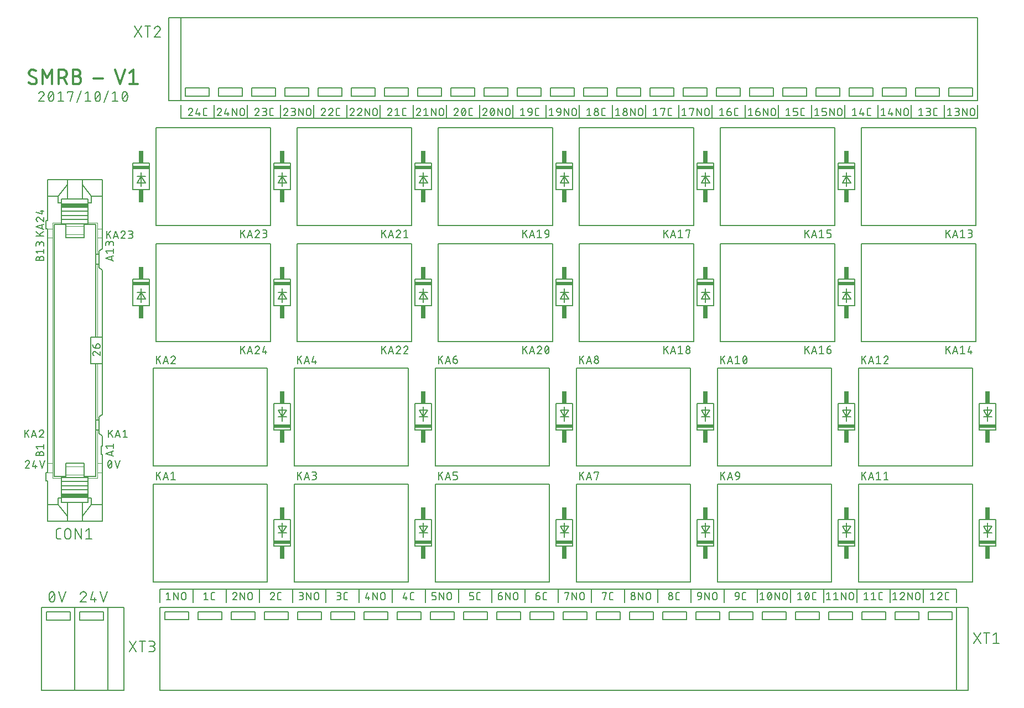
<source format=gto>
G75*
%MOIN*%
%OFA0B0*%
%FSLAX25Y25*%
%IPPOS*%
%LPD*%
%AMOC8*
5,1,8,0,0,1.08239X$1,22.5*
%
%ADD10C,0.01200*%
%ADD11C,0.00700*%
%ADD12C,0.00800*%
%ADD13C,0.00500*%
%ADD14C,0.00600*%
%ADD15C,0.00200*%
%ADD16R,0.16000X0.03000*%
%ADD17R,0.10000X0.02000*%
%ADD18R,0.03000X0.07500*%
D10*
X0034868Y0398300D02*
X0034866Y0398386D01*
X0034861Y0398472D01*
X0034851Y0398557D01*
X0034838Y0398642D01*
X0034822Y0398726D01*
X0034801Y0398810D01*
X0034778Y0398892D01*
X0034750Y0398974D01*
X0034719Y0399054D01*
X0034685Y0399133D01*
X0034647Y0399210D01*
X0034606Y0399285D01*
X0034562Y0399359D01*
X0034515Y0399431D01*
X0034464Y0399500D01*
X0034411Y0399568D01*
X0034355Y0399632D01*
X0034296Y0399695D01*
X0034234Y0399755D01*
X0034170Y0399812D01*
X0034103Y0399866D01*
X0034034Y0399917D01*
X0033963Y0399966D01*
X0033890Y0400011D01*
X0033891Y0400011D02*
X0031202Y0401477D01*
X0032179Y0405144D02*
X0032297Y0405142D01*
X0032415Y0405136D01*
X0032532Y0405127D01*
X0032650Y0405114D01*
X0032766Y0405097D01*
X0032883Y0405076D01*
X0032998Y0405051D01*
X0033113Y0405023D01*
X0033226Y0404991D01*
X0033339Y0404956D01*
X0033450Y0404917D01*
X0033560Y0404874D01*
X0033668Y0404828D01*
X0033776Y0404778D01*
X0033881Y0404725D01*
X0033985Y0404669D01*
X0034086Y0404609D01*
X0034186Y0404546D01*
X0034284Y0404480D01*
X0034379Y0404411D01*
X0031202Y0401478D02*
X0031129Y0401523D01*
X0031058Y0401572D01*
X0030989Y0401623D01*
X0030922Y0401677D01*
X0030858Y0401734D01*
X0030796Y0401794D01*
X0030737Y0401857D01*
X0030681Y0401921D01*
X0030628Y0401989D01*
X0030577Y0402058D01*
X0030530Y0402130D01*
X0030486Y0402204D01*
X0030445Y0402279D01*
X0030407Y0402356D01*
X0030373Y0402435D01*
X0030342Y0402515D01*
X0030314Y0402597D01*
X0030291Y0402679D01*
X0030270Y0402763D01*
X0030254Y0402847D01*
X0030241Y0402932D01*
X0030231Y0403017D01*
X0030226Y0403103D01*
X0030224Y0403189D01*
X0030223Y0403189D02*
X0030225Y0403277D01*
X0030231Y0403364D01*
X0030241Y0403452D01*
X0030254Y0403538D01*
X0030272Y0403624D01*
X0030293Y0403709D01*
X0030319Y0403793D01*
X0030348Y0403876D01*
X0030380Y0403958D01*
X0030417Y0404038D01*
X0030457Y0404116D01*
X0030500Y0404192D01*
X0030547Y0404267D01*
X0030597Y0404339D01*
X0030650Y0404409D01*
X0030706Y0404476D01*
X0030765Y0404541D01*
X0030827Y0404603D01*
X0030892Y0404662D01*
X0030959Y0404718D01*
X0031029Y0404771D01*
X0031101Y0404821D01*
X0031176Y0404868D01*
X0031252Y0404911D01*
X0031330Y0404951D01*
X0031410Y0404988D01*
X0031492Y0405020D01*
X0031575Y0405049D01*
X0031659Y0405075D01*
X0031744Y0405096D01*
X0031830Y0405114D01*
X0031916Y0405127D01*
X0032004Y0405137D01*
X0032091Y0405143D01*
X0032179Y0405145D01*
X0029980Y0397566D02*
X0030069Y0397478D01*
X0030162Y0397394D01*
X0030257Y0397311D01*
X0030354Y0397232D01*
X0030453Y0397156D01*
X0030555Y0397083D01*
X0030659Y0397013D01*
X0030766Y0396946D01*
X0030874Y0396882D01*
X0030984Y0396822D01*
X0031096Y0396765D01*
X0031209Y0396712D01*
X0031324Y0396662D01*
X0031441Y0396615D01*
X0031559Y0396572D01*
X0031678Y0396533D01*
X0031798Y0396497D01*
X0031919Y0396465D01*
X0032041Y0396437D01*
X0032164Y0396412D01*
X0032288Y0396392D01*
X0032412Y0396374D01*
X0032537Y0396361D01*
X0032662Y0396352D01*
X0032788Y0396346D01*
X0032913Y0396344D01*
X0033001Y0396346D01*
X0033088Y0396352D01*
X0033176Y0396362D01*
X0033262Y0396375D01*
X0033348Y0396393D01*
X0033433Y0396414D01*
X0033517Y0396440D01*
X0033600Y0396469D01*
X0033682Y0396501D01*
X0033762Y0396538D01*
X0033840Y0396578D01*
X0033916Y0396621D01*
X0033991Y0396668D01*
X0034063Y0396718D01*
X0034133Y0396771D01*
X0034200Y0396827D01*
X0034265Y0396886D01*
X0034327Y0396948D01*
X0034386Y0397013D01*
X0034442Y0397080D01*
X0034495Y0397150D01*
X0034545Y0397222D01*
X0034592Y0397297D01*
X0034635Y0397373D01*
X0034675Y0397451D01*
X0034712Y0397531D01*
X0034744Y0397613D01*
X0034773Y0397696D01*
X0034799Y0397780D01*
X0034820Y0397865D01*
X0034838Y0397951D01*
X0034851Y0398037D01*
X0034861Y0398125D01*
X0034867Y0398212D01*
X0034869Y0398300D01*
X0038259Y0396344D02*
X0038259Y0405144D01*
X0041192Y0400255D01*
X0044125Y0405144D01*
X0044125Y0396344D01*
X0048104Y0396344D02*
X0048104Y0405144D01*
X0050548Y0405144D01*
X0050645Y0405142D01*
X0050742Y0405136D01*
X0050839Y0405127D01*
X0050935Y0405113D01*
X0051031Y0405096D01*
X0051126Y0405075D01*
X0051220Y0405050D01*
X0051312Y0405021D01*
X0051404Y0404989D01*
X0051494Y0404953D01*
X0051583Y0404914D01*
X0051671Y0404871D01*
X0051756Y0404825D01*
X0051839Y0404775D01*
X0051921Y0404722D01*
X0052000Y0404666D01*
X0052077Y0404606D01*
X0052152Y0404544D01*
X0052224Y0404479D01*
X0052293Y0404411D01*
X0052360Y0404340D01*
X0052424Y0404267D01*
X0052484Y0404191D01*
X0052542Y0404113D01*
X0052597Y0404032D01*
X0052648Y0403950D01*
X0052696Y0403865D01*
X0052741Y0403779D01*
X0052782Y0403691D01*
X0052820Y0403602D01*
X0052854Y0403510D01*
X0052884Y0403418D01*
X0052911Y0403325D01*
X0052934Y0403230D01*
X0052953Y0403135D01*
X0052968Y0403039D01*
X0052980Y0402943D01*
X0052988Y0402846D01*
X0052992Y0402749D01*
X0052992Y0402651D01*
X0052988Y0402554D01*
X0052980Y0402457D01*
X0052968Y0402361D01*
X0052953Y0402265D01*
X0052934Y0402170D01*
X0052911Y0402075D01*
X0052884Y0401982D01*
X0052854Y0401890D01*
X0052820Y0401798D01*
X0052782Y0401709D01*
X0052741Y0401621D01*
X0052696Y0401535D01*
X0052648Y0401450D01*
X0052597Y0401368D01*
X0052542Y0401287D01*
X0052484Y0401209D01*
X0052424Y0401133D01*
X0052360Y0401060D01*
X0052293Y0400989D01*
X0052224Y0400921D01*
X0052152Y0400856D01*
X0052077Y0400794D01*
X0052000Y0400734D01*
X0051921Y0400678D01*
X0051839Y0400625D01*
X0051756Y0400575D01*
X0051671Y0400529D01*
X0051583Y0400486D01*
X0051494Y0400447D01*
X0051404Y0400411D01*
X0051312Y0400379D01*
X0051220Y0400350D01*
X0051126Y0400325D01*
X0051031Y0400304D01*
X0050935Y0400287D01*
X0050839Y0400273D01*
X0050742Y0400264D01*
X0050645Y0400258D01*
X0050548Y0400256D01*
X0050548Y0400255D02*
X0048104Y0400255D01*
X0051037Y0400255D02*
X0052993Y0396344D01*
X0056650Y0396344D02*
X0056650Y0405144D01*
X0059095Y0405144D01*
X0059095Y0405145D02*
X0059183Y0405143D01*
X0059270Y0405137D01*
X0059358Y0405127D01*
X0059444Y0405114D01*
X0059530Y0405096D01*
X0059615Y0405075D01*
X0059699Y0405049D01*
X0059782Y0405020D01*
X0059864Y0404988D01*
X0059944Y0404951D01*
X0060022Y0404911D01*
X0060098Y0404868D01*
X0060173Y0404821D01*
X0060245Y0404771D01*
X0060315Y0404718D01*
X0060382Y0404662D01*
X0060447Y0404603D01*
X0060509Y0404541D01*
X0060568Y0404476D01*
X0060624Y0404409D01*
X0060677Y0404339D01*
X0060727Y0404267D01*
X0060774Y0404192D01*
X0060817Y0404116D01*
X0060857Y0404038D01*
X0060894Y0403958D01*
X0060926Y0403876D01*
X0060955Y0403793D01*
X0060981Y0403709D01*
X0061002Y0403624D01*
X0061020Y0403538D01*
X0061033Y0403452D01*
X0061043Y0403364D01*
X0061049Y0403277D01*
X0061051Y0403189D01*
X0061049Y0403101D01*
X0061043Y0403014D01*
X0061033Y0402926D01*
X0061020Y0402840D01*
X0061002Y0402754D01*
X0060981Y0402669D01*
X0060955Y0402585D01*
X0060926Y0402502D01*
X0060894Y0402420D01*
X0060857Y0402340D01*
X0060817Y0402262D01*
X0060774Y0402186D01*
X0060727Y0402111D01*
X0060677Y0402039D01*
X0060624Y0401969D01*
X0060568Y0401902D01*
X0060509Y0401837D01*
X0060447Y0401775D01*
X0060382Y0401716D01*
X0060315Y0401660D01*
X0060245Y0401607D01*
X0060173Y0401557D01*
X0060098Y0401510D01*
X0060022Y0401467D01*
X0059944Y0401427D01*
X0059864Y0401390D01*
X0059782Y0401358D01*
X0059699Y0401329D01*
X0059615Y0401303D01*
X0059530Y0401282D01*
X0059444Y0401264D01*
X0059358Y0401251D01*
X0059270Y0401241D01*
X0059183Y0401235D01*
X0059095Y0401233D01*
X0056650Y0401233D01*
X0059095Y0401233D02*
X0059192Y0401231D01*
X0059289Y0401225D01*
X0059386Y0401216D01*
X0059482Y0401202D01*
X0059578Y0401185D01*
X0059673Y0401164D01*
X0059767Y0401139D01*
X0059859Y0401110D01*
X0059951Y0401078D01*
X0060041Y0401042D01*
X0060130Y0401003D01*
X0060218Y0400960D01*
X0060303Y0400914D01*
X0060386Y0400864D01*
X0060468Y0400811D01*
X0060547Y0400755D01*
X0060624Y0400695D01*
X0060699Y0400633D01*
X0060771Y0400568D01*
X0060840Y0400500D01*
X0060907Y0400429D01*
X0060971Y0400356D01*
X0061031Y0400280D01*
X0061089Y0400202D01*
X0061144Y0400121D01*
X0061195Y0400039D01*
X0061243Y0399954D01*
X0061288Y0399868D01*
X0061329Y0399780D01*
X0061367Y0399691D01*
X0061401Y0399599D01*
X0061431Y0399507D01*
X0061458Y0399414D01*
X0061481Y0399319D01*
X0061500Y0399224D01*
X0061515Y0399128D01*
X0061527Y0399032D01*
X0061535Y0398935D01*
X0061539Y0398838D01*
X0061539Y0398740D01*
X0061535Y0398643D01*
X0061527Y0398546D01*
X0061515Y0398450D01*
X0061500Y0398354D01*
X0061481Y0398259D01*
X0061458Y0398164D01*
X0061431Y0398071D01*
X0061401Y0397979D01*
X0061367Y0397887D01*
X0061329Y0397798D01*
X0061288Y0397710D01*
X0061243Y0397624D01*
X0061195Y0397539D01*
X0061144Y0397457D01*
X0061089Y0397376D01*
X0061031Y0397298D01*
X0060971Y0397222D01*
X0060907Y0397149D01*
X0060840Y0397078D01*
X0060771Y0397010D01*
X0060699Y0396945D01*
X0060624Y0396883D01*
X0060547Y0396823D01*
X0060468Y0396767D01*
X0060386Y0396714D01*
X0060303Y0396664D01*
X0060218Y0396618D01*
X0060130Y0396575D01*
X0060041Y0396536D01*
X0059951Y0396500D01*
X0059859Y0396468D01*
X0059767Y0396439D01*
X0059673Y0396414D01*
X0059578Y0396393D01*
X0059482Y0396376D01*
X0059386Y0396362D01*
X0059289Y0396353D01*
X0059192Y0396347D01*
X0059095Y0396345D01*
X0059095Y0396344D02*
X0056650Y0396344D01*
X0068946Y0399766D02*
X0074813Y0399766D01*
X0082098Y0405144D02*
X0085032Y0396344D01*
X0087965Y0405144D01*
X0090807Y0403189D02*
X0093252Y0405144D01*
X0093252Y0396344D01*
X0095696Y0396344D02*
X0090807Y0396344D01*
D11*
X0089315Y0390683D02*
X0086693Y0387405D01*
X0088004Y0386094D02*
X0088072Y0386096D01*
X0088141Y0386102D01*
X0088208Y0386111D01*
X0088275Y0386125D01*
X0088341Y0386142D01*
X0088407Y0386163D01*
X0088470Y0386187D01*
X0088533Y0386215D01*
X0088593Y0386247D01*
X0088652Y0386282D01*
X0088709Y0386320D01*
X0088764Y0386361D01*
X0088816Y0386406D01*
X0088865Y0386453D01*
X0088912Y0386503D01*
X0088956Y0386555D01*
X0088997Y0386610D01*
X0089034Y0386667D01*
X0089069Y0386726D01*
X0089100Y0386787D01*
X0089127Y0386850D01*
X0089151Y0386914D01*
X0088004Y0386094D02*
X0087936Y0386096D01*
X0087867Y0386102D01*
X0087800Y0386111D01*
X0087733Y0386125D01*
X0087667Y0386142D01*
X0087601Y0386163D01*
X0087538Y0386187D01*
X0087475Y0386215D01*
X0087415Y0386247D01*
X0087356Y0386282D01*
X0087299Y0386320D01*
X0087244Y0386361D01*
X0087192Y0386406D01*
X0087143Y0386453D01*
X0087096Y0386503D01*
X0087052Y0386555D01*
X0087011Y0386610D01*
X0086974Y0386667D01*
X0086939Y0386726D01*
X0086908Y0386787D01*
X0086881Y0386850D01*
X0086857Y0386914D01*
X0089643Y0389044D02*
X0089641Y0389182D01*
X0089635Y0389320D01*
X0089625Y0389457D01*
X0089612Y0389594D01*
X0089594Y0389731D01*
X0089573Y0389867D01*
X0089548Y0390003D01*
X0089518Y0390137D01*
X0089486Y0390271D01*
X0089449Y0390404D01*
X0089409Y0390536D01*
X0089364Y0390666D01*
X0089317Y0390796D01*
X0089265Y0390923D01*
X0089210Y0391050D01*
X0089151Y0391175D01*
X0089151Y0391174D02*
X0089127Y0391238D01*
X0089100Y0391301D01*
X0089069Y0391362D01*
X0089034Y0391421D01*
X0088997Y0391478D01*
X0088956Y0391533D01*
X0088912Y0391585D01*
X0088865Y0391635D01*
X0088816Y0391682D01*
X0088764Y0391727D01*
X0088709Y0391768D01*
X0088652Y0391806D01*
X0088593Y0391841D01*
X0088533Y0391873D01*
X0088470Y0391901D01*
X0088407Y0391925D01*
X0088341Y0391946D01*
X0088275Y0391963D01*
X0088208Y0391977D01*
X0088141Y0391986D01*
X0088072Y0391992D01*
X0088004Y0391994D01*
X0087936Y0391992D01*
X0087867Y0391986D01*
X0087800Y0391977D01*
X0087733Y0391963D01*
X0087667Y0391946D01*
X0087601Y0391925D01*
X0087538Y0391901D01*
X0087475Y0391873D01*
X0087415Y0391841D01*
X0087356Y0391806D01*
X0087299Y0391768D01*
X0087244Y0391727D01*
X0087192Y0391682D01*
X0087143Y0391635D01*
X0087096Y0391585D01*
X0087052Y0391533D01*
X0087011Y0391478D01*
X0086974Y0391421D01*
X0086939Y0391362D01*
X0086908Y0391301D01*
X0086881Y0391238D01*
X0086857Y0391174D01*
X0089643Y0389044D02*
X0089641Y0388906D01*
X0089635Y0388768D01*
X0089625Y0388631D01*
X0089612Y0388494D01*
X0089594Y0388357D01*
X0089573Y0388221D01*
X0089548Y0388085D01*
X0089518Y0387951D01*
X0089486Y0387817D01*
X0089449Y0387684D01*
X0089409Y0387552D01*
X0089364Y0387422D01*
X0089317Y0387292D01*
X0089265Y0387165D01*
X0089210Y0387038D01*
X0089151Y0386913D01*
X0086365Y0389044D02*
X0086367Y0389182D01*
X0086373Y0389320D01*
X0086383Y0389457D01*
X0086396Y0389594D01*
X0086414Y0389731D01*
X0086435Y0389867D01*
X0086460Y0390003D01*
X0086490Y0390137D01*
X0086522Y0390271D01*
X0086559Y0390404D01*
X0086599Y0390536D01*
X0086644Y0390666D01*
X0086691Y0390796D01*
X0086743Y0390923D01*
X0086798Y0391050D01*
X0086857Y0391175D01*
X0082152Y0391994D02*
X0082152Y0386094D01*
X0080513Y0386094D02*
X0083791Y0386094D01*
X0080513Y0390683D02*
X0082152Y0391994D01*
X0078195Y0392650D02*
X0075573Y0385439D01*
X0070470Y0386913D02*
X0070411Y0387038D01*
X0070356Y0387165D01*
X0070304Y0387292D01*
X0070257Y0387422D01*
X0070212Y0387552D01*
X0070172Y0387684D01*
X0070135Y0387817D01*
X0070103Y0387951D01*
X0070073Y0388085D01*
X0070048Y0388221D01*
X0070027Y0388357D01*
X0070009Y0388494D01*
X0069996Y0388631D01*
X0069986Y0388768D01*
X0069980Y0388906D01*
X0069978Y0389044D01*
X0073256Y0389044D02*
X0073254Y0389182D01*
X0073248Y0389320D01*
X0073238Y0389457D01*
X0073225Y0389594D01*
X0073207Y0389731D01*
X0073186Y0389867D01*
X0073161Y0390003D01*
X0073131Y0390137D01*
X0073099Y0390271D01*
X0073062Y0390404D01*
X0073022Y0390536D01*
X0072977Y0390666D01*
X0072930Y0390796D01*
X0072878Y0390923D01*
X0072823Y0391050D01*
X0072764Y0391175D01*
X0072928Y0390683D02*
X0070306Y0387405D01*
X0071617Y0386094D02*
X0071685Y0386096D01*
X0071754Y0386102D01*
X0071821Y0386111D01*
X0071888Y0386125D01*
X0071954Y0386142D01*
X0072020Y0386163D01*
X0072083Y0386187D01*
X0072146Y0386215D01*
X0072206Y0386247D01*
X0072265Y0386282D01*
X0072322Y0386320D01*
X0072377Y0386361D01*
X0072429Y0386406D01*
X0072478Y0386453D01*
X0072525Y0386503D01*
X0072569Y0386555D01*
X0072610Y0386610D01*
X0072647Y0386667D01*
X0072682Y0386726D01*
X0072713Y0386787D01*
X0072740Y0386850D01*
X0072764Y0386914D01*
X0071617Y0386094D02*
X0071549Y0386096D01*
X0071480Y0386102D01*
X0071413Y0386111D01*
X0071346Y0386125D01*
X0071280Y0386142D01*
X0071214Y0386163D01*
X0071151Y0386187D01*
X0071088Y0386215D01*
X0071028Y0386247D01*
X0070969Y0386282D01*
X0070912Y0386320D01*
X0070857Y0386361D01*
X0070805Y0386406D01*
X0070756Y0386453D01*
X0070709Y0386503D01*
X0070665Y0386555D01*
X0070624Y0386610D01*
X0070587Y0386667D01*
X0070552Y0386726D01*
X0070521Y0386787D01*
X0070494Y0386850D01*
X0070470Y0386914D01*
X0072764Y0386913D02*
X0072823Y0387038D01*
X0072878Y0387165D01*
X0072930Y0387292D01*
X0072977Y0387422D01*
X0073022Y0387552D01*
X0073062Y0387684D01*
X0073099Y0387817D01*
X0073131Y0387951D01*
X0073161Y0388085D01*
X0073186Y0388221D01*
X0073207Y0388357D01*
X0073225Y0388494D01*
X0073238Y0388631D01*
X0073248Y0388768D01*
X0073254Y0388906D01*
X0073256Y0389044D01*
X0069978Y0389044D02*
X0069980Y0389182D01*
X0069986Y0389320D01*
X0069996Y0389457D01*
X0070009Y0389594D01*
X0070027Y0389731D01*
X0070048Y0389867D01*
X0070073Y0390003D01*
X0070103Y0390137D01*
X0070135Y0390271D01*
X0070172Y0390404D01*
X0070212Y0390536D01*
X0070257Y0390666D01*
X0070304Y0390796D01*
X0070356Y0390923D01*
X0070411Y0391050D01*
X0070470Y0391175D01*
X0071617Y0391994D02*
X0071685Y0391992D01*
X0071754Y0391986D01*
X0071821Y0391977D01*
X0071888Y0391963D01*
X0071954Y0391946D01*
X0072020Y0391925D01*
X0072083Y0391901D01*
X0072146Y0391873D01*
X0072206Y0391841D01*
X0072265Y0391806D01*
X0072322Y0391768D01*
X0072377Y0391727D01*
X0072429Y0391682D01*
X0072478Y0391635D01*
X0072525Y0391585D01*
X0072569Y0391533D01*
X0072610Y0391478D01*
X0072647Y0391421D01*
X0072682Y0391362D01*
X0072713Y0391301D01*
X0072740Y0391238D01*
X0072764Y0391174D01*
X0071617Y0391994D02*
X0071549Y0391992D01*
X0071480Y0391986D01*
X0071413Y0391977D01*
X0071346Y0391963D01*
X0071280Y0391946D01*
X0071214Y0391925D01*
X0071151Y0391901D01*
X0071088Y0391873D01*
X0071028Y0391841D01*
X0070969Y0391806D01*
X0070912Y0391768D01*
X0070857Y0391727D01*
X0070805Y0391682D01*
X0070756Y0391635D01*
X0070709Y0391585D01*
X0070665Y0391533D01*
X0070624Y0391478D01*
X0070587Y0391421D01*
X0070552Y0391362D01*
X0070521Y0391301D01*
X0070494Y0391238D01*
X0070470Y0391174D01*
X0065764Y0391994D02*
X0065764Y0386094D01*
X0064125Y0386094D02*
X0067403Y0386094D01*
X0064125Y0390683D02*
X0065764Y0391994D01*
X0061808Y0392650D02*
X0059186Y0385439D01*
X0055229Y0386094D02*
X0056868Y0391994D01*
X0053590Y0391994D01*
X0053590Y0391339D01*
X0049377Y0391994D02*
X0049377Y0386094D01*
X0047738Y0386094D02*
X0051016Y0386094D01*
X0042377Y0386913D02*
X0042318Y0387038D01*
X0042263Y0387165D01*
X0042211Y0387292D01*
X0042164Y0387422D01*
X0042119Y0387552D01*
X0042079Y0387684D01*
X0042042Y0387817D01*
X0042010Y0387951D01*
X0041980Y0388085D01*
X0041955Y0388221D01*
X0041934Y0388357D01*
X0041916Y0388494D01*
X0041903Y0388631D01*
X0041893Y0388768D01*
X0041887Y0388906D01*
X0041885Y0389044D01*
X0045163Y0389044D02*
X0045161Y0389182D01*
X0045155Y0389320D01*
X0045145Y0389457D01*
X0045132Y0389594D01*
X0045114Y0389731D01*
X0045093Y0389867D01*
X0045068Y0390003D01*
X0045038Y0390137D01*
X0045006Y0390271D01*
X0044969Y0390404D01*
X0044929Y0390536D01*
X0044884Y0390666D01*
X0044837Y0390796D01*
X0044785Y0390923D01*
X0044730Y0391050D01*
X0044671Y0391175D01*
X0044835Y0390683D02*
X0042213Y0387405D01*
X0043524Y0386094D02*
X0043592Y0386096D01*
X0043661Y0386102D01*
X0043728Y0386111D01*
X0043795Y0386125D01*
X0043861Y0386142D01*
X0043927Y0386163D01*
X0043990Y0386187D01*
X0044053Y0386215D01*
X0044113Y0386247D01*
X0044172Y0386282D01*
X0044229Y0386320D01*
X0044284Y0386361D01*
X0044336Y0386406D01*
X0044385Y0386453D01*
X0044432Y0386503D01*
X0044476Y0386555D01*
X0044517Y0386610D01*
X0044554Y0386667D01*
X0044589Y0386726D01*
X0044620Y0386787D01*
X0044647Y0386850D01*
X0044671Y0386914D01*
X0043524Y0386094D02*
X0043456Y0386096D01*
X0043387Y0386102D01*
X0043320Y0386111D01*
X0043253Y0386125D01*
X0043187Y0386142D01*
X0043121Y0386163D01*
X0043058Y0386187D01*
X0042995Y0386215D01*
X0042935Y0386247D01*
X0042876Y0386282D01*
X0042819Y0386320D01*
X0042764Y0386361D01*
X0042712Y0386406D01*
X0042663Y0386453D01*
X0042616Y0386503D01*
X0042572Y0386555D01*
X0042531Y0386610D01*
X0042494Y0386667D01*
X0042459Y0386726D01*
X0042428Y0386787D01*
X0042401Y0386850D01*
X0042377Y0386914D01*
X0044671Y0386913D02*
X0044730Y0387038D01*
X0044785Y0387165D01*
X0044837Y0387292D01*
X0044884Y0387422D01*
X0044929Y0387552D01*
X0044969Y0387684D01*
X0045006Y0387817D01*
X0045038Y0387951D01*
X0045068Y0388085D01*
X0045093Y0388221D01*
X0045114Y0388357D01*
X0045132Y0388494D01*
X0045145Y0388631D01*
X0045155Y0388768D01*
X0045161Y0388906D01*
X0045163Y0389044D01*
X0041885Y0389044D02*
X0041887Y0389182D01*
X0041893Y0389320D01*
X0041903Y0389457D01*
X0041916Y0389594D01*
X0041934Y0389731D01*
X0041955Y0389867D01*
X0041980Y0390003D01*
X0042010Y0390137D01*
X0042042Y0390271D01*
X0042079Y0390404D01*
X0042119Y0390536D01*
X0042164Y0390666D01*
X0042211Y0390796D01*
X0042263Y0390923D01*
X0042318Y0391050D01*
X0042377Y0391175D01*
X0043524Y0391994D02*
X0043592Y0391992D01*
X0043661Y0391986D01*
X0043728Y0391977D01*
X0043795Y0391963D01*
X0043861Y0391946D01*
X0043927Y0391925D01*
X0043990Y0391901D01*
X0044053Y0391873D01*
X0044113Y0391841D01*
X0044172Y0391806D01*
X0044229Y0391768D01*
X0044284Y0391727D01*
X0044336Y0391682D01*
X0044385Y0391635D01*
X0044432Y0391585D01*
X0044476Y0391533D01*
X0044517Y0391478D01*
X0044554Y0391421D01*
X0044589Y0391362D01*
X0044620Y0391301D01*
X0044647Y0391238D01*
X0044671Y0391174D01*
X0043524Y0391994D02*
X0043456Y0391992D01*
X0043387Y0391986D01*
X0043320Y0391977D01*
X0043253Y0391963D01*
X0043187Y0391946D01*
X0043121Y0391925D01*
X0043058Y0391901D01*
X0042995Y0391873D01*
X0042935Y0391841D01*
X0042876Y0391806D01*
X0042819Y0391768D01*
X0042764Y0391727D01*
X0042712Y0391682D01*
X0042663Y0391635D01*
X0042616Y0391585D01*
X0042572Y0391533D01*
X0042531Y0391478D01*
X0042494Y0391421D01*
X0042459Y0391362D01*
X0042428Y0391301D01*
X0042401Y0391238D01*
X0042377Y0391174D01*
X0038819Y0389372D02*
X0036032Y0386094D01*
X0039310Y0386094D01*
X0036032Y0390683D02*
X0036060Y0390763D01*
X0036092Y0390842D01*
X0036127Y0390920D01*
X0036166Y0390996D01*
X0036207Y0391070D01*
X0036253Y0391142D01*
X0036301Y0391212D01*
X0036353Y0391279D01*
X0036407Y0391345D01*
X0036464Y0391408D01*
X0036525Y0391468D01*
X0036587Y0391525D01*
X0036653Y0391580D01*
X0036720Y0391632D01*
X0036790Y0391680D01*
X0036862Y0391725D01*
X0036936Y0391767D01*
X0037012Y0391806D01*
X0037090Y0391841D01*
X0037169Y0391873D01*
X0037249Y0391901D01*
X0037330Y0391926D01*
X0037413Y0391946D01*
X0037496Y0391963D01*
X0037580Y0391977D01*
X0037665Y0391986D01*
X0037750Y0391992D01*
X0037835Y0391994D01*
X0037910Y0391992D01*
X0037984Y0391986D01*
X0038058Y0391977D01*
X0038132Y0391964D01*
X0038205Y0391947D01*
X0038277Y0391926D01*
X0038347Y0391902D01*
X0038417Y0391874D01*
X0038485Y0391843D01*
X0038551Y0391809D01*
X0038615Y0391771D01*
X0038678Y0391730D01*
X0038738Y0391685D01*
X0038796Y0391638D01*
X0038851Y0391588D01*
X0038904Y0391535D01*
X0038954Y0391480D01*
X0039001Y0391422D01*
X0039046Y0391362D01*
X0039087Y0391299D01*
X0039125Y0391235D01*
X0039159Y0391169D01*
X0039190Y0391101D01*
X0039218Y0391031D01*
X0039242Y0390961D01*
X0039263Y0390889D01*
X0039280Y0390816D01*
X0039293Y0390742D01*
X0039302Y0390668D01*
X0039308Y0390594D01*
X0039310Y0390519D01*
X0039308Y0390444D01*
X0039303Y0390368D01*
X0039294Y0390293D01*
X0039281Y0390219D01*
X0039265Y0390145D01*
X0039246Y0390072D01*
X0039223Y0390001D01*
X0039196Y0389930D01*
X0039167Y0389861D01*
X0039134Y0389793D01*
X0039097Y0389727D01*
X0039058Y0389662D01*
X0039016Y0389600D01*
X0038971Y0389539D01*
X0038923Y0389481D01*
X0038872Y0389425D01*
X0038818Y0389372D01*
X0047738Y0390683D02*
X0049377Y0391994D01*
X0086366Y0389044D02*
X0086368Y0388906D01*
X0086374Y0388768D01*
X0086384Y0388631D01*
X0086397Y0388494D01*
X0086415Y0388357D01*
X0086436Y0388221D01*
X0086461Y0388085D01*
X0086491Y0387951D01*
X0086523Y0387817D01*
X0086560Y0387684D01*
X0086600Y0387552D01*
X0086645Y0387422D01*
X0086692Y0387292D01*
X0086744Y0387165D01*
X0086799Y0387038D01*
X0086858Y0386913D01*
X0066302Y0128394D02*
X0066302Y0122094D01*
X0064552Y0122094D02*
X0068052Y0122094D01*
X0064552Y0126994D02*
X0066302Y0128394D01*
X0061692Y0128394D02*
X0061692Y0122094D01*
X0058192Y0128394D01*
X0058192Y0122094D01*
X0055333Y0123844D02*
X0055333Y0126644D01*
X0055331Y0126726D01*
X0055325Y0126808D01*
X0055316Y0126889D01*
X0055302Y0126970D01*
X0055285Y0127051D01*
X0055264Y0127130D01*
X0055240Y0127208D01*
X0055211Y0127285D01*
X0055179Y0127361D01*
X0055144Y0127435D01*
X0055105Y0127507D01*
X0055063Y0127578D01*
X0055018Y0127646D01*
X0054969Y0127712D01*
X0054918Y0127776D01*
X0054863Y0127837D01*
X0054806Y0127896D01*
X0054746Y0127952D01*
X0054683Y0128005D01*
X0054618Y0128055D01*
X0054551Y0128102D01*
X0054482Y0128146D01*
X0054410Y0128186D01*
X0054337Y0128223D01*
X0054262Y0128257D01*
X0054186Y0128287D01*
X0054108Y0128313D01*
X0054029Y0128336D01*
X0053950Y0128355D01*
X0053869Y0128370D01*
X0053788Y0128382D01*
X0053706Y0128390D01*
X0053624Y0128394D01*
X0053542Y0128394D01*
X0053460Y0128390D01*
X0053378Y0128382D01*
X0053297Y0128370D01*
X0053216Y0128355D01*
X0053137Y0128336D01*
X0053058Y0128313D01*
X0052980Y0128287D01*
X0052904Y0128257D01*
X0052829Y0128223D01*
X0052756Y0128186D01*
X0052684Y0128146D01*
X0052615Y0128102D01*
X0052548Y0128055D01*
X0052483Y0128005D01*
X0052420Y0127952D01*
X0052360Y0127896D01*
X0052303Y0127837D01*
X0052248Y0127776D01*
X0052197Y0127712D01*
X0052148Y0127646D01*
X0052103Y0127578D01*
X0052061Y0127507D01*
X0052022Y0127435D01*
X0051987Y0127361D01*
X0051955Y0127285D01*
X0051926Y0127208D01*
X0051902Y0127130D01*
X0051881Y0127051D01*
X0051864Y0126970D01*
X0051850Y0126889D01*
X0051841Y0126808D01*
X0051835Y0126726D01*
X0051833Y0126644D01*
X0051833Y0123844D01*
X0051835Y0123762D01*
X0051841Y0123680D01*
X0051850Y0123599D01*
X0051864Y0123518D01*
X0051881Y0123437D01*
X0051902Y0123358D01*
X0051926Y0123280D01*
X0051955Y0123203D01*
X0051987Y0123127D01*
X0052022Y0123053D01*
X0052061Y0122981D01*
X0052103Y0122910D01*
X0052148Y0122842D01*
X0052197Y0122776D01*
X0052248Y0122712D01*
X0052303Y0122651D01*
X0052360Y0122592D01*
X0052420Y0122536D01*
X0052483Y0122483D01*
X0052548Y0122433D01*
X0052615Y0122386D01*
X0052684Y0122342D01*
X0052756Y0122302D01*
X0052829Y0122265D01*
X0052904Y0122231D01*
X0052980Y0122201D01*
X0053058Y0122175D01*
X0053137Y0122152D01*
X0053216Y0122133D01*
X0053297Y0122118D01*
X0053378Y0122106D01*
X0053460Y0122098D01*
X0053542Y0122094D01*
X0053624Y0122094D01*
X0053706Y0122098D01*
X0053788Y0122106D01*
X0053869Y0122118D01*
X0053950Y0122133D01*
X0054029Y0122152D01*
X0054108Y0122175D01*
X0054186Y0122201D01*
X0054262Y0122231D01*
X0054337Y0122265D01*
X0054410Y0122302D01*
X0054482Y0122342D01*
X0054551Y0122386D01*
X0054618Y0122433D01*
X0054683Y0122483D01*
X0054746Y0122536D01*
X0054806Y0122592D01*
X0054863Y0122651D01*
X0054918Y0122712D01*
X0054969Y0122776D01*
X0055018Y0122842D01*
X0055063Y0122910D01*
X0055105Y0122981D01*
X0055144Y0123053D01*
X0055179Y0123127D01*
X0055211Y0123203D01*
X0055240Y0123280D01*
X0055264Y0123358D01*
X0055285Y0123437D01*
X0055302Y0123518D01*
X0055316Y0123599D01*
X0055325Y0123680D01*
X0055331Y0123762D01*
X0055333Y0123844D01*
X0049488Y0122094D02*
X0048088Y0122094D01*
X0048015Y0122096D01*
X0047942Y0122102D01*
X0047869Y0122111D01*
X0047797Y0122125D01*
X0047726Y0122142D01*
X0047655Y0122163D01*
X0047586Y0122187D01*
X0047519Y0122215D01*
X0047452Y0122247D01*
X0047388Y0122282D01*
X0047326Y0122320D01*
X0047265Y0122361D01*
X0047207Y0122406D01*
X0047151Y0122454D01*
X0047098Y0122504D01*
X0047048Y0122557D01*
X0047000Y0122613D01*
X0046955Y0122671D01*
X0046914Y0122732D01*
X0046876Y0122794D01*
X0046841Y0122858D01*
X0046809Y0122925D01*
X0046781Y0122992D01*
X0046757Y0123061D01*
X0046736Y0123132D01*
X0046719Y0123203D01*
X0046705Y0123275D01*
X0046696Y0123348D01*
X0046690Y0123421D01*
X0046688Y0123494D01*
X0046688Y0126994D01*
X0046690Y0127067D01*
X0046696Y0127140D01*
X0046705Y0127213D01*
X0046719Y0127285D01*
X0046736Y0127356D01*
X0046757Y0127427D01*
X0046781Y0127496D01*
X0046809Y0127563D01*
X0046841Y0127630D01*
X0046876Y0127694D01*
X0046914Y0127756D01*
X0046955Y0127817D01*
X0047000Y0127875D01*
X0047048Y0127931D01*
X0047098Y0127984D01*
X0047151Y0128034D01*
X0047207Y0128082D01*
X0047265Y0128127D01*
X0047326Y0128168D01*
X0047388Y0128206D01*
X0047452Y0128241D01*
X0047519Y0128273D01*
X0047586Y0128301D01*
X0047655Y0128325D01*
X0047726Y0128346D01*
X0047797Y0128363D01*
X0047869Y0128377D01*
X0047942Y0128386D01*
X0048015Y0128392D01*
X0048088Y0128394D01*
X0049488Y0128394D01*
X0048127Y0090394D02*
X0050227Y0084094D01*
X0052327Y0090394D01*
X0042322Y0087244D02*
X0042324Y0087105D01*
X0042329Y0086967D01*
X0042339Y0086829D01*
X0042352Y0086691D01*
X0042368Y0086553D01*
X0042388Y0086416D01*
X0042412Y0086280D01*
X0042440Y0086144D01*
X0042471Y0086009D01*
X0042506Y0085875D01*
X0042544Y0085742D01*
X0042586Y0085610D01*
X0042631Y0085479D01*
X0042680Y0085349D01*
X0042732Y0085221D01*
X0042788Y0085094D01*
X0042847Y0084969D01*
X0042673Y0085494D02*
X0045473Y0088994D01*
X0045298Y0089519D02*
X0045274Y0089584D01*
X0045246Y0089648D01*
X0045214Y0089711D01*
X0045180Y0089772D01*
X0045142Y0089830D01*
X0045101Y0089887D01*
X0045057Y0089941D01*
X0045010Y0089993D01*
X0044961Y0090042D01*
X0044908Y0090089D01*
X0044854Y0090132D01*
X0044797Y0090173D01*
X0044738Y0090210D01*
X0044677Y0090244D01*
X0044615Y0090275D01*
X0044550Y0090303D01*
X0044485Y0090327D01*
X0044418Y0090347D01*
X0044350Y0090364D01*
X0044282Y0090377D01*
X0044212Y0090386D01*
X0044143Y0090392D01*
X0044073Y0090394D01*
X0044003Y0090392D01*
X0043934Y0090386D01*
X0043864Y0090377D01*
X0043796Y0090364D01*
X0043728Y0090347D01*
X0043661Y0090327D01*
X0043596Y0090303D01*
X0043531Y0090275D01*
X0043469Y0090244D01*
X0043408Y0090210D01*
X0043349Y0090173D01*
X0043292Y0090132D01*
X0043238Y0090089D01*
X0043185Y0090042D01*
X0043136Y0089993D01*
X0043089Y0089941D01*
X0043045Y0089887D01*
X0043004Y0089830D01*
X0042966Y0089772D01*
X0042932Y0089711D01*
X0042900Y0089648D01*
X0042872Y0089584D01*
X0042848Y0089519D01*
X0045823Y0087244D02*
X0045821Y0087105D01*
X0045816Y0086967D01*
X0045806Y0086829D01*
X0045793Y0086691D01*
X0045777Y0086553D01*
X0045757Y0086416D01*
X0045733Y0086280D01*
X0045705Y0086144D01*
X0045674Y0086009D01*
X0045639Y0085875D01*
X0045601Y0085742D01*
X0045559Y0085610D01*
X0045514Y0085479D01*
X0045465Y0085349D01*
X0045413Y0085221D01*
X0045357Y0085094D01*
X0045298Y0084969D01*
X0045274Y0084904D01*
X0045246Y0084840D01*
X0045214Y0084777D01*
X0045180Y0084716D01*
X0045142Y0084658D01*
X0045101Y0084601D01*
X0045057Y0084547D01*
X0045010Y0084495D01*
X0044961Y0084446D01*
X0044908Y0084399D01*
X0044854Y0084356D01*
X0044797Y0084315D01*
X0044738Y0084278D01*
X0044677Y0084244D01*
X0044615Y0084213D01*
X0044550Y0084185D01*
X0044485Y0084161D01*
X0044418Y0084141D01*
X0044350Y0084124D01*
X0044282Y0084111D01*
X0044212Y0084102D01*
X0044143Y0084096D01*
X0044073Y0084094D01*
X0044003Y0084096D01*
X0043934Y0084102D01*
X0043864Y0084111D01*
X0043796Y0084124D01*
X0043728Y0084141D01*
X0043661Y0084161D01*
X0043596Y0084185D01*
X0043531Y0084213D01*
X0043469Y0084244D01*
X0043408Y0084278D01*
X0043349Y0084315D01*
X0043292Y0084356D01*
X0043238Y0084399D01*
X0043185Y0084446D01*
X0043136Y0084495D01*
X0043089Y0084547D01*
X0043045Y0084601D01*
X0043004Y0084658D01*
X0042966Y0084716D01*
X0042932Y0084777D01*
X0042900Y0084840D01*
X0042872Y0084904D01*
X0042848Y0084969D01*
X0045823Y0087244D02*
X0045821Y0087383D01*
X0045816Y0087521D01*
X0045806Y0087659D01*
X0045793Y0087797D01*
X0045777Y0087935D01*
X0045757Y0088072D01*
X0045733Y0088208D01*
X0045705Y0088344D01*
X0045674Y0088479D01*
X0045639Y0088613D01*
X0045601Y0088746D01*
X0045559Y0088878D01*
X0045514Y0089009D01*
X0045465Y0089139D01*
X0045413Y0089267D01*
X0045357Y0089394D01*
X0045298Y0089519D01*
X0042847Y0089519D02*
X0042788Y0089394D01*
X0042732Y0089267D01*
X0042680Y0089139D01*
X0042631Y0089009D01*
X0042586Y0088878D01*
X0042544Y0088746D01*
X0042506Y0088613D01*
X0042471Y0088479D01*
X0042440Y0088344D01*
X0042412Y0088208D01*
X0042388Y0088072D01*
X0042368Y0087935D01*
X0042352Y0087797D01*
X0042339Y0087659D01*
X0042329Y0087521D01*
X0042324Y0087383D01*
X0042322Y0087244D01*
X0061195Y0084094D02*
X0064695Y0084094D01*
X0067349Y0085494D02*
X0070849Y0085494D01*
X0069799Y0086894D02*
X0069799Y0084094D01*
X0067349Y0085494D02*
X0068749Y0090394D01*
X0073153Y0090394D02*
X0075253Y0084094D01*
X0077353Y0090394D01*
X0064170Y0087594D02*
X0061195Y0084094D01*
X0061195Y0088994D02*
X0061224Y0089077D01*
X0061257Y0089159D01*
X0061293Y0089239D01*
X0061332Y0089317D01*
X0061375Y0089394D01*
X0061421Y0089468D01*
X0061470Y0089541D01*
X0061522Y0089612D01*
X0061577Y0089680D01*
X0061635Y0089745D01*
X0061696Y0089808D01*
X0061760Y0089869D01*
X0061826Y0089926D01*
X0061895Y0089981D01*
X0061966Y0090032D01*
X0062039Y0090081D01*
X0062114Y0090126D01*
X0062191Y0090168D01*
X0062270Y0090207D01*
X0062350Y0090242D01*
X0062432Y0090273D01*
X0062515Y0090302D01*
X0062600Y0090326D01*
X0062685Y0090347D01*
X0062771Y0090364D01*
X0062858Y0090377D01*
X0062945Y0090386D01*
X0063032Y0090392D01*
X0063120Y0090394D01*
X0063197Y0090392D01*
X0063274Y0090386D01*
X0063351Y0090377D01*
X0063427Y0090364D01*
X0063503Y0090347D01*
X0063577Y0090326D01*
X0063651Y0090302D01*
X0063723Y0090274D01*
X0063793Y0090243D01*
X0063862Y0090208D01*
X0063930Y0090170D01*
X0063995Y0090129D01*
X0064058Y0090084D01*
X0064119Y0090036D01*
X0064178Y0089986D01*
X0064234Y0089933D01*
X0064287Y0089877D01*
X0064337Y0089818D01*
X0064385Y0089757D01*
X0064430Y0089694D01*
X0064471Y0089629D01*
X0064509Y0089561D01*
X0064544Y0089492D01*
X0064575Y0089422D01*
X0064603Y0089350D01*
X0064627Y0089276D01*
X0064648Y0089202D01*
X0064665Y0089126D01*
X0064678Y0089050D01*
X0064687Y0088973D01*
X0064693Y0088896D01*
X0064695Y0088819D01*
X0064693Y0088738D01*
X0064687Y0088658D01*
X0064678Y0088578D01*
X0064664Y0088499D01*
X0064647Y0088420D01*
X0064626Y0088342D01*
X0064602Y0088265D01*
X0064574Y0088190D01*
X0064542Y0088116D01*
X0064507Y0088043D01*
X0064468Y0087972D01*
X0064426Y0087904D01*
X0064381Y0087837D01*
X0064332Y0087772D01*
X0064281Y0087710D01*
X0064227Y0087651D01*
X0064170Y0087594D01*
X0090688Y0060394D02*
X0094888Y0054094D01*
X0098532Y0054094D02*
X0098532Y0060394D01*
X0096782Y0060394D02*
X0100282Y0060394D01*
X0102525Y0060394D02*
X0104625Y0060394D01*
X0104698Y0060392D01*
X0104771Y0060386D01*
X0104844Y0060377D01*
X0104916Y0060363D01*
X0104987Y0060346D01*
X0105058Y0060325D01*
X0105127Y0060301D01*
X0105194Y0060273D01*
X0105261Y0060241D01*
X0105325Y0060206D01*
X0105387Y0060168D01*
X0105448Y0060127D01*
X0105506Y0060082D01*
X0105562Y0060034D01*
X0105615Y0059984D01*
X0105665Y0059931D01*
X0105713Y0059875D01*
X0105758Y0059817D01*
X0105799Y0059756D01*
X0105837Y0059694D01*
X0105872Y0059630D01*
X0105904Y0059563D01*
X0105932Y0059496D01*
X0105956Y0059427D01*
X0105977Y0059356D01*
X0105994Y0059285D01*
X0106008Y0059213D01*
X0106017Y0059140D01*
X0106023Y0059067D01*
X0106025Y0058994D01*
X0106023Y0058921D01*
X0106017Y0058848D01*
X0106008Y0058775D01*
X0105994Y0058703D01*
X0105977Y0058632D01*
X0105956Y0058561D01*
X0105932Y0058492D01*
X0105904Y0058425D01*
X0105872Y0058358D01*
X0105837Y0058294D01*
X0105799Y0058232D01*
X0105758Y0058171D01*
X0105713Y0058113D01*
X0105665Y0058057D01*
X0105615Y0058004D01*
X0105562Y0057954D01*
X0105506Y0057906D01*
X0105448Y0057861D01*
X0105387Y0057820D01*
X0105325Y0057782D01*
X0105261Y0057747D01*
X0105194Y0057715D01*
X0105127Y0057687D01*
X0105058Y0057663D01*
X0104987Y0057642D01*
X0104916Y0057625D01*
X0104844Y0057611D01*
X0104771Y0057602D01*
X0104698Y0057596D01*
X0104625Y0057594D01*
X0103225Y0057594D01*
X0104275Y0057594D02*
X0104357Y0057592D01*
X0104439Y0057586D01*
X0104520Y0057577D01*
X0104601Y0057563D01*
X0104682Y0057546D01*
X0104761Y0057525D01*
X0104839Y0057501D01*
X0104916Y0057472D01*
X0104992Y0057440D01*
X0105066Y0057405D01*
X0105138Y0057366D01*
X0105209Y0057324D01*
X0105277Y0057279D01*
X0105343Y0057230D01*
X0105407Y0057179D01*
X0105468Y0057124D01*
X0105527Y0057067D01*
X0105583Y0057007D01*
X0105636Y0056944D01*
X0105686Y0056879D01*
X0105733Y0056812D01*
X0105777Y0056743D01*
X0105817Y0056671D01*
X0105854Y0056598D01*
X0105888Y0056523D01*
X0105918Y0056447D01*
X0105944Y0056369D01*
X0105967Y0056290D01*
X0105986Y0056211D01*
X0106001Y0056130D01*
X0106013Y0056049D01*
X0106021Y0055967D01*
X0106025Y0055885D01*
X0106025Y0055803D01*
X0106021Y0055721D01*
X0106013Y0055639D01*
X0106001Y0055558D01*
X0105986Y0055477D01*
X0105967Y0055398D01*
X0105944Y0055319D01*
X0105918Y0055241D01*
X0105888Y0055165D01*
X0105854Y0055090D01*
X0105817Y0055017D01*
X0105777Y0054945D01*
X0105733Y0054876D01*
X0105686Y0054809D01*
X0105636Y0054744D01*
X0105583Y0054681D01*
X0105527Y0054621D01*
X0105468Y0054564D01*
X0105407Y0054509D01*
X0105343Y0054458D01*
X0105277Y0054409D01*
X0105209Y0054364D01*
X0105138Y0054322D01*
X0105066Y0054283D01*
X0104992Y0054248D01*
X0104916Y0054216D01*
X0104839Y0054187D01*
X0104761Y0054163D01*
X0104682Y0054142D01*
X0104601Y0054125D01*
X0104520Y0054111D01*
X0104439Y0054102D01*
X0104357Y0054096D01*
X0104275Y0054094D01*
X0102525Y0054094D01*
X0094888Y0060394D02*
X0090688Y0054094D01*
D12*
X0077523Y0030744D02*
X0037838Y0030744D01*
X0037838Y0080744D01*
X0077523Y0080744D01*
X0087365Y0080744D01*
X0087365Y0030744D01*
X0077523Y0030744D01*
X0077838Y0030744D01*
X0077838Y0080744D01*
X0077523Y0080744D01*
X0104964Y0096217D02*
X0173861Y0096217D01*
X0173861Y0155272D01*
X0104964Y0155272D01*
X0104964Y0096217D01*
X0109038Y0091744D02*
X0109038Y0083744D01*
X0109058Y0080839D02*
X0589058Y0080839D01*
X0596145Y0080839D01*
X0596145Y0030839D01*
X0589058Y0030839D01*
X0589058Y0080839D01*
X0589038Y0083744D02*
X0589038Y0091744D01*
X0569038Y0091744D01*
X0549038Y0091744D01*
X0529038Y0091744D01*
X0509038Y0091744D01*
X0489038Y0091744D01*
X0469038Y0091744D01*
X0449038Y0091744D01*
X0429038Y0091744D01*
X0409038Y0091744D01*
X0389038Y0091744D01*
X0369038Y0091744D01*
X0349038Y0091744D01*
X0329038Y0091744D01*
X0309038Y0091744D01*
X0289038Y0091744D01*
X0269038Y0091744D01*
X0249038Y0091744D01*
X0229038Y0091744D01*
X0209038Y0091744D01*
X0189038Y0091744D01*
X0169038Y0091744D01*
X0149038Y0091744D01*
X0129038Y0091744D01*
X0109038Y0091744D01*
X0109058Y0080839D02*
X0109058Y0030839D01*
X0589058Y0030839D01*
X0598861Y0096217D02*
X0529964Y0096217D01*
X0529964Y0155272D01*
X0598861Y0155272D01*
X0598861Y0096217D01*
X0513861Y0096217D02*
X0513861Y0155272D01*
X0444964Y0155272D01*
X0444964Y0096217D01*
X0513861Y0096217D01*
X0428861Y0096217D02*
X0428861Y0155272D01*
X0359964Y0155272D01*
X0359964Y0096217D01*
X0428861Y0096217D01*
X0343861Y0096217D02*
X0343861Y0155272D01*
X0274964Y0155272D01*
X0274964Y0096217D01*
X0343861Y0096217D01*
X0258861Y0096217D02*
X0258861Y0155272D01*
X0189964Y0155272D01*
X0189964Y0096217D01*
X0258861Y0096217D01*
X0258861Y0166217D02*
X0189964Y0166217D01*
X0189964Y0225272D01*
X0258861Y0225272D01*
X0258861Y0166217D01*
X0274964Y0166217D02*
X0343861Y0166217D01*
X0343861Y0225272D01*
X0274964Y0225272D01*
X0274964Y0166217D01*
X0359964Y0166217D02*
X0428861Y0166217D01*
X0428861Y0225272D01*
X0359964Y0225272D01*
X0359964Y0166217D01*
X0444964Y0166217D02*
X0444964Y0225272D01*
X0513861Y0225272D01*
X0513861Y0166217D01*
X0444964Y0166217D01*
X0529964Y0166217D02*
X0529964Y0225272D01*
X0598861Y0225272D01*
X0598861Y0166217D01*
X0529964Y0166217D01*
X0531814Y0241217D02*
X0531814Y0300272D01*
X0600712Y0300272D01*
X0600712Y0241217D01*
X0531814Y0241217D01*
X0515712Y0241217D02*
X0515712Y0300272D01*
X0446814Y0300272D01*
X0446814Y0241217D01*
X0515712Y0241217D01*
X0430712Y0241217D02*
X0430712Y0300272D01*
X0361814Y0300272D01*
X0361814Y0241217D01*
X0430712Y0241217D01*
X0345712Y0241217D02*
X0345712Y0300272D01*
X0276814Y0300272D01*
X0276814Y0241217D01*
X0345712Y0241217D01*
X0260712Y0241217D02*
X0260712Y0300272D01*
X0191814Y0300272D01*
X0191814Y0241217D01*
X0260712Y0241217D01*
X0175712Y0241217D02*
X0175712Y0300272D01*
X0106814Y0300272D01*
X0106814Y0241217D01*
X0175712Y0241217D01*
X0173861Y0225272D02*
X0173861Y0166217D01*
X0104964Y0166217D01*
X0104964Y0225272D01*
X0173861Y0225272D01*
X0175712Y0311217D02*
X0106814Y0311217D01*
X0106814Y0370272D01*
X0175712Y0370272D01*
X0175712Y0311217D01*
X0191814Y0311217D02*
X0191814Y0370272D01*
X0260712Y0370272D01*
X0260712Y0311217D01*
X0191814Y0311217D01*
X0201638Y0375744D02*
X0181638Y0375744D01*
X0161638Y0375744D01*
X0141638Y0375744D01*
X0121638Y0375744D01*
X0121638Y0383744D01*
X0121617Y0386650D02*
X0114531Y0386650D01*
X0114531Y0436650D01*
X0121617Y0436650D01*
X0121617Y0386650D01*
X0601617Y0386650D01*
X0601617Y0436650D01*
X0121617Y0436650D01*
X0201638Y0375744D02*
X0221638Y0375744D01*
X0241638Y0375744D01*
X0261638Y0375744D01*
X0281638Y0375744D01*
X0301638Y0375744D01*
X0321638Y0375744D01*
X0341638Y0375744D01*
X0361638Y0375744D01*
X0381638Y0375744D01*
X0401638Y0375744D01*
X0421638Y0375744D01*
X0441638Y0375744D01*
X0461638Y0375744D01*
X0481638Y0375744D01*
X0501638Y0375744D01*
X0521638Y0375744D01*
X0541638Y0375744D01*
X0561638Y0375744D01*
X0581638Y0375744D01*
X0601638Y0375744D01*
X0601638Y0383744D01*
X0600712Y0370272D02*
X0531814Y0370272D01*
X0531814Y0311217D01*
X0600712Y0311217D01*
X0600712Y0370272D01*
X0515712Y0370272D02*
X0515712Y0311217D01*
X0446814Y0311217D01*
X0446814Y0370272D01*
X0515712Y0370272D01*
X0430712Y0370272D02*
X0430712Y0311217D01*
X0361814Y0311217D01*
X0361814Y0370272D01*
X0430712Y0370272D01*
X0345712Y0370272D02*
X0345712Y0311217D01*
X0276814Y0311217D01*
X0276814Y0370272D01*
X0345712Y0370272D01*
D13*
X0346188Y0377494D02*
X0343688Y0377494D01*
X0344938Y0377494D02*
X0344938Y0381994D01*
X0343688Y0380994D01*
X0348188Y0380744D02*
X0348188Y0380494D01*
X0348190Y0380434D01*
X0348195Y0380373D01*
X0348204Y0380314D01*
X0348217Y0380255D01*
X0348233Y0380196D01*
X0348253Y0380139D01*
X0348276Y0380084D01*
X0348303Y0380029D01*
X0348332Y0379977D01*
X0348365Y0379926D01*
X0348401Y0379877D01*
X0348439Y0379831D01*
X0348481Y0379787D01*
X0348525Y0379745D01*
X0348571Y0379707D01*
X0348620Y0379671D01*
X0348671Y0379638D01*
X0348723Y0379609D01*
X0348778Y0379582D01*
X0348833Y0379559D01*
X0348890Y0379539D01*
X0348949Y0379523D01*
X0349008Y0379510D01*
X0349067Y0379501D01*
X0349128Y0379496D01*
X0349188Y0379494D01*
X0350688Y0379494D01*
X0350688Y0380744D01*
X0350686Y0380813D01*
X0350680Y0380882D01*
X0350671Y0380950D01*
X0350658Y0381017D01*
X0350641Y0381084D01*
X0350620Y0381150D01*
X0350596Y0381214D01*
X0350568Y0381277D01*
X0350537Y0381339D01*
X0350503Y0381399D01*
X0350465Y0381456D01*
X0350424Y0381512D01*
X0350381Y0381565D01*
X0350334Y0381616D01*
X0350285Y0381664D01*
X0350233Y0381709D01*
X0350178Y0381751D01*
X0350122Y0381790D01*
X0350063Y0381827D01*
X0350002Y0381859D01*
X0349940Y0381889D01*
X0349876Y0381915D01*
X0349811Y0381937D01*
X0349745Y0381956D01*
X0349678Y0381971D01*
X0349610Y0381982D01*
X0349541Y0381990D01*
X0349472Y0381994D01*
X0349404Y0381994D01*
X0349335Y0381990D01*
X0349266Y0381982D01*
X0349198Y0381971D01*
X0349131Y0381956D01*
X0349065Y0381937D01*
X0349000Y0381915D01*
X0348936Y0381889D01*
X0348874Y0381859D01*
X0348813Y0381827D01*
X0348754Y0381790D01*
X0348698Y0381751D01*
X0348643Y0381709D01*
X0348591Y0381664D01*
X0348542Y0381616D01*
X0348495Y0381565D01*
X0348452Y0381512D01*
X0348411Y0381456D01*
X0348373Y0381399D01*
X0348339Y0381339D01*
X0348308Y0381277D01*
X0348280Y0381214D01*
X0348256Y0381150D01*
X0348235Y0381084D01*
X0348218Y0381017D01*
X0348205Y0380950D01*
X0348196Y0380882D01*
X0348190Y0380813D01*
X0348188Y0380744D01*
X0350688Y0379494D02*
X0350686Y0379407D01*
X0350680Y0379320D01*
X0350671Y0379233D01*
X0350658Y0379147D01*
X0350641Y0379061D01*
X0350620Y0378976D01*
X0350595Y0378893D01*
X0350567Y0378810D01*
X0350536Y0378729D01*
X0350501Y0378649D01*
X0350462Y0378571D01*
X0350420Y0378494D01*
X0350375Y0378419D01*
X0350326Y0378347D01*
X0350275Y0378276D01*
X0350220Y0378208D01*
X0350163Y0378143D01*
X0350102Y0378080D01*
X0350039Y0378019D01*
X0349974Y0377962D01*
X0349906Y0377907D01*
X0349835Y0377856D01*
X0349763Y0377807D01*
X0349688Y0377762D01*
X0349611Y0377720D01*
X0349533Y0377681D01*
X0349453Y0377646D01*
X0349372Y0377615D01*
X0349289Y0377587D01*
X0349206Y0377562D01*
X0349121Y0377541D01*
X0349035Y0377524D01*
X0348949Y0377511D01*
X0348862Y0377502D01*
X0348775Y0377496D01*
X0348688Y0377494D01*
X0352838Y0377494D02*
X0352838Y0381994D01*
X0355338Y0377494D01*
X0355338Y0381994D01*
X0357488Y0380744D02*
X0357488Y0378744D01*
X0357490Y0378675D01*
X0357496Y0378606D01*
X0357505Y0378538D01*
X0357518Y0378471D01*
X0357535Y0378404D01*
X0357556Y0378338D01*
X0357580Y0378274D01*
X0357608Y0378211D01*
X0357639Y0378149D01*
X0357673Y0378089D01*
X0357711Y0378032D01*
X0357752Y0377976D01*
X0357795Y0377923D01*
X0357842Y0377872D01*
X0357891Y0377824D01*
X0357943Y0377779D01*
X0357998Y0377737D01*
X0358054Y0377698D01*
X0358113Y0377661D01*
X0358174Y0377629D01*
X0358236Y0377599D01*
X0358300Y0377573D01*
X0358365Y0377551D01*
X0358431Y0377532D01*
X0358498Y0377517D01*
X0358566Y0377506D01*
X0358635Y0377498D01*
X0358704Y0377494D01*
X0358772Y0377494D01*
X0358841Y0377498D01*
X0358910Y0377506D01*
X0358978Y0377517D01*
X0359045Y0377532D01*
X0359111Y0377551D01*
X0359176Y0377573D01*
X0359240Y0377599D01*
X0359302Y0377629D01*
X0359363Y0377661D01*
X0359422Y0377698D01*
X0359478Y0377737D01*
X0359533Y0377779D01*
X0359585Y0377824D01*
X0359634Y0377872D01*
X0359681Y0377923D01*
X0359724Y0377976D01*
X0359765Y0378032D01*
X0359803Y0378089D01*
X0359837Y0378149D01*
X0359868Y0378211D01*
X0359896Y0378274D01*
X0359920Y0378338D01*
X0359941Y0378404D01*
X0359958Y0378471D01*
X0359971Y0378538D01*
X0359980Y0378606D01*
X0359986Y0378675D01*
X0359988Y0378744D01*
X0359988Y0380744D01*
X0359986Y0380813D01*
X0359980Y0380882D01*
X0359971Y0380950D01*
X0359958Y0381017D01*
X0359941Y0381084D01*
X0359920Y0381150D01*
X0359896Y0381214D01*
X0359868Y0381277D01*
X0359837Y0381339D01*
X0359803Y0381399D01*
X0359765Y0381456D01*
X0359724Y0381512D01*
X0359681Y0381565D01*
X0359634Y0381616D01*
X0359585Y0381664D01*
X0359533Y0381709D01*
X0359478Y0381751D01*
X0359422Y0381790D01*
X0359363Y0381827D01*
X0359302Y0381859D01*
X0359240Y0381889D01*
X0359176Y0381915D01*
X0359111Y0381937D01*
X0359045Y0381956D01*
X0358978Y0381971D01*
X0358910Y0381982D01*
X0358841Y0381990D01*
X0358772Y0381994D01*
X0358704Y0381994D01*
X0358635Y0381990D01*
X0358566Y0381982D01*
X0358498Y0381971D01*
X0358431Y0381956D01*
X0358365Y0381937D01*
X0358300Y0381915D01*
X0358236Y0381889D01*
X0358174Y0381859D01*
X0358113Y0381827D01*
X0358054Y0381790D01*
X0357998Y0381751D01*
X0357943Y0381709D01*
X0357891Y0381664D01*
X0357842Y0381616D01*
X0357795Y0381565D01*
X0357752Y0381512D01*
X0357711Y0381456D01*
X0357673Y0381399D01*
X0357639Y0381339D01*
X0357608Y0381277D01*
X0357580Y0381214D01*
X0357556Y0381150D01*
X0357535Y0381084D01*
X0357518Y0381017D01*
X0357505Y0380950D01*
X0357496Y0380882D01*
X0357490Y0380813D01*
X0357488Y0380744D01*
X0358704Y0389248D02*
X0344413Y0389248D01*
X0344413Y0394091D01*
X0358704Y0394091D01*
X0358704Y0389248D01*
X0364413Y0389248D02*
X0364413Y0394091D01*
X0378704Y0394091D01*
X0378704Y0389248D01*
X0364413Y0389248D01*
X0367595Y0381994D02*
X0367595Y0377494D01*
X0366345Y0377494D02*
X0368845Y0377494D01*
X0370845Y0378744D02*
X0370847Y0378675D01*
X0370853Y0378606D01*
X0370862Y0378538D01*
X0370875Y0378471D01*
X0370892Y0378404D01*
X0370913Y0378338D01*
X0370937Y0378274D01*
X0370965Y0378211D01*
X0370996Y0378149D01*
X0371030Y0378089D01*
X0371068Y0378032D01*
X0371109Y0377976D01*
X0371152Y0377923D01*
X0371199Y0377872D01*
X0371248Y0377824D01*
X0371300Y0377779D01*
X0371355Y0377737D01*
X0371411Y0377698D01*
X0371470Y0377661D01*
X0371531Y0377629D01*
X0371593Y0377599D01*
X0371657Y0377573D01*
X0371722Y0377551D01*
X0371788Y0377532D01*
X0371855Y0377517D01*
X0371923Y0377506D01*
X0371992Y0377498D01*
X0372061Y0377494D01*
X0372129Y0377494D01*
X0372198Y0377498D01*
X0372267Y0377506D01*
X0372335Y0377517D01*
X0372402Y0377532D01*
X0372468Y0377551D01*
X0372533Y0377573D01*
X0372597Y0377599D01*
X0372659Y0377629D01*
X0372720Y0377661D01*
X0372779Y0377698D01*
X0372835Y0377737D01*
X0372890Y0377779D01*
X0372942Y0377824D01*
X0372991Y0377872D01*
X0373038Y0377923D01*
X0373081Y0377976D01*
X0373122Y0378032D01*
X0373160Y0378089D01*
X0373194Y0378149D01*
X0373225Y0378211D01*
X0373253Y0378274D01*
X0373277Y0378338D01*
X0373298Y0378404D01*
X0373315Y0378471D01*
X0373328Y0378538D01*
X0373337Y0378606D01*
X0373343Y0378675D01*
X0373345Y0378744D01*
X0373343Y0378813D01*
X0373337Y0378882D01*
X0373328Y0378950D01*
X0373315Y0379017D01*
X0373298Y0379084D01*
X0373277Y0379150D01*
X0373253Y0379214D01*
X0373225Y0379277D01*
X0373194Y0379339D01*
X0373160Y0379399D01*
X0373122Y0379456D01*
X0373081Y0379512D01*
X0373038Y0379565D01*
X0372991Y0379616D01*
X0372942Y0379664D01*
X0372890Y0379709D01*
X0372835Y0379751D01*
X0372779Y0379790D01*
X0372720Y0379827D01*
X0372659Y0379859D01*
X0372597Y0379889D01*
X0372533Y0379915D01*
X0372468Y0379937D01*
X0372402Y0379956D01*
X0372335Y0379971D01*
X0372267Y0379982D01*
X0372198Y0379990D01*
X0372129Y0379994D01*
X0372061Y0379994D01*
X0371992Y0379990D01*
X0371923Y0379982D01*
X0371855Y0379971D01*
X0371788Y0379956D01*
X0371722Y0379937D01*
X0371657Y0379915D01*
X0371593Y0379889D01*
X0371531Y0379859D01*
X0371470Y0379827D01*
X0371411Y0379790D01*
X0371355Y0379751D01*
X0371300Y0379709D01*
X0371248Y0379664D01*
X0371199Y0379616D01*
X0371152Y0379565D01*
X0371109Y0379512D01*
X0371068Y0379456D01*
X0371030Y0379399D01*
X0370996Y0379339D01*
X0370965Y0379277D01*
X0370937Y0379214D01*
X0370913Y0379150D01*
X0370892Y0379084D01*
X0370875Y0379017D01*
X0370862Y0378950D01*
X0370853Y0378882D01*
X0370847Y0378813D01*
X0370845Y0378744D01*
X0371095Y0380994D02*
X0371097Y0380932D01*
X0371103Y0380871D01*
X0371112Y0380810D01*
X0371125Y0380750D01*
X0371142Y0380691D01*
X0371163Y0380633D01*
X0371187Y0380576D01*
X0371214Y0380521D01*
X0371245Y0380468D01*
X0371279Y0380416D01*
X0371316Y0380367D01*
X0371356Y0380320D01*
X0371399Y0380276D01*
X0371444Y0380235D01*
X0371492Y0380196D01*
X0371543Y0380160D01*
X0371595Y0380128D01*
X0371649Y0380099D01*
X0371705Y0380073D01*
X0371763Y0380051D01*
X0371821Y0380032D01*
X0371881Y0380017D01*
X0371942Y0380006D01*
X0372003Y0379998D01*
X0372064Y0379994D01*
X0372126Y0379994D01*
X0372187Y0379998D01*
X0372248Y0380006D01*
X0372309Y0380017D01*
X0372369Y0380032D01*
X0372427Y0380051D01*
X0372485Y0380073D01*
X0372541Y0380099D01*
X0372595Y0380128D01*
X0372647Y0380160D01*
X0372698Y0380196D01*
X0372746Y0380235D01*
X0372791Y0380276D01*
X0372834Y0380320D01*
X0372874Y0380367D01*
X0372911Y0380416D01*
X0372945Y0380468D01*
X0372976Y0380521D01*
X0373003Y0380576D01*
X0373027Y0380633D01*
X0373048Y0380691D01*
X0373065Y0380750D01*
X0373078Y0380810D01*
X0373087Y0380871D01*
X0373093Y0380932D01*
X0373095Y0380994D01*
X0373093Y0381056D01*
X0373087Y0381117D01*
X0373078Y0381178D01*
X0373065Y0381238D01*
X0373048Y0381297D01*
X0373027Y0381355D01*
X0373003Y0381412D01*
X0372976Y0381467D01*
X0372945Y0381520D01*
X0372911Y0381572D01*
X0372874Y0381621D01*
X0372834Y0381668D01*
X0372791Y0381712D01*
X0372746Y0381753D01*
X0372698Y0381792D01*
X0372647Y0381828D01*
X0372595Y0381860D01*
X0372541Y0381889D01*
X0372485Y0381915D01*
X0372427Y0381937D01*
X0372369Y0381956D01*
X0372309Y0381971D01*
X0372248Y0381982D01*
X0372187Y0381990D01*
X0372126Y0381994D01*
X0372064Y0381994D01*
X0372003Y0381990D01*
X0371942Y0381982D01*
X0371881Y0381971D01*
X0371821Y0381956D01*
X0371763Y0381937D01*
X0371705Y0381915D01*
X0371649Y0381889D01*
X0371595Y0381860D01*
X0371543Y0381828D01*
X0371492Y0381792D01*
X0371444Y0381753D01*
X0371399Y0381712D01*
X0371356Y0381668D01*
X0371316Y0381621D01*
X0371279Y0381572D01*
X0371245Y0381520D01*
X0371214Y0381467D01*
X0371187Y0381412D01*
X0371163Y0381355D01*
X0371142Y0381297D01*
X0371125Y0381238D01*
X0371112Y0381178D01*
X0371103Y0381117D01*
X0371097Y0381056D01*
X0371095Y0380994D01*
X0367595Y0381994D02*
X0366345Y0380994D01*
X0375330Y0380994D02*
X0375330Y0378494D01*
X0375332Y0378434D01*
X0375337Y0378373D01*
X0375346Y0378314D01*
X0375359Y0378255D01*
X0375375Y0378196D01*
X0375395Y0378139D01*
X0375418Y0378084D01*
X0375445Y0378029D01*
X0375474Y0377977D01*
X0375507Y0377926D01*
X0375543Y0377877D01*
X0375581Y0377831D01*
X0375623Y0377787D01*
X0375667Y0377745D01*
X0375713Y0377707D01*
X0375762Y0377671D01*
X0375813Y0377638D01*
X0375865Y0377609D01*
X0375920Y0377582D01*
X0375975Y0377559D01*
X0376032Y0377539D01*
X0376091Y0377523D01*
X0376150Y0377510D01*
X0376209Y0377501D01*
X0376270Y0377496D01*
X0376330Y0377494D01*
X0377330Y0377494D01*
X0375330Y0380994D02*
X0375332Y0381054D01*
X0375337Y0381115D01*
X0375346Y0381174D01*
X0375359Y0381233D01*
X0375375Y0381292D01*
X0375395Y0381349D01*
X0375418Y0381404D01*
X0375445Y0381459D01*
X0375474Y0381511D01*
X0375507Y0381562D01*
X0375543Y0381611D01*
X0375581Y0381657D01*
X0375623Y0381701D01*
X0375667Y0381743D01*
X0375713Y0381781D01*
X0375762Y0381817D01*
X0375813Y0381850D01*
X0375865Y0381879D01*
X0375920Y0381906D01*
X0375975Y0381929D01*
X0376032Y0381949D01*
X0376091Y0381965D01*
X0376150Y0381978D01*
X0376209Y0381987D01*
X0376270Y0381992D01*
X0376330Y0381994D01*
X0377330Y0381994D01*
X0383688Y0380994D02*
X0384938Y0381994D01*
X0384938Y0377494D01*
X0383688Y0377494D02*
X0386188Y0377494D01*
X0388188Y0378744D02*
X0388190Y0378675D01*
X0388196Y0378606D01*
X0388205Y0378538D01*
X0388218Y0378471D01*
X0388235Y0378404D01*
X0388256Y0378338D01*
X0388280Y0378274D01*
X0388308Y0378211D01*
X0388339Y0378149D01*
X0388373Y0378089D01*
X0388411Y0378032D01*
X0388452Y0377976D01*
X0388495Y0377923D01*
X0388542Y0377872D01*
X0388591Y0377824D01*
X0388643Y0377779D01*
X0388698Y0377737D01*
X0388754Y0377698D01*
X0388813Y0377661D01*
X0388874Y0377629D01*
X0388936Y0377599D01*
X0389000Y0377573D01*
X0389065Y0377551D01*
X0389131Y0377532D01*
X0389198Y0377517D01*
X0389266Y0377506D01*
X0389335Y0377498D01*
X0389404Y0377494D01*
X0389472Y0377494D01*
X0389541Y0377498D01*
X0389610Y0377506D01*
X0389678Y0377517D01*
X0389745Y0377532D01*
X0389811Y0377551D01*
X0389876Y0377573D01*
X0389940Y0377599D01*
X0390002Y0377629D01*
X0390063Y0377661D01*
X0390122Y0377698D01*
X0390178Y0377737D01*
X0390233Y0377779D01*
X0390285Y0377824D01*
X0390334Y0377872D01*
X0390381Y0377923D01*
X0390424Y0377976D01*
X0390465Y0378032D01*
X0390503Y0378089D01*
X0390537Y0378149D01*
X0390568Y0378211D01*
X0390596Y0378274D01*
X0390620Y0378338D01*
X0390641Y0378404D01*
X0390658Y0378471D01*
X0390671Y0378538D01*
X0390680Y0378606D01*
X0390686Y0378675D01*
X0390688Y0378744D01*
X0390686Y0378813D01*
X0390680Y0378882D01*
X0390671Y0378950D01*
X0390658Y0379017D01*
X0390641Y0379084D01*
X0390620Y0379150D01*
X0390596Y0379214D01*
X0390568Y0379277D01*
X0390537Y0379339D01*
X0390503Y0379399D01*
X0390465Y0379456D01*
X0390424Y0379512D01*
X0390381Y0379565D01*
X0390334Y0379616D01*
X0390285Y0379664D01*
X0390233Y0379709D01*
X0390178Y0379751D01*
X0390122Y0379790D01*
X0390063Y0379827D01*
X0390002Y0379859D01*
X0389940Y0379889D01*
X0389876Y0379915D01*
X0389811Y0379937D01*
X0389745Y0379956D01*
X0389678Y0379971D01*
X0389610Y0379982D01*
X0389541Y0379990D01*
X0389472Y0379994D01*
X0389404Y0379994D01*
X0389335Y0379990D01*
X0389266Y0379982D01*
X0389198Y0379971D01*
X0389131Y0379956D01*
X0389065Y0379937D01*
X0389000Y0379915D01*
X0388936Y0379889D01*
X0388874Y0379859D01*
X0388813Y0379827D01*
X0388754Y0379790D01*
X0388698Y0379751D01*
X0388643Y0379709D01*
X0388591Y0379664D01*
X0388542Y0379616D01*
X0388495Y0379565D01*
X0388452Y0379512D01*
X0388411Y0379456D01*
X0388373Y0379399D01*
X0388339Y0379339D01*
X0388308Y0379277D01*
X0388280Y0379214D01*
X0388256Y0379150D01*
X0388235Y0379084D01*
X0388218Y0379017D01*
X0388205Y0378950D01*
X0388196Y0378882D01*
X0388190Y0378813D01*
X0388188Y0378744D01*
X0388438Y0380994D02*
X0388440Y0380932D01*
X0388446Y0380871D01*
X0388455Y0380810D01*
X0388468Y0380750D01*
X0388485Y0380691D01*
X0388506Y0380633D01*
X0388530Y0380576D01*
X0388557Y0380521D01*
X0388588Y0380468D01*
X0388622Y0380416D01*
X0388659Y0380367D01*
X0388699Y0380320D01*
X0388742Y0380276D01*
X0388787Y0380235D01*
X0388835Y0380196D01*
X0388886Y0380160D01*
X0388938Y0380128D01*
X0388992Y0380099D01*
X0389048Y0380073D01*
X0389106Y0380051D01*
X0389164Y0380032D01*
X0389224Y0380017D01*
X0389285Y0380006D01*
X0389346Y0379998D01*
X0389407Y0379994D01*
X0389469Y0379994D01*
X0389530Y0379998D01*
X0389591Y0380006D01*
X0389652Y0380017D01*
X0389712Y0380032D01*
X0389770Y0380051D01*
X0389828Y0380073D01*
X0389884Y0380099D01*
X0389938Y0380128D01*
X0389990Y0380160D01*
X0390041Y0380196D01*
X0390089Y0380235D01*
X0390134Y0380276D01*
X0390177Y0380320D01*
X0390217Y0380367D01*
X0390254Y0380416D01*
X0390288Y0380468D01*
X0390319Y0380521D01*
X0390346Y0380576D01*
X0390370Y0380633D01*
X0390391Y0380691D01*
X0390408Y0380750D01*
X0390421Y0380810D01*
X0390430Y0380871D01*
X0390436Y0380932D01*
X0390438Y0380994D01*
X0390436Y0381056D01*
X0390430Y0381117D01*
X0390421Y0381178D01*
X0390408Y0381238D01*
X0390391Y0381297D01*
X0390370Y0381355D01*
X0390346Y0381412D01*
X0390319Y0381467D01*
X0390288Y0381520D01*
X0390254Y0381572D01*
X0390217Y0381621D01*
X0390177Y0381668D01*
X0390134Y0381712D01*
X0390089Y0381753D01*
X0390041Y0381792D01*
X0389990Y0381828D01*
X0389938Y0381860D01*
X0389884Y0381889D01*
X0389828Y0381915D01*
X0389770Y0381937D01*
X0389712Y0381956D01*
X0389652Y0381971D01*
X0389591Y0381982D01*
X0389530Y0381990D01*
X0389469Y0381994D01*
X0389407Y0381994D01*
X0389346Y0381990D01*
X0389285Y0381982D01*
X0389224Y0381971D01*
X0389164Y0381956D01*
X0389106Y0381937D01*
X0389048Y0381915D01*
X0388992Y0381889D01*
X0388938Y0381860D01*
X0388886Y0381828D01*
X0388835Y0381792D01*
X0388787Y0381753D01*
X0388742Y0381712D01*
X0388699Y0381668D01*
X0388659Y0381621D01*
X0388622Y0381572D01*
X0388588Y0381520D01*
X0388557Y0381467D01*
X0388530Y0381412D01*
X0388506Y0381355D01*
X0388485Y0381297D01*
X0388468Y0381238D01*
X0388455Y0381178D01*
X0388446Y0381117D01*
X0388440Y0381056D01*
X0388438Y0380994D01*
X0392838Y0381994D02*
X0395338Y0377494D01*
X0395338Y0381994D01*
X0397488Y0380744D02*
X0397488Y0378744D01*
X0397490Y0378675D01*
X0397496Y0378606D01*
X0397505Y0378538D01*
X0397518Y0378471D01*
X0397535Y0378404D01*
X0397556Y0378338D01*
X0397580Y0378274D01*
X0397608Y0378211D01*
X0397639Y0378149D01*
X0397673Y0378089D01*
X0397711Y0378032D01*
X0397752Y0377976D01*
X0397795Y0377923D01*
X0397842Y0377872D01*
X0397891Y0377824D01*
X0397943Y0377779D01*
X0397998Y0377737D01*
X0398054Y0377698D01*
X0398113Y0377661D01*
X0398174Y0377629D01*
X0398236Y0377599D01*
X0398300Y0377573D01*
X0398365Y0377551D01*
X0398431Y0377532D01*
X0398498Y0377517D01*
X0398566Y0377506D01*
X0398635Y0377498D01*
X0398704Y0377494D01*
X0398772Y0377494D01*
X0398841Y0377498D01*
X0398910Y0377506D01*
X0398978Y0377517D01*
X0399045Y0377532D01*
X0399111Y0377551D01*
X0399176Y0377573D01*
X0399240Y0377599D01*
X0399302Y0377629D01*
X0399363Y0377661D01*
X0399422Y0377698D01*
X0399478Y0377737D01*
X0399533Y0377779D01*
X0399585Y0377824D01*
X0399634Y0377872D01*
X0399681Y0377923D01*
X0399724Y0377976D01*
X0399765Y0378032D01*
X0399803Y0378089D01*
X0399837Y0378149D01*
X0399868Y0378211D01*
X0399896Y0378274D01*
X0399920Y0378338D01*
X0399941Y0378404D01*
X0399958Y0378471D01*
X0399971Y0378538D01*
X0399980Y0378606D01*
X0399986Y0378675D01*
X0399988Y0378744D01*
X0399988Y0380744D01*
X0399986Y0380813D01*
X0399980Y0380882D01*
X0399971Y0380950D01*
X0399958Y0381017D01*
X0399941Y0381084D01*
X0399920Y0381150D01*
X0399896Y0381214D01*
X0399868Y0381277D01*
X0399837Y0381339D01*
X0399803Y0381399D01*
X0399765Y0381456D01*
X0399724Y0381512D01*
X0399681Y0381565D01*
X0399634Y0381616D01*
X0399585Y0381664D01*
X0399533Y0381709D01*
X0399478Y0381751D01*
X0399422Y0381790D01*
X0399363Y0381827D01*
X0399302Y0381859D01*
X0399240Y0381889D01*
X0399176Y0381915D01*
X0399111Y0381937D01*
X0399045Y0381956D01*
X0398978Y0381971D01*
X0398910Y0381982D01*
X0398841Y0381990D01*
X0398772Y0381994D01*
X0398704Y0381994D01*
X0398635Y0381990D01*
X0398566Y0381982D01*
X0398498Y0381971D01*
X0398431Y0381956D01*
X0398365Y0381937D01*
X0398300Y0381915D01*
X0398236Y0381889D01*
X0398174Y0381859D01*
X0398113Y0381827D01*
X0398054Y0381790D01*
X0397998Y0381751D01*
X0397943Y0381709D01*
X0397891Y0381664D01*
X0397842Y0381616D01*
X0397795Y0381565D01*
X0397752Y0381512D01*
X0397711Y0381456D01*
X0397673Y0381399D01*
X0397639Y0381339D01*
X0397608Y0381277D01*
X0397580Y0381214D01*
X0397556Y0381150D01*
X0397535Y0381084D01*
X0397518Y0381017D01*
X0397505Y0380950D01*
X0397496Y0380882D01*
X0397490Y0380813D01*
X0397488Y0380744D01*
X0392838Y0381994D02*
X0392838Y0377494D01*
X0398704Y0389248D02*
X0384413Y0389248D01*
X0384413Y0394091D01*
X0398704Y0394091D01*
X0398704Y0389248D01*
X0404413Y0389248D02*
X0404413Y0394091D01*
X0418704Y0394091D01*
X0418704Y0389248D01*
X0404413Y0389248D01*
X0407595Y0381994D02*
X0407595Y0377494D01*
X0406345Y0377494D02*
X0408845Y0377494D01*
X0412095Y0377494D02*
X0413345Y0381994D01*
X0410845Y0381994D01*
X0410845Y0381494D01*
X0407595Y0381994D02*
X0406345Y0380994D01*
X0415330Y0380994D02*
X0415330Y0378494D01*
X0415332Y0378434D01*
X0415337Y0378373D01*
X0415346Y0378314D01*
X0415359Y0378255D01*
X0415375Y0378196D01*
X0415395Y0378139D01*
X0415418Y0378084D01*
X0415445Y0378029D01*
X0415474Y0377977D01*
X0415507Y0377926D01*
X0415543Y0377877D01*
X0415581Y0377831D01*
X0415623Y0377787D01*
X0415667Y0377745D01*
X0415713Y0377707D01*
X0415762Y0377671D01*
X0415813Y0377638D01*
X0415865Y0377609D01*
X0415920Y0377582D01*
X0415975Y0377559D01*
X0416032Y0377539D01*
X0416091Y0377523D01*
X0416150Y0377510D01*
X0416209Y0377501D01*
X0416270Y0377496D01*
X0416330Y0377494D01*
X0417330Y0377494D01*
X0415330Y0380994D02*
X0415332Y0381054D01*
X0415337Y0381115D01*
X0415346Y0381174D01*
X0415359Y0381233D01*
X0415375Y0381292D01*
X0415395Y0381349D01*
X0415418Y0381404D01*
X0415445Y0381459D01*
X0415474Y0381511D01*
X0415507Y0381562D01*
X0415543Y0381611D01*
X0415581Y0381657D01*
X0415623Y0381701D01*
X0415667Y0381743D01*
X0415713Y0381781D01*
X0415762Y0381817D01*
X0415813Y0381850D01*
X0415865Y0381879D01*
X0415920Y0381906D01*
X0415975Y0381929D01*
X0416032Y0381949D01*
X0416091Y0381965D01*
X0416150Y0381978D01*
X0416209Y0381987D01*
X0416270Y0381992D01*
X0416330Y0381994D01*
X0417330Y0381994D01*
X0423688Y0380994D02*
X0424938Y0381994D01*
X0424938Y0377494D01*
X0423688Y0377494D02*
X0426188Y0377494D01*
X0429438Y0377494D02*
X0430688Y0381994D01*
X0428188Y0381994D01*
X0428188Y0381494D01*
X0432838Y0381994D02*
X0435338Y0377494D01*
X0435338Y0381994D01*
X0437488Y0380744D02*
X0437488Y0378744D01*
X0437490Y0378675D01*
X0437496Y0378606D01*
X0437505Y0378538D01*
X0437518Y0378471D01*
X0437535Y0378404D01*
X0437556Y0378338D01*
X0437580Y0378274D01*
X0437608Y0378211D01*
X0437639Y0378149D01*
X0437673Y0378089D01*
X0437711Y0378032D01*
X0437752Y0377976D01*
X0437795Y0377923D01*
X0437842Y0377872D01*
X0437891Y0377824D01*
X0437943Y0377779D01*
X0437998Y0377737D01*
X0438054Y0377698D01*
X0438113Y0377661D01*
X0438174Y0377629D01*
X0438236Y0377599D01*
X0438300Y0377573D01*
X0438365Y0377551D01*
X0438431Y0377532D01*
X0438498Y0377517D01*
X0438566Y0377506D01*
X0438635Y0377498D01*
X0438704Y0377494D01*
X0438772Y0377494D01*
X0438841Y0377498D01*
X0438910Y0377506D01*
X0438978Y0377517D01*
X0439045Y0377532D01*
X0439111Y0377551D01*
X0439176Y0377573D01*
X0439240Y0377599D01*
X0439302Y0377629D01*
X0439363Y0377661D01*
X0439422Y0377698D01*
X0439478Y0377737D01*
X0439533Y0377779D01*
X0439585Y0377824D01*
X0439634Y0377872D01*
X0439681Y0377923D01*
X0439724Y0377976D01*
X0439765Y0378032D01*
X0439803Y0378089D01*
X0439837Y0378149D01*
X0439868Y0378211D01*
X0439896Y0378274D01*
X0439920Y0378338D01*
X0439941Y0378404D01*
X0439958Y0378471D01*
X0439971Y0378538D01*
X0439980Y0378606D01*
X0439986Y0378675D01*
X0439988Y0378744D01*
X0439988Y0380744D01*
X0439986Y0380813D01*
X0439980Y0380882D01*
X0439971Y0380950D01*
X0439958Y0381017D01*
X0439941Y0381084D01*
X0439920Y0381150D01*
X0439896Y0381214D01*
X0439868Y0381277D01*
X0439837Y0381339D01*
X0439803Y0381399D01*
X0439765Y0381456D01*
X0439724Y0381512D01*
X0439681Y0381565D01*
X0439634Y0381616D01*
X0439585Y0381664D01*
X0439533Y0381709D01*
X0439478Y0381751D01*
X0439422Y0381790D01*
X0439363Y0381827D01*
X0439302Y0381859D01*
X0439240Y0381889D01*
X0439176Y0381915D01*
X0439111Y0381937D01*
X0439045Y0381956D01*
X0438978Y0381971D01*
X0438910Y0381982D01*
X0438841Y0381990D01*
X0438772Y0381994D01*
X0438704Y0381994D01*
X0438635Y0381990D01*
X0438566Y0381982D01*
X0438498Y0381971D01*
X0438431Y0381956D01*
X0438365Y0381937D01*
X0438300Y0381915D01*
X0438236Y0381889D01*
X0438174Y0381859D01*
X0438113Y0381827D01*
X0438054Y0381790D01*
X0437998Y0381751D01*
X0437943Y0381709D01*
X0437891Y0381664D01*
X0437842Y0381616D01*
X0437795Y0381565D01*
X0437752Y0381512D01*
X0437711Y0381456D01*
X0437673Y0381399D01*
X0437639Y0381339D01*
X0437608Y0381277D01*
X0437580Y0381214D01*
X0437556Y0381150D01*
X0437535Y0381084D01*
X0437518Y0381017D01*
X0437505Y0380950D01*
X0437496Y0380882D01*
X0437490Y0380813D01*
X0437488Y0380744D01*
X0432838Y0381994D02*
X0432838Y0377494D01*
X0438704Y0389248D02*
X0424413Y0389248D01*
X0424413Y0394091D01*
X0438704Y0394091D01*
X0438704Y0389248D01*
X0444413Y0389248D02*
X0444413Y0394091D01*
X0458704Y0394091D01*
X0458704Y0389248D01*
X0444413Y0389248D01*
X0447595Y0381994D02*
X0447595Y0377494D01*
X0446345Y0377494D02*
X0448845Y0377494D01*
X0450845Y0378744D02*
X0450845Y0379994D01*
X0452345Y0379994D01*
X0450845Y0379994D02*
X0450847Y0380081D01*
X0450853Y0380168D01*
X0450862Y0380255D01*
X0450875Y0380341D01*
X0450892Y0380427D01*
X0450913Y0380512D01*
X0450938Y0380595D01*
X0450966Y0380678D01*
X0450997Y0380759D01*
X0451032Y0380839D01*
X0451071Y0380917D01*
X0451113Y0380994D01*
X0451158Y0381069D01*
X0451207Y0381141D01*
X0451258Y0381212D01*
X0451313Y0381280D01*
X0451370Y0381345D01*
X0451431Y0381408D01*
X0451494Y0381469D01*
X0451559Y0381526D01*
X0451627Y0381581D01*
X0451698Y0381632D01*
X0451770Y0381681D01*
X0451845Y0381726D01*
X0451922Y0381768D01*
X0452000Y0381807D01*
X0452080Y0381842D01*
X0452161Y0381873D01*
X0452244Y0381901D01*
X0452327Y0381926D01*
X0452412Y0381947D01*
X0452498Y0381964D01*
X0452584Y0381977D01*
X0452671Y0381986D01*
X0452758Y0381992D01*
X0452845Y0381994D01*
X0455330Y0380994D02*
X0455330Y0378494D01*
X0455332Y0378434D01*
X0455337Y0378373D01*
X0455346Y0378314D01*
X0455359Y0378255D01*
X0455375Y0378196D01*
X0455395Y0378139D01*
X0455418Y0378084D01*
X0455445Y0378029D01*
X0455474Y0377977D01*
X0455507Y0377926D01*
X0455543Y0377877D01*
X0455581Y0377831D01*
X0455623Y0377787D01*
X0455667Y0377745D01*
X0455713Y0377707D01*
X0455762Y0377671D01*
X0455813Y0377638D01*
X0455865Y0377609D01*
X0455920Y0377582D01*
X0455975Y0377559D01*
X0456032Y0377539D01*
X0456091Y0377523D01*
X0456150Y0377510D01*
X0456209Y0377501D01*
X0456270Y0377496D01*
X0456330Y0377494D01*
X0457330Y0377494D01*
X0455330Y0380994D02*
X0455332Y0381054D01*
X0455337Y0381115D01*
X0455346Y0381174D01*
X0455359Y0381233D01*
X0455375Y0381292D01*
X0455395Y0381349D01*
X0455418Y0381404D01*
X0455445Y0381459D01*
X0455474Y0381511D01*
X0455507Y0381562D01*
X0455543Y0381611D01*
X0455581Y0381657D01*
X0455623Y0381701D01*
X0455667Y0381743D01*
X0455713Y0381781D01*
X0455762Y0381817D01*
X0455813Y0381850D01*
X0455865Y0381879D01*
X0455920Y0381906D01*
X0455975Y0381929D01*
X0456032Y0381949D01*
X0456091Y0381965D01*
X0456150Y0381978D01*
X0456209Y0381987D01*
X0456270Y0381992D01*
X0456330Y0381994D01*
X0457330Y0381994D01*
X0453345Y0378994D02*
X0453345Y0378744D01*
X0453345Y0378994D02*
X0453343Y0379054D01*
X0453338Y0379115D01*
X0453329Y0379174D01*
X0453316Y0379233D01*
X0453300Y0379292D01*
X0453280Y0379349D01*
X0453257Y0379404D01*
X0453230Y0379459D01*
X0453201Y0379511D01*
X0453168Y0379562D01*
X0453132Y0379611D01*
X0453094Y0379657D01*
X0453052Y0379701D01*
X0453008Y0379743D01*
X0452962Y0379781D01*
X0452913Y0379817D01*
X0452862Y0379850D01*
X0452810Y0379879D01*
X0452755Y0379906D01*
X0452700Y0379929D01*
X0452643Y0379949D01*
X0452584Y0379965D01*
X0452525Y0379978D01*
X0452466Y0379987D01*
X0452405Y0379992D01*
X0452345Y0379994D01*
X0453345Y0378744D02*
X0453343Y0378675D01*
X0453337Y0378606D01*
X0453328Y0378538D01*
X0453315Y0378471D01*
X0453298Y0378404D01*
X0453277Y0378338D01*
X0453253Y0378274D01*
X0453225Y0378211D01*
X0453194Y0378149D01*
X0453160Y0378089D01*
X0453122Y0378032D01*
X0453081Y0377976D01*
X0453038Y0377923D01*
X0452991Y0377872D01*
X0452942Y0377824D01*
X0452890Y0377779D01*
X0452835Y0377737D01*
X0452779Y0377698D01*
X0452720Y0377661D01*
X0452659Y0377629D01*
X0452597Y0377599D01*
X0452533Y0377573D01*
X0452468Y0377551D01*
X0452402Y0377532D01*
X0452335Y0377517D01*
X0452267Y0377506D01*
X0452198Y0377498D01*
X0452129Y0377494D01*
X0452061Y0377494D01*
X0451992Y0377498D01*
X0451923Y0377506D01*
X0451855Y0377517D01*
X0451788Y0377532D01*
X0451722Y0377551D01*
X0451657Y0377573D01*
X0451593Y0377599D01*
X0451531Y0377629D01*
X0451470Y0377661D01*
X0451411Y0377698D01*
X0451355Y0377737D01*
X0451300Y0377779D01*
X0451248Y0377824D01*
X0451199Y0377872D01*
X0451152Y0377923D01*
X0451109Y0377976D01*
X0451068Y0378032D01*
X0451030Y0378089D01*
X0450996Y0378149D01*
X0450965Y0378211D01*
X0450937Y0378274D01*
X0450913Y0378338D01*
X0450892Y0378404D01*
X0450875Y0378471D01*
X0450862Y0378538D01*
X0450853Y0378606D01*
X0450847Y0378675D01*
X0450845Y0378744D01*
X0447595Y0381994D02*
X0446345Y0380994D01*
X0463688Y0380994D02*
X0464938Y0381994D01*
X0464938Y0377494D01*
X0463688Y0377494D02*
X0466188Y0377494D01*
X0468188Y0378744D02*
X0468188Y0379994D01*
X0469688Y0379994D01*
X0468188Y0379994D02*
X0468190Y0380081D01*
X0468196Y0380168D01*
X0468205Y0380255D01*
X0468218Y0380341D01*
X0468235Y0380427D01*
X0468256Y0380512D01*
X0468281Y0380595D01*
X0468309Y0380678D01*
X0468340Y0380759D01*
X0468375Y0380839D01*
X0468414Y0380917D01*
X0468456Y0380994D01*
X0468501Y0381069D01*
X0468550Y0381141D01*
X0468601Y0381212D01*
X0468656Y0381280D01*
X0468713Y0381345D01*
X0468774Y0381408D01*
X0468837Y0381469D01*
X0468902Y0381526D01*
X0468970Y0381581D01*
X0469041Y0381632D01*
X0469113Y0381681D01*
X0469188Y0381726D01*
X0469265Y0381768D01*
X0469343Y0381807D01*
X0469423Y0381842D01*
X0469504Y0381873D01*
X0469587Y0381901D01*
X0469670Y0381926D01*
X0469755Y0381947D01*
X0469841Y0381964D01*
X0469927Y0381977D01*
X0470014Y0381986D01*
X0470101Y0381992D01*
X0470188Y0381994D01*
X0472838Y0381994D02*
X0475338Y0377494D01*
X0475338Y0381994D01*
X0477488Y0380744D02*
X0477488Y0378744D01*
X0477490Y0378675D01*
X0477496Y0378606D01*
X0477505Y0378538D01*
X0477518Y0378471D01*
X0477535Y0378404D01*
X0477556Y0378338D01*
X0477580Y0378274D01*
X0477608Y0378211D01*
X0477639Y0378149D01*
X0477673Y0378089D01*
X0477711Y0378032D01*
X0477752Y0377976D01*
X0477795Y0377923D01*
X0477842Y0377872D01*
X0477891Y0377824D01*
X0477943Y0377779D01*
X0477998Y0377737D01*
X0478054Y0377698D01*
X0478113Y0377661D01*
X0478174Y0377629D01*
X0478236Y0377599D01*
X0478300Y0377573D01*
X0478365Y0377551D01*
X0478431Y0377532D01*
X0478498Y0377517D01*
X0478566Y0377506D01*
X0478635Y0377498D01*
X0478704Y0377494D01*
X0478772Y0377494D01*
X0478841Y0377498D01*
X0478910Y0377506D01*
X0478978Y0377517D01*
X0479045Y0377532D01*
X0479111Y0377551D01*
X0479176Y0377573D01*
X0479240Y0377599D01*
X0479302Y0377629D01*
X0479363Y0377661D01*
X0479422Y0377698D01*
X0479478Y0377737D01*
X0479533Y0377779D01*
X0479585Y0377824D01*
X0479634Y0377872D01*
X0479681Y0377923D01*
X0479724Y0377976D01*
X0479765Y0378032D01*
X0479803Y0378089D01*
X0479837Y0378149D01*
X0479868Y0378211D01*
X0479896Y0378274D01*
X0479920Y0378338D01*
X0479941Y0378404D01*
X0479958Y0378471D01*
X0479971Y0378538D01*
X0479980Y0378606D01*
X0479986Y0378675D01*
X0479988Y0378744D01*
X0479988Y0380744D01*
X0479986Y0380813D01*
X0479980Y0380882D01*
X0479971Y0380950D01*
X0479958Y0381017D01*
X0479941Y0381084D01*
X0479920Y0381150D01*
X0479896Y0381214D01*
X0479868Y0381277D01*
X0479837Y0381339D01*
X0479803Y0381399D01*
X0479765Y0381456D01*
X0479724Y0381512D01*
X0479681Y0381565D01*
X0479634Y0381616D01*
X0479585Y0381664D01*
X0479533Y0381709D01*
X0479478Y0381751D01*
X0479422Y0381790D01*
X0479363Y0381827D01*
X0479302Y0381859D01*
X0479240Y0381889D01*
X0479176Y0381915D01*
X0479111Y0381937D01*
X0479045Y0381956D01*
X0478978Y0381971D01*
X0478910Y0381982D01*
X0478841Y0381990D01*
X0478772Y0381994D01*
X0478704Y0381994D01*
X0478635Y0381990D01*
X0478566Y0381982D01*
X0478498Y0381971D01*
X0478431Y0381956D01*
X0478365Y0381937D01*
X0478300Y0381915D01*
X0478236Y0381889D01*
X0478174Y0381859D01*
X0478113Y0381827D01*
X0478054Y0381790D01*
X0477998Y0381751D01*
X0477943Y0381709D01*
X0477891Y0381664D01*
X0477842Y0381616D01*
X0477795Y0381565D01*
X0477752Y0381512D01*
X0477711Y0381456D01*
X0477673Y0381399D01*
X0477639Y0381339D01*
X0477608Y0381277D01*
X0477580Y0381214D01*
X0477556Y0381150D01*
X0477535Y0381084D01*
X0477518Y0381017D01*
X0477505Y0380950D01*
X0477496Y0380882D01*
X0477490Y0380813D01*
X0477488Y0380744D01*
X0472838Y0381994D02*
X0472838Y0377494D01*
X0470688Y0378744D02*
X0470688Y0378994D01*
X0470686Y0379054D01*
X0470681Y0379115D01*
X0470672Y0379174D01*
X0470659Y0379233D01*
X0470643Y0379292D01*
X0470623Y0379349D01*
X0470600Y0379404D01*
X0470573Y0379459D01*
X0470544Y0379511D01*
X0470511Y0379562D01*
X0470475Y0379611D01*
X0470437Y0379657D01*
X0470395Y0379701D01*
X0470351Y0379743D01*
X0470305Y0379781D01*
X0470256Y0379817D01*
X0470205Y0379850D01*
X0470153Y0379879D01*
X0470098Y0379906D01*
X0470043Y0379929D01*
X0469986Y0379949D01*
X0469927Y0379965D01*
X0469868Y0379978D01*
X0469809Y0379987D01*
X0469748Y0379992D01*
X0469688Y0379994D01*
X0470688Y0378744D02*
X0470686Y0378675D01*
X0470680Y0378606D01*
X0470671Y0378538D01*
X0470658Y0378471D01*
X0470641Y0378404D01*
X0470620Y0378338D01*
X0470596Y0378274D01*
X0470568Y0378211D01*
X0470537Y0378149D01*
X0470503Y0378089D01*
X0470465Y0378032D01*
X0470424Y0377976D01*
X0470381Y0377923D01*
X0470334Y0377872D01*
X0470285Y0377824D01*
X0470233Y0377779D01*
X0470178Y0377737D01*
X0470122Y0377698D01*
X0470063Y0377661D01*
X0470002Y0377629D01*
X0469940Y0377599D01*
X0469876Y0377573D01*
X0469811Y0377551D01*
X0469745Y0377532D01*
X0469678Y0377517D01*
X0469610Y0377506D01*
X0469541Y0377498D01*
X0469472Y0377494D01*
X0469404Y0377494D01*
X0469335Y0377498D01*
X0469266Y0377506D01*
X0469198Y0377517D01*
X0469131Y0377532D01*
X0469065Y0377551D01*
X0469000Y0377573D01*
X0468936Y0377599D01*
X0468874Y0377629D01*
X0468813Y0377661D01*
X0468754Y0377698D01*
X0468698Y0377737D01*
X0468643Y0377779D01*
X0468591Y0377824D01*
X0468542Y0377872D01*
X0468495Y0377923D01*
X0468452Y0377976D01*
X0468411Y0378032D01*
X0468373Y0378089D01*
X0468339Y0378149D01*
X0468308Y0378211D01*
X0468280Y0378274D01*
X0468256Y0378338D01*
X0468235Y0378404D01*
X0468218Y0378471D01*
X0468205Y0378538D01*
X0468196Y0378606D01*
X0468190Y0378675D01*
X0468188Y0378744D01*
X0464413Y0389248D02*
X0478704Y0389248D01*
X0478704Y0394091D01*
X0464413Y0394091D01*
X0464413Y0389248D01*
X0484413Y0389248D02*
X0498704Y0389248D01*
X0498704Y0394091D01*
X0484413Y0394091D01*
X0484413Y0389248D01*
X0487595Y0381994D02*
X0487595Y0377494D01*
X0486345Y0377494D02*
X0488845Y0377494D01*
X0490845Y0377494D02*
X0492345Y0377494D01*
X0492405Y0377496D01*
X0492466Y0377501D01*
X0492525Y0377510D01*
X0492584Y0377523D01*
X0492643Y0377539D01*
X0492700Y0377559D01*
X0492755Y0377582D01*
X0492810Y0377609D01*
X0492862Y0377638D01*
X0492913Y0377671D01*
X0492962Y0377707D01*
X0493008Y0377745D01*
X0493052Y0377787D01*
X0493094Y0377831D01*
X0493132Y0377877D01*
X0493168Y0377926D01*
X0493201Y0377977D01*
X0493230Y0378029D01*
X0493257Y0378084D01*
X0493280Y0378139D01*
X0493300Y0378196D01*
X0493316Y0378255D01*
X0493329Y0378314D01*
X0493338Y0378373D01*
X0493343Y0378434D01*
X0493345Y0378494D01*
X0493345Y0378994D01*
X0493343Y0379054D01*
X0493338Y0379115D01*
X0493329Y0379174D01*
X0493316Y0379233D01*
X0493300Y0379292D01*
X0493280Y0379349D01*
X0493257Y0379404D01*
X0493230Y0379459D01*
X0493201Y0379511D01*
X0493168Y0379562D01*
X0493132Y0379611D01*
X0493094Y0379657D01*
X0493052Y0379701D01*
X0493008Y0379743D01*
X0492962Y0379781D01*
X0492913Y0379817D01*
X0492862Y0379850D01*
X0492810Y0379879D01*
X0492755Y0379906D01*
X0492700Y0379929D01*
X0492643Y0379949D01*
X0492584Y0379965D01*
X0492525Y0379978D01*
X0492466Y0379987D01*
X0492405Y0379992D01*
X0492345Y0379994D01*
X0490845Y0379994D01*
X0490845Y0381994D01*
X0493345Y0381994D01*
X0495330Y0380994D02*
X0495330Y0378494D01*
X0495332Y0378434D01*
X0495337Y0378373D01*
X0495346Y0378314D01*
X0495359Y0378255D01*
X0495375Y0378196D01*
X0495395Y0378139D01*
X0495418Y0378084D01*
X0495445Y0378029D01*
X0495474Y0377977D01*
X0495507Y0377926D01*
X0495543Y0377877D01*
X0495581Y0377831D01*
X0495623Y0377787D01*
X0495667Y0377745D01*
X0495713Y0377707D01*
X0495762Y0377671D01*
X0495813Y0377638D01*
X0495865Y0377609D01*
X0495920Y0377582D01*
X0495975Y0377559D01*
X0496032Y0377539D01*
X0496091Y0377523D01*
X0496150Y0377510D01*
X0496209Y0377501D01*
X0496270Y0377496D01*
X0496330Y0377494D01*
X0497330Y0377494D01*
X0495330Y0380994D02*
X0495332Y0381054D01*
X0495337Y0381115D01*
X0495346Y0381174D01*
X0495359Y0381233D01*
X0495375Y0381292D01*
X0495395Y0381349D01*
X0495418Y0381404D01*
X0495445Y0381459D01*
X0495474Y0381511D01*
X0495507Y0381562D01*
X0495543Y0381611D01*
X0495581Y0381657D01*
X0495623Y0381701D01*
X0495667Y0381743D01*
X0495713Y0381781D01*
X0495762Y0381817D01*
X0495813Y0381850D01*
X0495865Y0381879D01*
X0495920Y0381906D01*
X0495975Y0381929D01*
X0496032Y0381949D01*
X0496091Y0381965D01*
X0496150Y0381978D01*
X0496209Y0381987D01*
X0496270Y0381992D01*
X0496330Y0381994D01*
X0497330Y0381994D01*
X0503688Y0380994D02*
X0504938Y0381994D01*
X0504938Y0377494D01*
X0503688Y0377494D02*
X0506188Y0377494D01*
X0508188Y0377494D02*
X0509688Y0377494D01*
X0509748Y0377496D01*
X0509809Y0377501D01*
X0509868Y0377510D01*
X0509927Y0377523D01*
X0509986Y0377539D01*
X0510043Y0377559D01*
X0510098Y0377582D01*
X0510153Y0377609D01*
X0510205Y0377638D01*
X0510256Y0377671D01*
X0510305Y0377707D01*
X0510351Y0377745D01*
X0510395Y0377787D01*
X0510437Y0377831D01*
X0510475Y0377877D01*
X0510511Y0377926D01*
X0510544Y0377977D01*
X0510573Y0378029D01*
X0510600Y0378084D01*
X0510623Y0378139D01*
X0510643Y0378196D01*
X0510659Y0378255D01*
X0510672Y0378314D01*
X0510681Y0378373D01*
X0510686Y0378434D01*
X0510688Y0378494D01*
X0510688Y0378994D01*
X0510686Y0379054D01*
X0510681Y0379115D01*
X0510672Y0379174D01*
X0510659Y0379233D01*
X0510643Y0379292D01*
X0510623Y0379349D01*
X0510600Y0379404D01*
X0510573Y0379459D01*
X0510544Y0379511D01*
X0510511Y0379562D01*
X0510475Y0379611D01*
X0510437Y0379657D01*
X0510395Y0379701D01*
X0510351Y0379743D01*
X0510305Y0379781D01*
X0510256Y0379817D01*
X0510205Y0379850D01*
X0510153Y0379879D01*
X0510098Y0379906D01*
X0510043Y0379929D01*
X0509986Y0379949D01*
X0509927Y0379965D01*
X0509868Y0379978D01*
X0509809Y0379987D01*
X0509748Y0379992D01*
X0509688Y0379994D01*
X0508188Y0379994D01*
X0508188Y0381994D01*
X0510688Y0381994D01*
X0512838Y0381994D02*
X0515338Y0377494D01*
X0515338Y0381994D01*
X0517488Y0380744D02*
X0517488Y0378744D01*
X0517490Y0378675D01*
X0517496Y0378606D01*
X0517505Y0378538D01*
X0517518Y0378471D01*
X0517535Y0378404D01*
X0517556Y0378338D01*
X0517580Y0378274D01*
X0517608Y0378211D01*
X0517639Y0378149D01*
X0517673Y0378089D01*
X0517711Y0378032D01*
X0517752Y0377976D01*
X0517795Y0377923D01*
X0517842Y0377872D01*
X0517891Y0377824D01*
X0517943Y0377779D01*
X0517998Y0377737D01*
X0518054Y0377698D01*
X0518113Y0377661D01*
X0518174Y0377629D01*
X0518236Y0377599D01*
X0518300Y0377573D01*
X0518365Y0377551D01*
X0518431Y0377532D01*
X0518498Y0377517D01*
X0518566Y0377506D01*
X0518635Y0377498D01*
X0518704Y0377494D01*
X0518772Y0377494D01*
X0518841Y0377498D01*
X0518910Y0377506D01*
X0518978Y0377517D01*
X0519045Y0377532D01*
X0519111Y0377551D01*
X0519176Y0377573D01*
X0519240Y0377599D01*
X0519302Y0377629D01*
X0519363Y0377661D01*
X0519422Y0377698D01*
X0519478Y0377737D01*
X0519533Y0377779D01*
X0519585Y0377824D01*
X0519634Y0377872D01*
X0519681Y0377923D01*
X0519724Y0377976D01*
X0519765Y0378032D01*
X0519803Y0378089D01*
X0519837Y0378149D01*
X0519868Y0378211D01*
X0519896Y0378274D01*
X0519920Y0378338D01*
X0519941Y0378404D01*
X0519958Y0378471D01*
X0519971Y0378538D01*
X0519980Y0378606D01*
X0519986Y0378675D01*
X0519988Y0378744D01*
X0519988Y0380744D01*
X0519986Y0380813D01*
X0519980Y0380882D01*
X0519971Y0380950D01*
X0519958Y0381017D01*
X0519941Y0381084D01*
X0519920Y0381150D01*
X0519896Y0381214D01*
X0519868Y0381277D01*
X0519837Y0381339D01*
X0519803Y0381399D01*
X0519765Y0381456D01*
X0519724Y0381512D01*
X0519681Y0381565D01*
X0519634Y0381616D01*
X0519585Y0381664D01*
X0519533Y0381709D01*
X0519478Y0381751D01*
X0519422Y0381790D01*
X0519363Y0381827D01*
X0519302Y0381859D01*
X0519240Y0381889D01*
X0519176Y0381915D01*
X0519111Y0381937D01*
X0519045Y0381956D01*
X0518978Y0381971D01*
X0518910Y0381982D01*
X0518841Y0381990D01*
X0518772Y0381994D01*
X0518704Y0381994D01*
X0518635Y0381990D01*
X0518566Y0381982D01*
X0518498Y0381971D01*
X0518431Y0381956D01*
X0518365Y0381937D01*
X0518300Y0381915D01*
X0518236Y0381889D01*
X0518174Y0381859D01*
X0518113Y0381827D01*
X0518054Y0381790D01*
X0517998Y0381751D01*
X0517943Y0381709D01*
X0517891Y0381664D01*
X0517842Y0381616D01*
X0517795Y0381565D01*
X0517752Y0381512D01*
X0517711Y0381456D01*
X0517673Y0381399D01*
X0517639Y0381339D01*
X0517608Y0381277D01*
X0517580Y0381214D01*
X0517556Y0381150D01*
X0517535Y0381084D01*
X0517518Y0381017D01*
X0517505Y0380950D01*
X0517496Y0380882D01*
X0517490Y0380813D01*
X0517488Y0380744D01*
X0512838Y0381994D02*
X0512838Y0377494D01*
X0518704Y0389248D02*
X0504413Y0389248D01*
X0504413Y0394091D01*
X0518704Y0394091D01*
X0518704Y0389248D01*
X0524413Y0389248D02*
X0524413Y0394091D01*
X0538704Y0394091D01*
X0538704Y0389248D01*
X0524413Y0389248D01*
X0527595Y0381994D02*
X0527595Y0377494D01*
X0526345Y0377494D02*
X0528845Y0377494D01*
X0530845Y0378494D02*
X0533345Y0378494D01*
X0532595Y0379494D02*
X0532595Y0377494D01*
X0530845Y0378494D02*
X0531845Y0381994D01*
X0535330Y0380994D02*
X0535330Y0378494D01*
X0535332Y0378434D01*
X0535337Y0378373D01*
X0535346Y0378314D01*
X0535359Y0378255D01*
X0535375Y0378196D01*
X0535395Y0378139D01*
X0535418Y0378084D01*
X0535445Y0378029D01*
X0535474Y0377977D01*
X0535507Y0377926D01*
X0535543Y0377877D01*
X0535581Y0377831D01*
X0535623Y0377787D01*
X0535667Y0377745D01*
X0535713Y0377707D01*
X0535762Y0377671D01*
X0535813Y0377638D01*
X0535865Y0377609D01*
X0535920Y0377582D01*
X0535975Y0377559D01*
X0536032Y0377539D01*
X0536091Y0377523D01*
X0536150Y0377510D01*
X0536209Y0377501D01*
X0536270Y0377496D01*
X0536330Y0377494D01*
X0537330Y0377494D01*
X0535330Y0380994D02*
X0535332Y0381054D01*
X0535337Y0381115D01*
X0535346Y0381174D01*
X0535359Y0381233D01*
X0535375Y0381292D01*
X0535395Y0381349D01*
X0535418Y0381404D01*
X0535445Y0381459D01*
X0535474Y0381511D01*
X0535507Y0381562D01*
X0535543Y0381611D01*
X0535581Y0381657D01*
X0535623Y0381701D01*
X0535667Y0381743D01*
X0535713Y0381781D01*
X0535762Y0381817D01*
X0535813Y0381850D01*
X0535865Y0381879D01*
X0535920Y0381906D01*
X0535975Y0381929D01*
X0536032Y0381949D01*
X0536091Y0381965D01*
X0536150Y0381978D01*
X0536209Y0381987D01*
X0536270Y0381992D01*
X0536330Y0381994D01*
X0537330Y0381994D01*
X0543688Y0380994D02*
X0544938Y0381994D01*
X0544938Y0377494D01*
X0543688Y0377494D02*
X0546188Y0377494D01*
X0548188Y0378494D02*
X0550688Y0378494D01*
X0549938Y0379494D02*
X0549938Y0377494D01*
X0548188Y0378494D02*
X0549188Y0381994D01*
X0552838Y0381994D02*
X0555338Y0377494D01*
X0555338Y0381994D01*
X0557488Y0380744D02*
X0557488Y0378744D01*
X0557490Y0378675D01*
X0557496Y0378606D01*
X0557505Y0378538D01*
X0557518Y0378471D01*
X0557535Y0378404D01*
X0557556Y0378338D01*
X0557580Y0378274D01*
X0557608Y0378211D01*
X0557639Y0378149D01*
X0557673Y0378089D01*
X0557711Y0378032D01*
X0557752Y0377976D01*
X0557795Y0377923D01*
X0557842Y0377872D01*
X0557891Y0377824D01*
X0557943Y0377779D01*
X0557998Y0377737D01*
X0558054Y0377698D01*
X0558113Y0377661D01*
X0558174Y0377629D01*
X0558236Y0377599D01*
X0558300Y0377573D01*
X0558365Y0377551D01*
X0558431Y0377532D01*
X0558498Y0377517D01*
X0558566Y0377506D01*
X0558635Y0377498D01*
X0558704Y0377494D01*
X0558772Y0377494D01*
X0558841Y0377498D01*
X0558910Y0377506D01*
X0558978Y0377517D01*
X0559045Y0377532D01*
X0559111Y0377551D01*
X0559176Y0377573D01*
X0559240Y0377599D01*
X0559302Y0377629D01*
X0559363Y0377661D01*
X0559422Y0377698D01*
X0559478Y0377737D01*
X0559533Y0377779D01*
X0559585Y0377824D01*
X0559634Y0377872D01*
X0559681Y0377923D01*
X0559724Y0377976D01*
X0559765Y0378032D01*
X0559803Y0378089D01*
X0559837Y0378149D01*
X0559868Y0378211D01*
X0559896Y0378274D01*
X0559920Y0378338D01*
X0559941Y0378404D01*
X0559958Y0378471D01*
X0559971Y0378538D01*
X0559980Y0378606D01*
X0559986Y0378675D01*
X0559988Y0378744D01*
X0559988Y0380744D01*
X0559986Y0380813D01*
X0559980Y0380882D01*
X0559971Y0380950D01*
X0559958Y0381017D01*
X0559941Y0381084D01*
X0559920Y0381150D01*
X0559896Y0381214D01*
X0559868Y0381277D01*
X0559837Y0381339D01*
X0559803Y0381399D01*
X0559765Y0381456D01*
X0559724Y0381512D01*
X0559681Y0381565D01*
X0559634Y0381616D01*
X0559585Y0381664D01*
X0559533Y0381709D01*
X0559478Y0381751D01*
X0559422Y0381790D01*
X0559363Y0381827D01*
X0559302Y0381859D01*
X0559240Y0381889D01*
X0559176Y0381915D01*
X0559111Y0381937D01*
X0559045Y0381956D01*
X0558978Y0381971D01*
X0558910Y0381982D01*
X0558841Y0381990D01*
X0558772Y0381994D01*
X0558704Y0381994D01*
X0558635Y0381990D01*
X0558566Y0381982D01*
X0558498Y0381971D01*
X0558431Y0381956D01*
X0558365Y0381937D01*
X0558300Y0381915D01*
X0558236Y0381889D01*
X0558174Y0381859D01*
X0558113Y0381827D01*
X0558054Y0381790D01*
X0557998Y0381751D01*
X0557943Y0381709D01*
X0557891Y0381664D01*
X0557842Y0381616D01*
X0557795Y0381565D01*
X0557752Y0381512D01*
X0557711Y0381456D01*
X0557673Y0381399D01*
X0557639Y0381339D01*
X0557608Y0381277D01*
X0557580Y0381214D01*
X0557556Y0381150D01*
X0557535Y0381084D01*
X0557518Y0381017D01*
X0557505Y0380950D01*
X0557496Y0380882D01*
X0557490Y0380813D01*
X0557488Y0380744D01*
X0552838Y0381994D02*
X0552838Y0377494D01*
X0558704Y0389248D02*
X0544413Y0389248D01*
X0544413Y0394091D01*
X0558704Y0394091D01*
X0558704Y0389248D01*
X0564413Y0389248D02*
X0564413Y0394091D01*
X0578704Y0394091D01*
X0578704Y0389248D01*
X0564413Y0389248D01*
X0567595Y0381994D02*
X0567595Y0377494D01*
X0566345Y0377494D02*
X0568845Y0377494D01*
X0570845Y0377494D02*
X0572095Y0377494D01*
X0572164Y0377496D01*
X0572233Y0377502D01*
X0572301Y0377511D01*
X0572368Y0377524D01*
X0572435Y0377541D01*
X0572501Y0377562D01*
X0572565Y0377586D01*
X0572628Y0377614D01*
X0572690Y0377645D01*
X0572750Y0377679D01*
X0572807Y0377717D01*
X0572863Y0377758D01*
X0572916Y0377801D01*
X0572967Y0377848D01*
X0573015Y0377897D01*
X0573060Y0377949D01*
X0573102Y0378004D01*
X0573141Y0378060D01*
X0573178Y0378119D01*
X0573210Y0378180D01*
X0573240Y0378242D01*
X0573266Y0378306D01*
X0573288Y0378371D01*
X0573307Y0378437D01*
X0573322Y0378504D01*
X0573333Y0378572D01*
X0573341Y0378641D01*
X0573345Y0378710D01*
X0573345Y0378778D01*
X0573341Y0378847D01*
X0573333Y0378916D01*
X0573322Y0378984D01*
X0573307Y0379051D01*
X0573288Y0379117D01*
X0573266Y0379182D01*
X0573240Y0379246D01*
X0573210Y0379308D01*
X0573178Y0379369D01*
X0573141Y0379428D01*
X0573102Y0379484D01*
X0573060Y0379539D01*
X0573015Y0379591D01*
X0572967Y0379640D01*
X0572916Y0379687D01*
X0572863Y0379730D01*
X0572807Y0379771D01*
X0572750Y0379809D01*
X0572690Y0379843D01*
X0572628Y0379874D01*
X0572565Y0379902D01*
X0572501Y0379926D01*
X0572435Y0379947D01*
X0572368Y0379964D01*
X0572301Y0379977D01*
X0572233Y0379986D01*
X0572164Y0379992D01*
X0572095Y0379994D01*
X0572345Y0379994D02*
X0571345Y0379994D01*
X0572345Y0379994D02*
X0572407Y0379996D01*
X0572468Y0380002D01*
X0572529Y0380011D01*
X0572589Y0380024D01*
X0572648Y0380041D01*
X0572706Y0380062D01*
X0572763Y0380086D01*
X0572818Y0380113D01*
X0572871Y0380144D01*
X0572923Y0380178D01*
X0572972Y0380215D01*
X0573019Y0380255D01*
X0573063Y0380298D01*
X0573104Y0380343D01*
X0573143Y0380391D01*
X0573179Y0380442D01*
X0573211Y0380494D01*
X0573240Y0380548D01*
X0573266Y0380604D01*
X0573288Y0380662D01*
X0573307Y0380720D01*
X0573322Y0380780D01*
X0573333Y0380841D01*
X0573341Y0380902D01*
X0573345Y0380963D01*
X0573345Y0381025D01*
X0573341Y0381086D01*
X0573333Y0381147D01*
X0573322Y0381208D01*
X0573307Y0381268D01*
X0573288Y0381326D01*
X0573266Y0381384D01*
X0573240Y0381440D01*
X0573211Y0381494D01*
X0573179Y0381546D01*
X0573143Y0381597D01*
X0573104Y0381645D01*
X0573063Y0381690D01*
X0573019Y0381733D01*
X0572972Y0381773D01*
X0572923Y0381810D01*
X0572871Y0381844D01*
X0572818Y0381875D01*
X0572763Y0381902D01*
X0572706Y0381926D01*
X0572648Y0381947D01*
X0572589Y0381964D01*
X0572529Y0381977D01*
X0572468Y0381986D01*
X0572407Y0381992D01*
X0572345Y0381994D01*
X0570845Y0381994D01*
X0567595Y0381994D02*
X0566345Y0380994D01*
X0575330Y0380994D02*
X0575330Y0378494D01*
X0575332Y0378434D01*
X0575337Y0378373D01*
X0575346Y0378314D01*
X0575359Y0378255D01*
X0575375Y0378196D01*
X0575395Y0378139D01*
X0575418Y0378084D01*
X0575445Y0378029D01*
X0575474Y0377977D01*
X0575507Y0377926D01*
X0575543Y0377877D01*
X0575581Y0377831D01*
X0575623Y0377787D01*
X0575667Y0377745D01*
X0575713Y0377707D01*
X0575762Y0377671D01*
X0575813Y0377638D01*
X0575865Y0377609D01*
X0575920Y0377582D01*
X0575975Y0377559D01*
X0576032Y0377539D01*
X0576091Y0377523D01*
X0576150Y0377510D01*
X0576209Y0377501D01*
X0576270Y0377496D01*
X0576330Y0377494D01*
X0577330Y0377494D01*
X0575330Y0380994D02*
X0575332Y0381054D01*
X0575337Y0381115D01*
X0575346Y0381174D01*
X0575359Y0381233D01*
X0575375Y0381292D01*
X0575395Y0381349D01*
X0575418Y0381404D01*
X0575445Y0381459D01*
X0575474Y0381511D01*
X0575507Y0381562D01*
X0575543Y0381611D01*
X0575581Y0381657D01*
X0575623Y0381701D01*
X0575667Y0381743D01*
X0575713Y0381781D01*
X0575762Y0381817D01*
X0575813Y0381850D01*
X0575865Y0381879D01*
X0575920Y0381906D01*
X0575975Y0381929D01*
X0576032Y0381949D01*
X0576091Y0381965D01*
X0576150Y0381978D01*
X0576209Y0381987D01*
X0576270Y0381992D01*
X0576330Y0381994D01*
X0577330Y0381994D01*
X0583688Y0380994D02*
X0584938Y0381994D01*
X0584938Y0377494D01*
X0583688Y0377494D02*
X0586188Y0377494D01*
X0588188Y0377494D02*
X0589438Y0377494D01*
X0589507Y0377496D01*
X0589576Y0377502D01*
X0589644Y0377511D01*
X0589711Y0377524D01*
X0589778Y0377541D01*
X0589844Y0377562D01*
X0589908Y0377586D01*
X0589971Y0377614D01*
X0590033Y0377645D01*
X0590093Y0377679D01*
X0590150Y0377717D01*
X0590206Y0377758D01*
X0590259Y0377801D01*
X0590310Y0377848D01*
X0590358Y0377897D01*
X0590403Y0377949D01*
X0590445Y0378004D01*
X0590484Y0378060D01*
X0590521Y0378119D01*
X0590553Y0378180D01*
X0590583Y0378242D01*
X0590609Y0378306D01*
X0590631Y0378371D01*
X0590650Y0378437D01*
X0590665Y0378504D01*
X0590676Y0378572D01*
X0590684Y0378641D01*
X0590688Y0378710D01*
X0590688Y0378778D01*
X0590684Y0378847D01*
X0590676Y0378916D01*
X0590665Y0378984D01*
X0590650Y0379051D01*
X0590631Y0379117D01*
X0590609Y0379182D01*
X0590583Y0379246D01*
X0590553Y0379308D01*
X0590521Y0379369D01*
X0590484Y0379428D01*
X0590445Y0379484D01*
X0590403Y0379539D01*
X0590358Y0379591D01*
X0590310Y0379640D01*
X0590259Y0379687D01*
X0590206Y0379730D01*
X0590150Y0379771D01*
X0590093Y0379809D01*
X0590033Y0379843D01*
X0589971Y0379874D01*
X0589908Y0379902D01*
X0589844Y0379926D01*
X0589778Y0379947D01*
X0589711Y0379964D01*
X0589644Y0379977D01*
X0589576Y0379986D01*
X0589507Y0379992D01*
X0589438Y0379994D01*
X0589688Y0379994D02*
X0588688Y0379994D01*
X0589688Y0379994D02*
X0589750Y0379996D01*
X0589811Y0380002D01*
X0589872Y0380011D01*
X0589932Y0380024D01*
X0589991Y0380041D01*
X0590049Y0380062D01*
X0590106Y0380086D01*
X0590161Y0380113D01*
X0590214Y0380144D01*
X0590266Y0380178D01*
X0590315Y0380215D01*
X0590362Y0380255D01*
X0590406Y0380298D01*
X0590447Y0380343D01*
X0590486Y0380391D01*
X0590522Y0380442D01*
X0590554Y0380494D01*
X0590583Y0380548D01*
X0590609Y0380604D01*
X0590631Y0380662D01*
X0590650Y0380720D01*
X0590665Y0380780D01*
X0590676Y0380841D01*
X0590684Y0380902D01*
X0590688Y0380963D01*
X0590688Y0381025D01*
X0590684Y0381086D01*
X0590676Y0381147D01*
X0590665Y0381208D01*
X0590650Y0381268D01*
X0590631Y0381326D01*
X0590609Y0381384D01*
X0590583Y0381440D01*
X0590554Y0381494D01*
X0590522Y0381546D01*
X0590486Y0381597D01*
X0590447Y0381645D01*
X0590406Y0381690D01*
X0590362Y0381733D01*
X0590315Y0381773D01*
X0590266Y0381810D01*
X0590214Y0381844D01*
X0590161Y0381875D01*
X0590106Y0381902D01*
X0590049Y0381926D01*
X0589991Y0381947D01*
X0589932Y0381964D01*
X0589872Y0381977D01*
X0589811Y0381986D01*
X0589750Y0381992D01*
X0589688Y0381994D01*
X0588188Y0381994D01*
X0592838Y0381994D02*
X0595338Y0377494D01*
X0595338Y0381994D01*
X0597488Y0380744D02*
X0597488Y0378744D01*
X0597490Y0378675D01*
X0597496Y0378606D01*
X0597505Y0378538D01*
X0597518Y0378471D01*
X0597535Y0378404D01*
X0597556Y0378338D01*
X0597580Y0378274D01*
X0597608Y0378211D01*
X0597639Y0378149D01*
X0597673Y0378089D01*
X0597711Y0378032D01*
X0597752Y0377976D01*
X0597795Y0377923D01*
X0597842Y0377872D01*
X0597891Y0377824D01*
X0597943Y0377779D01*
X0597998Y0377737D01*
X0598054Y0377698D01*
X0598113Y0377661D01*
X0598174Y0377629D01*
X0598236Y0377599D01*
X0598300Y0377573D01*
X0598365Y0377551D01*
X0598431Y0377532D01*
X0598498Y0377517D01*
X0598566Y0377506D01*
X0598635Y0377498D01*
X0598704Y0377494D01*
X0598772Y0377494D01*
X0598841Y0377498D01*
X0598910Y0377506D01*
X0598978Y0377517D01*
X0599045Y0377532D01*
X0599111Y0377551D01*
X0599176Y0377573D01*
X0599240Y0377599D01*
X0599302Y0377629D01*
X0599363Y0377661D01*
X0599422Y0377698D01*
X0599478Y0377737D01*
X0599533Y0377779D01*
X0599585Y0377824D01*
X0599634Y0377872D01*
X0599681Y0377923D01*
X0599724Y0377976D01*
X0599765Y0378032D01*
X0599803Y0378089D01*
X0599837Y0378149D01*
X0599868Y0378211D01*
X0599896Y0378274D01*
X0599920Y0378338D01*
X0599941Y0378404D01*
X0599958Y0378471D01*
X0599971Y0378538D01*
X0599980Y0378606D01*
X0599986Y0378675D01*
X0599988Y0378744D01*
X0599988Y0380744D01*
X0599986Y0380813D01*
X0599980Y0380882D01*
X0599971Y0380950D01*
X0599958Y0381017D01*
X0599941Y0381084D01*
X0599920Y0381150D01*
X0599896Y0381214D01*
X0599868Y0381277D01*
X0599837Y0381339D01*
X0599803Y0381399D01*
X0599765Y0381456D01*
X0599724Y0381512D01*
X0599681Y0381565D01*
X0599634Y0381616D01*
X0599585Y0381664D01*
X0599533Y0381709D01*
X0599478Y0381751D01*
X0599422Y0381790D01*
X0599363Y0381827D01*
X0599302Y0381859D01*
X0599240Y0381889D01*
X0599176Y0381915D01*
X0599111Y0381937D01*
X0599045Y0381956D01*
X0598978Y0381971D01*
X0598910Y0381982D01*
X0598841Y0381990D01*
X0598772Y0381994D01*
X0598704Y0381994D01*
X0598635Y0381990D01*
X0598566Y0381982D01*
X0598498Y0381971D01*
X0598431Y0381956D01*
X0598365Y0381937D01*
X0598300Y0381915D01*
X0598236Y0381889D01*
X0598174Y0381859D01*
X0598113Y0381827D01*
X0598054Y0381790D01*
X0597998Y0381751D01*
X0597943Y0381709D01*
X0597891Y0381664D01*
X0597842Y0381616D01*
X0597795Y0381565D01*
X0597752Y0381512D01*
X0597711Y0381456D01*
X0597673Y0381399D01*
X0597639Y0381339D01*
X0597608Y0381277D01*
X0597580Y0381214D01*
X0597556Y0381150D01*
X0597535Y0381084D01*
X0597518Y0381017D01*
X0597505Y0380950D01*
X0597496Y0380882D01*
X0597490Y0380813D01*
X0597488Y0380744D01*
X0592838Y0381994D02*
X0592838Y0377494D01*
X0598704Y0389248D02*
X0584413Y0389248D01*
X0584413Y0394091D01*
X0598704Y0394091D01*
X0598704Y0389248D01*
X0527595Y0381994D02*
X0526345Y0380994D01*
X0487595Y0381994D02*
X0486345Y0380994D01*
X0497813Y0308494D02*
X0497813Y0303994D01*
X0497813Y0305744D02*
X0500313Y0308494D01*
X0498813Y0306744D02*
X0500313Y0303994D01*
X0501838Y0303994D02*
X0503338Y0308494D01*
X0504838Y0303994D01*
X0504463Y0305119D02*
X0502213Y0305119D01*
X0506588Y0303994D02*
X0509088Y0303994D01*
X0507838Y0303994D02*
X0507838Y0308494D01*
X0506588Y0307494D01*
X0511088Y0306494D02*
X0511088Y0308494D01*
X0513588Y0308494D01*
X0512588Y0306494D02*
X0511088Y0306494D01*
X0512588Y0306494D02*
X0512648Y0306492D01*
X0512709Y0306487D01*
X0512768Y0306478D01*
X0512827Y0306465D01*
X0512886Y0306449D01*
X0512943Y0306429D01*
X0512998Y0306406D01*
X0513053Y0306379D01*
X0513105Y0306350D01*
X0513156Y0306317D01*
X0513205Y0306281D01*
X0513251Y0306243D01*
X0513295Y0306201D01*
X0513337Y0306157D01*
X0513375Y0306111D01*
X0513411Y0306062D01*
X0513444Y0306011D01*
X0513473Y0305959D01*
X0513500Y0305904D01*
X0513523Y0305849D01*
X0513543Y0305792D01*
X0513559Y0305733D01*
X0513572Y0305674D01*
X0513581Y0305615D01*
X0513586Y0305554D01*
X0513588Y0305494D01*
X0513588Y0304994D01*
X0513586Y0304934D01*
X0513581Y0304873D01*
X0513572Y0304814D01*
X0513559Y0304755D01*
X0513543Y0304696D01*
X0513523Y0304639D01*
X0513500Y0304584D01*
X0513473Y0304529D01*
X0513444Y0304477D01*
X0513411Y0304426D01*
X0513375Y0304377D01*
X0513337Y0304331D01*
X0513295Y0304287D01*
X0513251Y0304245D01*
X0513205Y0304207D01*
X0513156Y0304171D01*
X0513105Y0304138D01*
X0513053Y0304109D01*
X0512998Y0304082D01*
X0512943Y0304059D01*
X0512886Y0304039D01*
X0512827Y0304023D01*
X0512768Y0304010D01*
X0512709Y0304001D01*
X0512648Y0303996D01*
X0512588Y0303994D01*
X0511088Y0303994D01*
X0582813Y0303994D02*
X0582813Y0308494D01*
X0583813Y0306744D02*
X0585313Y0303994D01*
X0586838Y0303994D02*
X0588338Y0308494D01*
X0589838Y0303994D01*
X0589463Y0305119D02*
X0587213Y0305119D01*
X0585313Y0308494D02*
X0582813Y0305744D01*
X0591588Y0303994D02*
X0594088Y0303994D01*
X0592838Y0303994D02*
X0592838Y0308494D01*
X0591588Y0307494D01*
X0596088Y0308494D02*
X0597588Y0308494D01*
X0597650Y0308492D01*
X0597711Y0308486D01*
X0597772Y0308477D01*
X0597832Y0308464D01*
X0597891Y0308447D01*
X0597949Y0308426D01*
X0598006Y0308402D01*
X0598061Y0308375D01*
X0598114Y0308344D01*
X0598166Y0308310D01*
X0598215Y0308273D01*
X0598262Y0308233D01*
X0598306Y0308190D01*
X0598347Y0308145D01*
X0598386Y0308097D01*
X0598422Y0308046D01*
X0598454Y0307994D01*
X0598483Y0307940D01*
X0598509Y0307884D01*
X0598531Y0307826D01*
X0598550Y0307768D01*
X0598565Y0307708D01*
X0598576Y0307647D01*
X0598584Y0307586D01*
X0598588Y0307525D01*
X0598588Y0307463D01*
X0598584Y0307402D01*
X0598576Y0307341D01*
X0598565Y0307280D01*
X0598550Y0307220D01*
X0598531Y0307162D01*
X0598509Y0307104D01*
X0598483Y0307048D01*
X0598454Y0306994D01*
X0598422Y0306942D01*
X0598386Y0306891D01*
X0598347Y0306843D01*
X0598306Y0306798D01*
X0598262Y0306755D01*
X0598215Y0306715D01*
X0598166Y0306678D01*
X0598114Y0306644D01*
X0598061Y0306613D01*
X0598006Y0306586D01*
X0597949Y0306562D01*
X0597891Y0306541D01*
X0597832Y0306524D01*
X0597772Y0306511D01*
X0597711Y0306502D01*
X0597650Y0306496D01*
X0597588Y0306494D01*
X0596588Y0306494D01*
X0597338Y0306494D02*
X0597407Y0306492D01*
X0597476Y0306486D01*
X0597544Y0306477D01*
X0597611Y0306464D01*
X0597678Y0306447D01*
X0597744Y0306426D01*
X0597808Y0306402D01*
X0597871Y0306374D01*
X0597933Y0306343D01*
X0597993Y0306309D01*
X0598050Y0306271D01*
X0598106Y0306230D01*
X0598159Y0306187D01*
X0598210Y0306140D01*
X0598258Y0306091D01*
X0598303Y0306039D01*
X0598345Y0305984D01*
X0598384Y0305928D01*
X0598421Y0305869D01*
X0598453Y0305808D01*
X0598483Y0305746D01*
X0598509Y0305682D01*
X0598531Y0305617D01*
X0598550Y0305551D01*
X0598565Y0305484D01*
X0598576Y0305416D01*
X0598584Y0305347D01*
X0598588Y0305278D01*
X0598588Y0305210D01*
X0598584Y0305141D01*
X0598576Y0305072D01*
X0598565Y0305004D01*
X0598550Y0304937D01*
X0598531Y0304871D01*
X0598509Y0304806D01*
X0598483Y0304742D01*
X0598453Y0304680D01*
X0598421Y0304619D01*
X0598384Y0304560D01*
X0598345Y0304504D01*
X0598303Y0304449D01*
X0598258Y0304397D01*
X0598210Y0304348D01*
X0598159Y0304301D01*
X0598106Y0304258D01*
X0598050Y0304217D01*
X0597993Y0304179D01*
X0597933Y0304145D01*
X0597871Y0304114D01*
X0597808Y0304086D01*
X0597744Y0304062D01*
X0597678Y0304041D01*
X0597611Y0304024D01*
X0597544Y0304011D01*
X0597476Y0304002D01*
X0597407Y0303996D01*
X0597338Y0303994D01*
X0596088Y0303994D01*
X0597088Y0238494D02*
X0596088Y0234994D01*
X0598588Y0234994D01*
X0597838Y0235994D02*
X0597838Y0233994D01*
X0594088Y0233994D02*
X0591588Y0233994D01*
X0592838Y0233994D02*
X0592838Y0238494D01*
X0591588Y0237494D01*
X0589463Y0235119D02*
X0587213Y0235119D01*
X0586838Y0233994D02*
X0588338Y0238494D01*
X0589838Y0233994D01*
X0585313Y0233994D02*
X0583813Y0236744D01*
X0582813Y0235744D02*
X0585313Y0238494D01*
X0582813Y0238494D02*
X0582813Y0233994D01*
X0547863Y0227994D02*
X0545363Y0227994D01*
X0547488Y0230494D01*
X0546738Y0232494D02*
X0546665Y0232492D01*
X0546593Y0232487D01*
X0546521Y0232478D01*
X0546449Y0232465D01*
X0546378Y0232449D01*
X0546308Y0232429D01*
X0546240Y0232405D01*
X0546172Y0232379D01*
X0546106Y0232348D01*
X0546041Y0232315D01*
X0545979Y0232278D01*
X0545918Y0232239D01*
X0545859Y0232196D01*
X0545802Y0232150D01*
X0545748Y0232102D01*
X0545697Y0232051D01*
X0545647Y0231997D01*
X0545601Y0231941D01*
X0545558Y0231883D01*
X0545517Y0231822D01*
X0545480Y0231760D01*
X0545446Y0231696D01*
X0545415Y0231630D01*
X0545387Y0231563D01*
X0545363Y0231494D01*
X0547488Y0230494D02*
X0547534Y0230540D01*
X0547578Y0230589D01*
X0547618Y0230640D01*
X0547656Y0230693D01*
X0547691Y0230748D01*
X0547723Y0230805D01*
X0547752Y0230863D01*
X0547778Y0230923D01*
X0547800Y0230985D01*
X0547819Y0231047D01*
X0547835Y0231110D01*
X0547847Y0231174D01*
X0547856Y0231239D01*
X0547861Y0231304D01*
X0547863Y0231369D01*
X0547861Y0231434D01*
X0547855Y0231500D01*
X0547846Y0231564D01*
X0547833Y0231628D01*
X0547816Y0231692D01*
X0547795Y0231754D01*
X0547771Y0231815D01*
X0547743Y0231874D01*
X0547712Y0231932D01*
X0547678Y0231987D01*
X0547640Y0232041D01*
X0547600Y0232092D01*
X0547556Y0232141D01*
X0547510Y0232187D01*
X0547461Y0232231D01*
X0547410Y0232271D01*
X0547356Y0232309D01*
X0547301Y0232343D01*
X0547243Y0232374D01*
X0547184Y0232402D01*
X0547123Y0232426D01*
X0547061Y0232447D01*
X0546997Y0232464D01*
X0546933Y0232477D01*
X0546869Y0232486D01*
X0546803Y0232492D01*
X0546738Y0232494D01*
X0542113Y0232494D02*
X0542113Y0227994D01*
X0540863Y0227994D02*
X0543363Y0227994D01*
X0539113Y0227994D02*
X0537613Y0232494D01*
X0536113Y0227994D01*
X0536488Y0229119D02*
X0538738Y0229119D01*
X0540863Y0231494D02*
X0542113Y0232494D01*
X0534588Y0232494D02*
X0532088Y0229744D01*
X0533088Y0230744D02*
X0534588Y0227994D01*
X0532088Y0227994D02*
X0532088Y0232494D01*
X0513588Y0235244D02*
X0513588Y0235494D01*
X0513586Y0235554D01*
X0513581Y0235615D01*
X0513572Y0235674D01*
X0513559Y0235733D01*
X0513543Y0235792D01*
X0513523Y0235849D01*
X0513500Y0235904D01*
X0513473Y0235959D01*
X0513444Y0236011D01*
X0513411Y0236062D01*
X0513375Y0236111D01*
X0513337Y0236157D01*
X0513295Y0236201D01*
X0513251Y0236243D01*
X0513205Y0236281D01*
X0513156Y0236317D01*
X0513105Y0236350D01*
X0513053Y0236379D01*
X0512998Y0236406D01*
X0512943Y0236429D01*
X0512886Y0236449D01*
X0512827Y0236465D01*
X0512768Y0236478D01*
X0512709Y0236487D01*
X0512648Y0236492D01*
X0512588Y0236494D01*
X0511088Y0236494D01*
X0511088Y0235244D01*
X0511090Y0235175D01*
X0511096Y0235106D01*
X0511105Y0235038D01*
X0511118Y0234971D01*
X0511135Y0234904D01*
X0511156Y0234838D01*
X0511180Y0234774D01*
X0511208Y0234711D01*
X0511239Y0234649D01*
X0511273Y0234589D01*
X0511311Y0234532D01*
X0511352Y0234476D01*
X0511395Y0234423D01*
X0511442Y0234372D01*
X0511491Y0234324D01*
X0511543Y0234279D01*
X0511598Y0234237D01*
X0511654Y0234198D01*
X0511713Y0234161D01*
X0511774Y0234129D01*
X0511836Y0234099D01*
X0511900Y0234073D01*
X0511965Y0234051D01*
X0512031Y0234032D01*
X0512098Y0234017D01*
X0512166Y0234006D01*
X0512235Y0233998D01*
X0512304Y0233994D01*
X0512372Y0233994D01*
X0512441Y0233998D01*
X0512510Y0234006D01*
X0512578Y0234017D01*
X0512645Y0234032D01*
X0512711Y0234051D01*
X0512776Y0234073D01*
X0512840Y0234099D01*
X0512902Y0234129D01*
X0512963Y0234161D01*
X0513022Y0234198D01*
X0513078Y0234237D01*
X0513133Y0234279D01*
X0513185Y0234324D01*
X0513234Y0234372D01*
X0513281Y0234423D01*
X0513324Y0234476D01*
X0513365Y0234532D01*
X0513403Y0234589D01*
X0513437Y0234649D01*
X0513468Y0234711D01*
X0513496Y0234774D01*
X0513520Y0234838D01*
X0513541Y0234904D01*
X0513558Y0234971D01*
X0513571Y0235038D01*
X0513580Y0235106D01*
X0513586Y0235175D01*
X0513588Y0235244D01*
X0511088Y0236494D02*
X0511090Y0236581D01*
X0511096Y0236668D01*
X0511105Y0236755D01*
X0511118Y0236841D01*
X0511135Y0236927D01*
X0511156Y0237012D01*
X0511181Y0237095D01*
X0511209Y0237178D01*
X0511240Y0237259D01*
X0511275Y0237339D01*
X0511314Y0237417D01*
X0511356Y0237494D01*
X0511401Y0237569D01*
X0511450Y0237641D01*
X0511501Y0237712D01*
X0511556Y0237780D01*
X0511613Y0237845D01*
X0511674Y0237908D01*
X0511737Y0237969D01*
X0511802Y0238026D01*
X0511870Y0238081D01*
X0511941Y0238132D01*
X0512013Y0238181D01*
X0512088Y0238226D01*
X0512165Y0238268D01*
X0512243Y0238307D01*
X0512323Y0238342D01*
X0512404Y0238373D01*
X0512487Y0238401D01*
X0512570Y0238426D01*
X0512655Y0238447D01*
X0512741Y0238464D01*
X0512827Y0238477D01*
X0512914Y0238486D01*
X0513001Y0238492D01*
X0513088Y0238494D01*
X0507838Y0238494D02*
X0507838Y0233994D01*
X0506588Y0233994D02*
X0509088Y0233994D01*
X0504838Y0233994D02*
X0503338Y0238494D01*
X0501838Y0233994D01*
X0502213Y0235119D02*
X0504463Y0235119D01*
X0506588Y0237494D02*
X0507838Y0238494D01*
X0500313Y0238494D02*
X0497813Y0235744D01*
X0498813Y0236744D02*
X0500313Y0233994D01*
X0497813Y0233994D02*
X0497813Y0238494D01*
X0460363Y0230244D02*
X0460365Y0230124D01*
X0460371Y0230004D01*
X0460381Y0229884D01*
X0460394Y0229765D01*
X0460412Y0229646D01*
X0460433Y0229528D01*
X0460458Y0229410D01*
X0460487Y0229294D01*
X0460520Y0229178D01*
X0460556Y0229064D01*
X0460596Y0228950D01*
X0460640Y0228838D01*
X0460687Y0228728D01*
X0460738Y0228619D01*
X0460613Y0228994D02*
X0462613Y0231494D01*
X0462488Y0231869D02*
X0462467Y0231925D01*
X0462441Y0231980D01*
X0462413Y0232034D01*
X0462381Y0232085D01*
X0462346Y0232134D01*
X0462307Y0232180D01*
X0462266Y0232224D01*
X0462222Y0232266D01*
X0462175Y0232304D01*
X0462126Y0232339D01*
X0462074Y0232371D01*
X0462021Y0232399D01*
X0461966Y0232424D01*
X0461910Y0232445D01*
X0461852Y0232463D01*
X0461793Y0232476D01*
X0461733Y0232486D01*
X0461673Y0232492D01*
X0461613Y0232494D01*
X0461553Y0232492D01*
X0461493Y0232486D01*
X0461433Y0232476D01*
X0461374Y0232463D01*
X0461316Y0232445D01*
X0461260Y0232424D01*
X0461205Y0232399D01*
X0461152Y0232371D01*
X0461100Y0232339D01*
X0461051Y0232304D01*
X0461004Y0232266D01*
X0460960Y0232224D01*
X0460919Y0232180D01*
X0460880Y0232134D01*
X0460845Y0232085D01*
X0460813Y0232034D01*
X0460785Y0231980D01*
X0460759Y0231925D01*
X0460738Y0231869D01*
X0462863Y0230244D02*
X0462861Y0230124D01*
X0462855Y0230004D01*
X0462845Y0229884D01*
X0462832Y0229765D01*
X0462814Y0229646D01*
X0462793Y0229528D01*
X0462768Y0229410D01*
X0462739Y0229294D01*
X0462706Y0229178D01*
X0462670Y0229064D01*
X0462630Y0228950D01*
X0462586Y0228838D01*
X0462539Y0228728D01*
X0462488Y0228619D01*
X0462467Y0228563D01*
X0462441Y0228508D01*
X0462413Y0228454D01*
X0462381Y0228403D01*
X0462346Y0228354D01*
X0462307Y0228308D01*
X0462266Y0228264D01*
X0462222Y0228222D01*
X0462175Y0228184D01*
X0462126Y0228149D01*
X0462074Y0228117D01*
X0462021Y0228089D01*
X0461966Y0228064D01*
X0461910Y0228043D01*
X0461852Y0228025D01*
X0461793Y0228012D01*
X0461733Y0228002D01*
X0461673Y0227996D01*
X0461613Y0227994D01*
X0461553Y0227996D01*
X0461493Y0228002D01*
X0461433Y0228012D01*
X0461374Y0228025D01*
X0461316Y0228043D01*
X0461260Y0228064D01*
X0461205Y0228089D01*
X0461152Y0228117D01*
X0461100Y0228149D01*
X0461051Y0228184D01*
X0461004Y0228222D01*
X0460960Y0228264D01*
X0460919Y0228308D01*
X0460880Y0228354D01*
X0460845Y0228403D01*
X0460813Y0228454D01*
X0460785Y0228508D01*
X0460759Y0228563D01*
X0460738Y0228619D01*
X0462863Y0230244D02*
X0462861Y0230364D01*
X0462855Y0230484D01*
X0462845Y0230604D01*
X0462832Y0230723D01*
X0462814Y0230842D01*
X0462793Y0230960D01*
X0462768Y0231078D01*
X0462739Y0231194D01*
X0462706Y0231310D01*
X0462670Y0231424D01*
X0462630Y0231538D01*
X0462586Y0231650D01*
X0462539Y0231760D01*
X0462488Y0231869D01*
X0460738Y0231869D02*
X0460687Y0231760D01*
X0460640Y0231650D01*
X0460596Y0231538D01*
X0460556Y0231424D01*
X0460520Y0231310D01*
X0460487Y0231194D01*
X0460458Y0231078D01*
X0460433Y0230960D01*
X0460412Y0230842D01*
X0460394Y0230723D01*
X0460381Y0230604D01*
X0460371Y0230484D01*
X0460365Y0230364D01*
X0460363Y0230244D01*
X0458363Y0227994D02*
X0455863Y0227994D01*
X0457113Y0227994D02*
X0457113Y0232494D01*
X0455863Y0231494D01*
X0453738Y0229119D02*
X0451488Y0229119D01*
X0451113Y0227994D02*
X0452613Y0232494D01*
X0454113Y0227994D01*
X0449588Y0227994D02*
X0448088Y0230744D01*
X0447088Y0229744D02*
X0449588Y0232494D01*
X0447088Y0232494D02*
X0447088Y0227994D01*
X0428588Y0235244D02*
X0428586Y0235175D01*
X0428580Y0235106D01*
X0428571Y0235038D01*
X0428558Y0234971D01*
X0428541Y0234904D01*
X0428520Y0234838D01*
X0428496Y0234774D01*
X0428468Y0234711D01*
X0428437Y0234649D01*
X0428403Y0234589D01*
X0428365Y0234532D01*
X0428324Y0234476D01*
X0428281Y0234423D01*
X0428234Y0234372D01*
X0428185Y0234324D01*
X0428133Y0234279D01*
X0428078Y0234237D01*
X0428022Y0234198D01*
X0427963Y0234161D01*
X0427902Y0234129D01*
X0427840Y0234099D01*
X0427776Y0234073D01*
X0427711Y0234051D01*
X0427645Y0234032D01*
X0427578Y0234017D01*
X0427510Y0234006D01*
X0427441Y0233998D01*
X0427372Y0233994D01*
X0427304Y0233994D01*
X0427235Y0233998D01*
X0427166Y0234006D01*
X0427098Y0234017D01*
X0427031Y0234032D01*
X0426965Y0234051D01*
X0426900Y0234073D01*
X0426836Y0234099D01*
X0426774Y0234129D01*
X0426713Y0234161D01*
X0426654Y0234198D01*
X0426598Y0234237D01*
X0426543Y0234279D01*
X0426491Y0234324D01*
X0426442Y0234372D01*
X0426395Y0234423D01*
X0426352Y0234476D01*
X0426311Y0234532D01*
X0426273Y0234589D01*
X0426239Y0234649D01*
X0426208Y0234711D01*
X0426180Y0234774D01*
X0426156Y0234838D01*
X0426135Y0234904D01*
X0426118Y0234971D01*
X0426105Y0235038D01*
X0426096Y0235106D01*
X0426090Y0235175D01*
X0426088Y0235244D01*
X0426090Y0235313D01*
X0426096Y0235382D01*
X0426105Y0235450D01*
X0426118Y0235517D01*
X0426135Y0235584D01*
X0426156Y0235650D01*
X0426180Y0235714D01*
X0426208Y0235777D01*
X0426239Y0235839D01*
X0426273Y0235899D01*
X0426311Y0235956D01*
X0426352Y0236012D01*
X0426395Y0236065D01*
X0426442Y0236116D01*
X0426491Y0236164D01*
X0426543Y0236209D01*
X0426598Y0236251D01*
X0426654Y0236290D01*
X0426713Y0236327D01*
X0426774Y0236359D01*
X0426836Y0236389D01*
X0426900Y0236415D01*
X0426965Y0236437D01*
X0427031Y0236456D01*
X0427098Y0236471D01*
X0427166Y0236482D01*
X0427235Y0236490D01*
X0427304Y0236494D01*
X0427372Y0236494D01*
X0427441Y0236490D01*
X0427510Y0236482D01*
X0427578Y0236471D01*
X0427645Y0236456D01*
X0427711Y0236437D01*
X0427776Y0236415D01*
X0427840Y0236389D01*
X0427902Y0236359D01*
X0427963Y0236327D01*
X0428022Y0236290D01*
X0428078Y0236251D01*
X0428133Y0236209D01*
X0428185Y0236164D01*
X0428234Y0236116D01*
X0428281Y0236065D01*
X0428324Y0236012D01*
X0428365Y0235956D01*
X0428403Y0235899D01*
X0428437Y0235839D01*
X0428468Y0235777D01*
X0428496Y0235714D01*
X0428520Y0235650D01*
X0428541Y0235584D01*
X0428558Y0235517D01*
X0428571Y0235450D01*
X0428580Y0235382D01*
X0428586Y0235313D01*
X0428588Y0235244D01*
X0428338Y0237494D02*
X0428336Y0237432D01*
X0428330Y0237371D01*
X0428321Y0237310D01*
X0428308Y0237250D01*
X0428291Y0237191D01*
X0428270Y0237133D01*
X0428246Y0237076D01*
X0428219Y0237021D01*
X0428188Y0236968D01*
X0428154Y0236916D01*
X0428117Y0236867D01*
X0428077Y0236820D01*
X0428034Y0236776D01*
X0427989Y0236735D01*
X0427941Y0236696D01*
X0427890Y0236660D01*
X0427838Y0236628D01*
X0427784Y0236599D01*
X0427728Y0236573D01*
X0427670Y0236551D01*
X0427612Y0236532D01*
X0427552Y0236517D01*
X0427491Y0236506D01*
X0427430Y0236498D01*
X0427369Y0236494D01*
X0427307Y0236494D01*
X0427246Y0236498D01*
X0427185Y0236506D01*
X0427124Y0236517D01*
X0427064Y0236532D01*
X0427006Y0236551D01*
X0426948Y0236573D01*
X0426892Y0236599D01*
X0426838Y0236628D01*
X0426786Y0236660D01*
X0426735Y0236696D01*
X0426687Y0236735D01*
X0426642Y0236776D01*
X0426599Y0236820D01*
X0426559Y0236867D01*
X0426522Y0236916D01*
X0426488Y0236968D01*
X0426457Y0237021D01*
X0426430Y0237076D01*
X0426406Y0237133D01*
X0426385Y0237191D01*
X0426368Y0237250D01*
X0426355Y0237310D01*
X0426346Y0237371D01*
X0426340Y0237432D01*
X0426338Y0237494D01*
X0426340Y0237556D01*
X0426346Y0237617D01*
X0426355Y0237678D01*
X0426368Y0237738D01*
X0426385Y0237797D01*
X0426406Y0237855D01*
X0426430Y0237912D01*
X0426457Y0237967D01*
X0426488Y0238020D01*
X0426522Y0238072D01*
X0426559Y0238121D01*
X0426599Y0238168D01*
X0426642Y0238212D01*
X0426687Y0238253D01*
X0426735Y0238292D01*
X0426786Y0238328D01*
X0426838Y0238360D01*
X0426892Y0238389D01*
X0426948Y0238415D01*
X0427006Y0238437D01*
X0427064Y0238456D01*
X0427124Y0238471D01*
X0427185Y0238482D01*
X0427246Y0238490D01*
X0427307Y0238494D01*
X0427369Y0238494D01*
X0427430Y0238490D01*
X0427491Y0238482D01*
X0427552Y0238471D01*
X0427612Y0238456D01*
X0427670Y0238437D01*
X0427728Y0238415D01*
X0427784Y0238389D01*
X0427838Y0238360D01*
X0427890Y0238328D01*
X0427941Y0238292D01*
X0427989Y0238253D01*
X0428034Y0238212D01*
X0428077Y0238168D01*
X0428117Y0238121D01*
X0428154Y0238072D01*
X0428188Y0238020D01*
X0428219Y0237967D01*
X0428246Y0237912D01*
X0428270Y0237855D01*
X0428291Y0237797D01*
X0428308Y0237738D01*
X0428321Y0237678D01*
X0428330Y0237617D01*
X0428336Y0237556D01*
X0428338Y0237494D01*
X0424088Y0233994D02*
X0421588Y0233994D01*
X0422838Y0233994D02*
X0422838Y0238494D01*
X0421588Y0237494D01*
X0419463Y0235119D02*
X0417213Y0235119D01*
X0416838Y0233994D02*
X0418338Y0238494D01*
X0419838Y0233994D01*
X0415313Y0233994D02*
X0413813Y0236744D01*
X0412813Y0235744D02*
X0415313Y0238494D01*
X0412813Y0238494D02*
X0412813Y0233994D01*
X0373113Y0231494D02*
X0373111Y0231432D01*
X0373105Y0231371D01*
X0373096Y0231310D01*
X0373083Y0231250D01*
X0373066Y0231191D01*
X0373045Y0231133D01*
X0373021Y0231076D01*
X0372994Y0231021D01*
X0372963Y0230968D01*
X0372929Y0230916D01*
X0372892Y0230867D01*
X0372852Y0230820D01*
X0372809Y0230776D01*
X0372764Y0230735D01*
X0372716Y0230696D01*
X0372665Y0230660D01*
X0372613Y0230628D01*
X0372559Y0230599D01*
X0372503Y0230573D01*
X0372445Y0230551D01*
X0372387Y0230532D01*
X0372327Y0230517D01*
X0372266Y0230506D01*
X0372205Y0230498D01*
X0372144Y0230494D01*
X0372082Y0230494D01*
X0372021Y0230498D01*
X0371960Y0230506D01*
X0371899Y0230517D01*
X0371839Y0230532D01*
X0371781Y0230551D01*
X0371723Y0230573D01*
X0371667Y0230599D01*
X0371613Y0230628D01*
X0371561Y0230660D01*
X0371510Y0230696D01*
X0371462Y0230735D01*
X0371417Y0230776D01*
X0371374Y0230820D01*
X0371334Y0230867D01*
X0371297Y0230916D01*
X0371263Y0230968D01*
X0371232Y0231021D01*
X0371205Y0231076D01*
X0371181Y0231133D01*
X0371160Y0231191D01*
X0371143Y0231250D01*
X0371130Y0231310D01*
X0371121Y0231371D01*
X0371115Y0231432D01*
X0371113Y0231494D01*
X0371115Y0231556D01*
X0371121Y0231617D01*
X0371130Y0231678D01*
X0371143Y0231738D01*
X0371160Y0231797D01*
X0371181Y0231855D01*
X0371205Y0231912D01*
X0371232Y0231967D01*
X0371263Y0232020D01*
X0371297Y0232072D01*
X0371334Y0232121D01*
X0371374Y0232168D01*
X0371417Y0232212D01*
X0371462Y0232253D01*
X0371510Y0232292D01*
X0371561Y0232328D01*
X0371613Y0232360D01*
X0371667Y0232389D01*
X0371723Y0232415D01*
X0371781Y0232437D01*
X0371839Y0232456D01*
X0371899Y0232471D01*
X0371960Y0232482D01*
X0372021Y0232490D01*
X0372082Y0232494D01*
X0372144Y0232494D01*
X0372205Y0232490D01*
X0372266Y0232482D01*
X0372327Y0232471D01*
X0372387Y0232456D01*
X0372445Y0232437D01*
X0372503Y0232415D01*
X0372559Y0232389D01*
X0372613Y0232360D01*
X0372665Y0232328D01*
X0372716Y0232292D01*
X0372764Y0232253D01*
X0372809Y0232212D01*
X0372852Y0232168D01*
X0372892Y0232121D01*
X0372929Y0232072D01*
X0372963Y0232020D01*
X0372994Y0231967D01*
X0373021Y0231912D01*
X0373045Y0231855D01*
X0373066Y0231797D01*
X0373083Y0231738D01*
X0373096Y0231678D01*
X0373105Y0231617D01*
X0373111Y0231556D01*
X0373113Y0231494D01*
X0373363Y0229244D02*
X0373361Y0229175D01*
X0373355Y0229106D01*
X0373346Y0229038D01*
X0373333Y0228971D01*
X0373316Y0228904D01*
X0373295Y0228838D01*
X0373271Y0228774D01*
X0373243Y0228711D01*
X0373212Y0228649D01*
X0373178Y0228589D01*
X0373140Y0228532D01*
X0373099Y0228476D01*
X0373056Y0228423D01*
X0373009Y0228372D01*
X0372960Y0228324D01*
X0372908Y0228279D01*
X0372853Y0228237D01*
X0372797Y0228198D01*
X0372738Y0228161D01*
X0372677Y0228129D01*
X0372615Y0228099D01*
X0372551Y0228073D01*
X0372486Y0228051D01*
X0372420Y0228032D01*
X0372353Y0228017D01*
X0372285Y0228006D01*
X0372216Y0227998D01*
X0372147Y0227994D01*
X0372079Y0227994D01*
X0372010Y0227998D01*
X0371941Y0228006D01*
X0371873Y0228017D01*
X0371806Y0228032D01*
X0371740Y0228051D01*
X0371675Y0228073D01*
X0371611Y0228099D01*
X0371549Y0228129D01*
X0371488Y0228161D01*
X0371429Y0228198D01*
X0371373Y0228237D01*
X0371318Y0228279D01*
X0371266Y0228324D01*
X0371217Y0228372D01*
X0371170Y0228423D01*
X0371127Y0228476D01*
X0371086Y0228532D01*
X0371048Y0228589D01*
X0371014Y0228649D01*
X0370983Y0228711D01*
X0370955Y0228774D01*
X0370931Y0228838D01*
X0370910Y0228904D01*
X0370893Y0228971D01*
X0370880Y0229038D01*
X0370871Y0229106D01*
X0370865Y0229175D01*
X0370863Y0229244D01*
X0370865Y0229313D01*
X0370871Y0229382D01*
X0370880Y0229450D01*
X0370893Y0229517D01*
X0370910Y0229584D01*
X0370931Y0229650D01*
X0370955Y0229714D01*
X0370983Y0229777D01*
X0371014Y0229839D01*
X0371048Y0229899D01*
X0371086Y0229956D01*
X0371127Y0230012D01*
X0371170Y0230065D01*
X0371217Y0230116D01*
X0371266Y0230164D01*
X0371318Y0230209D01*
X0371373Y0230251D01*
X0371429Y0230290D01*
X0371488Y0230327D01*
X0371549Y0230359D01*
X0371611Y0230389D01*
X0371675Y0230415D01*
X0371740Y0230437D01*
X0371806Y0230456D01*
X0371873Y0230471D01*
X0371941Y0230482D01*
X0372010Y0230490D01*
X0372079Y0230494D01*
X0372147Y0230494D01*
X0372216Y0230490D01*
X0372285Y0230482D01*
X0372353Y0230471D01*
X0372420Y0230456D01*
X0372486Y0230437D01*
X0372551Y0230415D01*
X0372615Y0230389D01*
X0372677Y0230359D01*
X0372738Y0230327D01*
X0372797Y0230290D01*
X0372853Y0230251D01*
X0372908Y0230209D01*
X0372960Y0230164D01*
X0373009Y0230116D01*
X0373056Y0230065D01*
X0373099Y0230012D01*
X0373140Y0229956D01*
X0373178Y0229899D01*
X0373212Y0229839D01*
X0373243Y0229777D01*
X0373271Y0229714D01*
X0373295Y0229650D01*
X0373316Y0229584D01*
X0373333Y0229517D01*
X0373346Y0229450D01*
X0373355Y0229382D01*
X0373361Y0229313D01*
X0373363Y0229244D01*
X0369113Y0227994D02*
X0367613Y0232494D01*
X0366113Y0227994D01*
X0366488Y0229119D02*
X0368738Y0229119D01*
X0364588Y0227994D02*
X0363088Y0230744D01*
X0362088Y0229744D02*
X0364588Y0232494D01*
X0362088Y0232494D02*
X0362088Y0227994D01*
X0341463Y0234619D02*
X0341412Y0234728D01*
X0341365Y0234838D01*
X0341321Y0234950D01*
X0341281Y0235064D01*
X0341245Y0235178D01*
X0341212Y0235294D01*
X0341183Y0235410D01*
X0341158Y0235528D01*
X0341137Y0235646D01*
X0341119Y0235765D01*
X0341106Y0235884D01*
X0341096Y0236004D01*
X0341090Y0236124D01*
X0341088Y0236244D01*
X0343588Y0236244D02*
X0343586Y0236124D01*
X0343580Y0236004D01*
X0343570Y0235884D01*
X0343557Y0235765D01*
X0343539Y0235646D01*
X0343518Y0235528D01*
X0343493Y0235410D01*
X0343464Y0235294D01*
X0343431Y0235178D01*
X0343395Y0235064D01*
X0343355Y0234950D01*
X0343311Y0234838D01*
X0343264Y0234728D01*
X0343213Y0234619D01*
X0343192Y0234563D01*
X0343166Y0234508D01*
X0343138Y0234454D01*
X0343106Y0234403D01*
X0343071Y0234354D01*
X0343032Y0234308D01*
X0342991Y0234264D01*
X0342947Y0234222D01*
X0342900Y0234184D01*
X0342851Y0234149D01*
X0342799Y0234117D01*
X0342746Y0234089D01*
X0342691Y0234064D01*
X0342635Y0234043D01*
X0342577Y0234025D01*
X0342518Y0234012D01*
X0342458Y0234002D01*
X0342398Y0233996D01*
X0342338Y0233994D01*
X0342278Y0233996D01*
X0342218Y0234002D01*
X0342158Y0234012D01*
X0342099Y0234025D01*
X0342041Y0234043D01*
X0341985Y0234064D01*
X0341930Y0234089D01*
X0341877Y0234117D01*
X0341825Y0234149D01*
X0341776Y0234184D01*
X0341729Y0234222D01*
X0341685Y0234264D01*
X0341644Y0234308D01*
X0341605Y0234354D01*
X0341570Y0234403D01*
X0341538Y0234454D01*
X0341510Y0234508D01*
X0341484Y0234563D01*
X0341463Y0234619D01*
X0341338Y0234994D02*
X0343338Y0237494D01*
X0343213Y0237869D02*
X0343192Y0237925D01*
X0343166Y0237980D01*
X0343138Y0238034D01*
X0343106Y0238085D01*
X0343071Y0238134D01*
X0343032Y0238180D01*
X0342991Y0238224D01*
X0342947Y0238266D01*
X0342900Y0238304D01*
X0342851Y0238339D01*
X0342799Y0238371D01*
X0342746Y0238399D01*
X0342691Y0238424D01*
X0342635Y0238445D01*
X0342577Y0238463D01*
X0342518Y0238476D01*
X0342458Y0238486D01*
X0342398Y0238492D01*
X0342338Y0238494D01*
X0342278Y0238492D01*
X0342218Y0238486D01*
X0342158Y0238476D01*
X0342099Y0238463D01*
X0342041Y0238445D01*
X0341985Y0238424D01*
X0341930Y0238399D01*
X0341877Y0238371D01*
X0341825Y0238339D01*
X0341776Y0238304D01*
X0341729Y0238266D01*
X0341685Y0238224D01*
X0341644Y0238180D01*
X0341605Y0238134D01*
X0341570Y0238085D01*
X0341538Y0238034D01*
X0341510Y0237980D01*
X0341484Y0237925D01*
X0341463Y0237869D01*
X0343213Y0237869D02*
X0343264Y0237760D01*
X0343311Y0237650D01*
X0343355Y0237538D01*
X0343395Y0237424D01*
X0343431Y0237310D01*
X0343464Y0237194D01*
X0343493Y0237078D01*
X0343518Y0236960D01*
X0343539Y0236842D01*
X0343557Y0236723D01*
X0343570Y0236604D01*
X0343580Y0236484D01*
X0343586Y0236364D01*
X0343588Y0236244D01*
X0341088Y0236244D02*
X0341090Y0236364D01*
X0341096Y0236484D01*
X0341106Y0236604D01*
X0341119Y0236723D01*
X0341137Y0236842D01*
X0341158Y0236960D01*
X0341183Y0237078D01*
X0341212Y0237194D01*
X0341245Y0237310D01*
X0341281Y0237424D01*
X0341321Y0237538D01*
X0341365Y0237650D01*
X0341412Y0237760D01*
X0341463Y0237869D01*
X0338713Y0236494D02*
X0336588Y0233994D01*
X0339088Y0233994D01*
X0336588Y0237494D02*
X0336612Y0237563D01*
X0336640Y0237630D01*
X0336671Y0237696D01*
X0336705Y0237760D01*
X0336742Y0237822D01*
X0336783Y0237883D01*
X0336826Y0237941D01*
X0336872Y0237997D01*
X0336922Y0238051D01*
X0336973Y0238102D01*
X0337027Y0238150D01*
X0337084Y0238196D01*
X0337143Y0238239D01*
X0337204Y0238278D01*
X0337266Y0238315D01*
X0337331Y0238348D01*
X0337397Y0238379D01*
X0337465Y0238405D01*
X0337533Y0238429D01*
X0337603Y0238449D01*
X0337674Y0238465D01*
X0337746Y0238478D01*
X0337818Y0238487D01*
X0337890Y0238492D01*
X0337963Y0238494D01*
X0338028Y0238492D01*
X0338094Y0238486D01*
X0338158Y0238477D01*
X0338222Y0238464D01*
X0338286Y0238447D01*
X0338348Y0238426D01*
X0338409Y0238402D01*
X0338468Y0238374D01*
X0338526Y0238343D01*
X0338581Y0238309D01*
X0338635Y0238271D01*
X0338686Y0238231D01*
X0338735Y0238187D01*
X0338781Y0238141D01*
X0338825Y0238092D01*
X0338865Y0238041D01*
X0338903Y0237987D01*
X0338937Y0237932D01*
X0338968Y0237874D01*
X0338996Y0237815D01*
X0339020Y0237754D01*
X0339041Y0237692D01*
X0339058Y0237628D01*
X0339071Y0237564D01*
X0339080Y0237500D01*
X0339086Y0237434D01*
X0339088Y0237369D01*
X0339086Y0237304D01*
X0339081Y0237239D01*
X0339072Y0237174D01*
X0339060Y0237110D01*
X0339044Y0237047D01*
X0339025Y0236985D01*
X0339003Y0236923D01*
X0338977Y0236863D01*
X0338948Y0236805D01*
X0338916Y0236748D01*
X0338881Y0236693D01*
X0338843Y0236640D01*
X0338803Y0236589D01*
X0338759Y0236540D01*
X0338713Y0236494D01*
X0334463Y0235119D02*
X0332213Y0235119D01*
X0331838Y0233994D02*
X0333338Y0238494D01*
X0334838Y0233994D01*
X0330313Y0233994D02*
X0328813Y0236744D01*
X0327813Y0235744D02*
X0330313Y0238494D01*
X0327813Y0238494D02*
X0327813Y0233994D01*
X0288363Y0229494D02*
X0288363Y0229244D01*
X0288363Y0229494D02*
X0288361Y0229554D01*
X0288356Y0229615D01*
X0288347Y0229674D01*
X0288334Y0229733D01*
X0288318Y0229792D01*
X0288298Y0229849D01*
X0288275Y0229904D01*
X0288248Y0229959D01*
X0288219Y0230011D01*
X0288186Y0230062D01*
X0288150Y0230111D01*
X0288112Y0230157D01*
X0288070Y0230201D01*
X0288026Y0230243D01*
X0287980Y0230281D01*
X0287931Y0230317D01*
X0287880Y0230350D01*
X0287828Y0230379D01*
X0287773Y0230406D01*
X0287718Y0230429D01*
X0287661Y0230449D01*
X0287602Y0230465D01*
X0287543Y0230478D01*
X0287484Y0230487D01*
X0287423Y0230492D01*
X0287363Y0230494D01*
X0285863Y0230494D01*
X0285863Y0229244D01*
X0285865Y0229175D01*
X0285871Y0229106D01*
X0285880Y0229038D01*
X0285893Y0228971D01*
X0285910Y0228904D01*
X0285931Y0228838D01*
X0285955Y0228774D01*
X0285983Y0228711D01*
X0286014Y0228649D01*
X0286048Y0228589D01*
X0286086Y0228532D01*
X0286127Y0228476D01*
X0286170Y0228423D01*
X0286217Y0228372D01*
X0286266Y0228324D01*
X0286318Y0228279D01*
X0286373Y0228237D01*
X0286429Y0228198D01*
X0286488Y0228161D01*
X0286549Y0228129D01*
X0286611Y0228099D01*
X0286675Y0228073D01*
X0286740Y0228051D01*
X0286806Y0228032D01*
X0286873Y0228017D01*
X0286941Y0228006D01*
X0287010Y0227998D01*
X0287079Y0227994D01*
X0287147Y0227994D01*
X0287216Y0227998D01*
X0287285Y0228006D01*
X0287353Y0228017D01*
X0287420Y0228032D01*
X0287486Y0228051D01*
X0287551Y0228073D01*
X0287615Y0228099D01*
X0287677Y0228129D01*
X0287738Y0228161D01*
X0287797Y0228198D01*
X0287853Y0228237D01*
X0287908Y0228279D01*
X0287960Y0228324D01*
X0288009Y0228372D01*
X0288056Y0228423D01*
X0288099Y0228476D01*
X0288140Y0228532D01*
X0288178Y0228589D01*
X0288212Y0228649D01*
X0288243Y0228711D01*
X0288271Y0228774D01*
X0288295Y0228838D01*
X0288316Y0228904D01*
X0288333Y0228971D01*
X0288346Y0229038D01*
X0288355Y0229106D01*
X0288361Y0229175D01*
X0288363Y0229244D01*
X0285863Y0230494D02*
X0285865Y0230581D01*
X0285871Y0230668D01*
X0285880Y0230755D01*
X0285893Y0230841D01*
X0285910Y0230927D01*
X0285931Y0231012D01*
X0285956Y0231095D01*
X0285984Y0231178D01*
X0286015Y0231259D01*
X0286050Y0231339D01*
X0286089Y0231417D01*
X0286131Y0231494D01*
X0286176Y0231569D01*
X0286225Y0231641D01*
X0286276Y0231712D01*
X0286331Y0231780D01*
X0286388Y0231845D01*
X0286449Y0231908D01*
X0286512Y0231969D01*
X0286577Y0232026D01*
X0286645Y0232081D01*
X0286716Y0232132D01*
X0286788Y0232181D01*
X0286863Y0232226D01*
X0286940Y0232268D01*
X0287018Y0232307D01*
X0287098Y0232342D01*
X0287179Y0232373D01*
X0287262Y0232401D01*
X0287345Y0232426D01*
X0287430Y0232447D01*
X0287516Y0232464D01*
X0287602Y0232477D01*
X0287689Y0232486D01*
X0287776Y0232492D01*
X0287863Y0232494D01*
X0282613Y0232494D02*
X0284113Y0227994D01*
X0283738Y0229119D02*
X0281488Y0229119D01*
X0281113Y0227994D02*
X0282613Y0232494D01*
X0279588Y0232494D02*
X0277088Y0229744D01*
X0278088Y0230744D02*
X0279588Y0227994D01*
X0277088Y0227994D02*
X0277088Y0232494D01*
X0258588Y0233994D02*
X0256088Y0233994D01*
X0258213Y0236494D01*
X0257463Y0238494D02*
X0257390Y0238492D01*
X0257318Y0238487D01*
X0257246Y0238478D01*
X0257174Y0238465D01*
X0257103Y0238449D01*
X0257033Y0238429D01*
X0256965Y0238405D01*
X0256897Y0238379D01*
X0256831Y0238348D01*
X0256766Y0238315D01*
X0256704Y0238278D01*
X0256643Y0238239D01*
X0256584Y0238196D01*
X0256527Y0238150D01*
X0256473Y0238102D01*
X0256422Y0238051D01*
X0256372Y0237997D01*
X0256326Y0237941D01*
X0256283Y0237883D01*
X0256242Y0237822D01*
X0256205Y0237760D01*
X0256171Y0237696D01*
X0256140Y0237630D01*
X0256112Y0237563D01*
X0256088Y0237494D01*
X0258213Y0236494D02*
X0258259Y0236540D01*
X0258303Y0236589D01*
X0258343Y0236640D01*
X0258381Y0236693D01*
X0258416Y0236748D01*
X0258448Y0236805D01*
X0258477Y0236863D01*
X0258503Y0236923D01*
X0258525Y0236985D01*
X0258544Y0237047D01*
X0258560Y0237110D01*
X0258572Y0237174D01*
X0258581Y0237239D01*
X0258586Y0237304D01*
X0258588Y0237369D01*
X0258586Y0237434D01*
X0258580Y0237500D01*
X0258571Y0237564D01*
X0258558Y0237628D01*
X0258541Y0237692D01*
X0258520Y0237754D01*
X0258496Y0237815D01*
X0258468Y0237874D01*
X0258437Y0237932D01*
X0258403Y0237987D01*
X0258365Y0238041D01*
X0258325Y0238092D01*
X0258281Y0238141D01*
X0258235Y0238187D01*
X0258186Y0238231D01*
X0258135Y0238271D01*
X0258081Y0238309D01*
X0258026Y0238343D01*
X0257968Y0238374D01*
X0257909Y0238402D01*
X0257848Y0238426D01*
X0257786Y0238447D01*
X0257722Y0238464D01*
X0257658Y0238477D01*
X0257594Y0238486D01*
X0257528Y0238492D01*
X0257463Y0238494D01*
X0253713Y0236494D02*
X0251588Y0233994D01*
X0254088Y0233994D01*
X0251588Y0237494D02*
X0251612Y0237563D01*
X0251640Y0237630D01*
X0251671Y0237696D01*
X0251705Y0237760D01*
X0251742Y0237822D01*
X0251783Y0237883D01*
X0251826Y0237941D01*
X0251872Y0237997D01*
X0251922Y0238051D01*
X0251973Y0238102D01*
X0252027Y0238150D01*
X0252084Y0238196D01*
X0252143Y0238239D01*
X0252204Y0238278D01*
X0252266Y0238315D01*
X0252331Y0238348D01*
X0252397Y0238379D01*
X0252465Y0238405D01*
X0252533Y0238429D01*
X0252603Y0238449D01*
X0252674Y0238465D01*
X0252746Y0238478D01*
X0252818Y0238487D01*
X0252890Y0238492D01*
X0252963Y0238494D01*
X0253028Y0238492D01*
X0253094Y0238486D01*
X0253158Y0238477D01*
X0253222Y0238464D01*
X0253286Y0238447D01*
X0253348Y0238426D01*
X0253409Y0238402D01*
X0253468Y0238374D01*
X0253526Y0238343D01*
X0253581Y0238309D01*
X0253635Y0238271D01*
X0253686Y0238231D01*
X0253735Y0238187D01*
X0253781Y0238141D01*
X0253825Y0238092D01*
X0253865Y0238041D01*
X0253903Y0237987D01*
X0253937Y0237932D01*
X0253968Y0237874D01*
X0253996Y0237815D01*
X0254020Y0237754D01*
X0254041Y0237692D01*
X0254058Y0237628D01*
X0254071Y0237564D01*
X0254080Y0237500D01*
X0254086Y0237434D01*
X0254088Y0237369D01*
X0254086Y0237304D01*
X0254081Y0237239D01*
X0254072Y0237174D01*
X0254060Y0237110D01*
X0254044Y0237047D01*
X0254025Y0236985D01*
X0254003Y0236923D01*
X0253977Y0236863D01*
X0253948Y0236805D01*
X0253916Y0236748D01*
X0253881Y0236693D01*
X0253843Y0236640D01*
X0253803Y0236589D01*
X0253759Y0236540D01*
X0253713Y0236494D01*
X0249463Y0235119D02*
X0247213Y0235119D01*
X0246838Y0233994D02*
X0248338Y0238494D01*
X0249838Y0233994D01*
X0245313Y0233994D02*
X0243813Y0236744D01*
X0242813Y0235744D02*
X0245313Y0238494D01*
X0242813Y0238494D02*
X0242813Y0233994D01*
X0203363Y0228994D02*
X0200863Y0228994D01*
X0201863Y0232494D01*
X0202613Y0229994D02*
X0202613Y0227994D01*
X0199113Y0227994D02*
X0197613Y0232494D01*
X0196113Y0227994D01*
X0196488Y0229119D02*
X0198738Y0229119D01*
X0194588Y0227994D02*
X0193088Y0230744D01*
X0192088Y0229744D02*
X0194588Y0232494D01*
X0192088Y0232494D02*
X0192088Y0227994D01*
X0173588Y0234994D02*
X0171088Y0234994D01*
X0172088Y0238494D01*
X0172838Y0235994D02*
X0172838Y0233994D01*
X0169088Y0233994D02*
X0166588Y0233994D01*
X0168713Y0236494D01*
X0167963Y0238494D02*
X0167890Y0238492D01*
X0167818Y0238487D01*
X0167746Y0238478D01*
X0167674Y0238465D01*
X0167603Y0238449D01*
X0167533Y0238429D01*
X0167465Y0238405D01*
X0167397Y0238379D01*
X0167331Y0238348D01*
X0167266Y0238315D01*
X0167204Y0238278D01*
X0167143Y0238239D01*
X0167084Y0238196D01*
X0167027Y0238150D01*
X0166973Y0238102D01*
X0166922Y0238051D01*
X0166872Y0237997D01*
X0166826Y0237941D01*
X0166783Y0237883D01*
X0166742Y0237822D01*
X0166705Y0237760D01*
X0166671Y0237696D01*
X0166640Y0237630D01*
X0166612Y0237563D01*
X0166588Y0237494D01*
X0168713Y0236494D02*
X0168759Y0236540D01*
X0168803Y0236589D01*
X0168843Y0236640D01*
X0168881Y0236693D01*
X0168916Y0236748D01*
X0168948Y0236805D01*
X0168977Y0236863D01*
X0169003Y0236923D01*
X0169025Y0236985D01*
X0169044Y0237047D01*
X0169060Y0237110D01*
X0169072Y0237174D01*
X0169081Y0237239D01*
X0169086Y0237304D01*
X0169088Y0237369D01*
X0169086Y0237434D01*
X0169080Y0237500D01*
X0169071Y0237564D01*
X0169058Y0237628D01*
X0169041Y0237692D01*
X0169020Y0237754D01*
X0168996Y0237815D01*
X0168968Y0237874D01*
X0168937Y0237932D01*
X0168903Y0237987D01*
X0168865Y0238041D01*
X0168825Y0238092D01*
X0168781Y0238141D01*
X0168735Y0238187D01*
X0168686Y0238231D01*
X0168635Y0238271D01*
X0168581Y0238309D01*
X0168526Y0238343D01*
X0168468Y0238374D01*
X0168409Y0238402D01*
X0168348Y0238426D01*
X0168286Y0238447D01*
X0168222Y0238464D01*
X0168158Y0238477D01*
X0168094Y0238486D01*
X0168028Y0238492D01*
X0167963Y0238494D01*
X0163338Y0238494D02*
X0164838Y0233994D01*
X0164463Y0235119D02*
X0162213Y0235119D01*
X0161838Y0233994D02*
X0163338Y0238494D01*
X0160313Y0238494D02*
X0157813Y0235744D01*
X0158813Y0236744D02*
X0160313Y0233994D01*
X0157813Y0233994D02*
X0157813Y0238494D01*
X0117988Y0230494D02*
X0115863Y0227994D01*
X0118363Y0227994D01*
X0115863Y0231494D02*
X0115887Y0231563D01*
X0115915Y0231630D01*
X0115946Y0231696D01*
X0115980Y0231760D01*
X0116017Y0231822D01*
X0116058Y0231883D01*
X0116101Y0231941D01*
X0116147Y0231997D01*
X0116197Y0232051D01*
X0116248Y0232102D01*
X0116302Y0232150D01*
X0116359Y0232196D01*
X0116418Y0232239D01*
X0116479Y0232278D01*
X0116541Y0232315D01*
X0116606Y0232348D01*
X0116672Y0232379D01*
X0116740Y0232405D01*
X0116808Y0232429D01*
X0116878Y0232449D01*
X0116949Y0232465D01*
X0117021Y0232478D01*
X0117093Y0232487D01*
X0117165Y0232492D01*
X0117238Y0232494D01*
X0117303Y0232492D01*
X0117369Y0232486D01*
X0117433Y0232477D01*
X0117497Y0232464D01*
X0117561Y0232447D01*
X0117623Y0232426D01*
X0117684Y0232402D01*
X0117743Y0232374D01*
X0117801Y0232343D01*
X0117856Y0232309D01*
X0117910Y0232271D01*
X0117961Y0232231D01*
X0118010Y0232187D01*
X0118056Y0232141D01*
X0118100Y0232092D01*
X0118140Y0232041D01*
X0118178Y0231987D01*
X0118212Y0231932D01*
X0118243Y0231874D01*
X0118271Y0231815D01*
X0118295Y0231754D01*
X0118316Y0231692D01*
X0118333Y0231628D01*
X0118346Y0231564D01*
X0118355Y0231500D01*
X0118361Y0231434D01*
X0118363Y0231369D01*
X0118361Y0231304D01*
X0118356Y0231239D01*
X0118347Y0231174D01*
X0118335Y0231110D01*
X0118319Y0231047D01*
X0118300Y0230985D01*
X0118278Y0230923D01*
X0118252Y0230863D01*
X0118223Y0230805D01*
X0118191Y0230748D01*
X0118156Y0230693D01*
X0118118Y0230640D01*
X0118078Y0230589D01*
X0118034Y0230540D01*
X0117988Y0230494D01*
X0113738Y0229119D02*
X0111488Y0229119D01*
X0111113Y0227994D02*
X0112613Y0232494D01*
X0114113Y0227994D01*
X0109588Y0227994D02*
X0108088Y0230744D01*
X0107088Y0229744D02*
X0109588Y0232494D01*
X0107088Y0232494D02*
X0107088Y0227994D01*
X0073088Y0232744D02*
X0073088Y0235244D01*
X0071838Y0237244D02*
X0070588Y0237244D01*
X0070588Y0238744D01*
X0070588Y0237244D02*
X0070501Y0237246D01*
X0070414Y0237252D01*
X0070327Y0237261D01*
X0070241Y0237274D01*
X0070155Y0237291D01*
X0070070Y0237312D01*
X0069987Y0237337D01*
X0069904Y0237365D01*
X0069823Y0237396D01*
X0069743Y0237431D01*
X0069665Y0237470D01*
X0069588Y0237512D01*
X0069513Y0237557D01*
X0069441Y0237606D01*
X0069370Y0237657D01*
X0069302Y0237712D01*
X0069237Y0237769D01*
X0069174Y0237830D01*
X0069113Y0237893D01*
X0069056Y0237958D01*
X0069001Y0238026D01*
X0068950Y0238097D01*
X0068901Y0238169D01*
X0068856Y0238244D01*
X0068814Y0238321D01*
X0068775Y0238399D01*
X0068740Y0238479D01*
X0068709Y0238560D01*
X0068681Y0238643D01*
X0068656Y0238726D01*
X0068635Y0238811D01*
X0068618Y0238897D01*
X0068605Y0238983D01*
X0068596Y0239070D01*
X0068590Y0239157D01*
X0068588Y0239244D01*
X0070588Y0238744D02*
X0070590Y0238804D01*
X0070595Y0238865D01*
X0070604Y0238924D01*
X0070617Y0238983D01*
X0070633Y0239042D01*
X0070653Y0239099D01*
X0070676Y0239154D01*
X0070703Y0239209D01*
X0070732Y0239261D01*
X0070765Y0239312D01*
X0070801Y0239361D01*
X0070839Y0239407D01*
X0070881Y0239451D01*
X0070925Y0239493D01*
X0070971Y0239531D01*
X0071020Y0239567D01*
X0071071Y0239600D01*
X0071123Y0239629D01*
X0071178Y0239656D01*
X0071233Y0239679D01*
X0071290Y0239699D01*
X0071349Y0239715D01*
X0071408Y0239728D01*
X0071467Y0239737D01*
X0071528Y0239742D01*
X0071588Y0239744D01*
X0071838Y0239744D01*
X0071907Y0239742D01*
X0071976Y0239736D01*
X0072044Y0239727D01*
X0072111Y0239714D01*
X0072178Y0239697D01*
X0072244Y0239676D01*
X0072308Y0239652D01*
X0072371Y0239624D01*
X0072433Y0239593D01*
X0072493Y0239559D01*
X0072550Y0239521D01*
X0072606Y0239480D01*
X0072659Y0239437D01*
X0072710Y0239390D01*
X0072758Y0239341D01*
X0072803Y0239289D01*
X0072845Y0239234D01*
X0072884Y0239178D01*
X0072921Y0239119D01*
X0072953Y0239058D01*
X0072983Y0238996D01*
X0073009Y0238932D01*
X0073031Y0238867D01*
X0073050Y0238801D01*
X0073065Y0238734D01*
X0073076Y0238666D01*
X0073084Y0238597D01*
X0073088Y0238528D01*
X0073088Y0238460D01*
X0073084Y0238391D01*
X0073076Y0238322D01*
X0073065Y0238254D01*
X0073050Y0238187D01*
X0073031Y0238121D01*
X0073009Y0238056D01*
X0072983Y0237992D01*
X0072953Y0237930D01*
X0072921Y0237869D01*
X0072884Y0237810D01*
X0072845Y0237754D01*
X0072803Y0237699D01*
X0072758Y0237647D01*
X0072710Y0237598D01*
X0072659Y0237551D01*
X0072606Y0237508D01*
X0072550Y0237467D01*
X0072493Y0237429D01*
X0072433Y0237395D01*
X0072371Y0237364D01*
X0072308Y0237336D01*
X0072244Y0237312D01*
X0072178Y0237291D01*
X0072111Y0237274D01*
X0072044Y0237261D01*
X0071976Y0237252D01*
X0071907Y0237246D01*
X0071838Y0237244D01*
X0070588Y0234869D02*
X0073088Y0232744D01*
X0069588Y0232744D02*
X0069519Y0232768D01*
X0069452Y0232796D01*
X0069386Y0232827D01*
X0069322Y0232861D01*
X0069260Y0232898D01*
X0069199Y0232939D01*
X0069141Y0232982D01*
X0069085Y0233028D01*
X0069031Y0233078D01*
X0068980Y0233129D01*
X0068932Y0233183D01*
X0068886Y0233240D01*
X0068843Y0233299D01*
X0068804Y0233360D01*
X0068767Y0233422D01*
X0068734Y0233487D01*
X0068703Y0233553D01*
X0068677Y0233621D01*
X0068653Y0233689D01*
X0068633Y0233759D01*
X0068617Y0233830D01*
X0068604Y0233902D01*
X0068595Y0233974D01*
X0068590Y0234046D01*
X0068588Y0234119D01*
X0068590Y0234184D01*
X0068596Y0234250D01*
X0068605Y0234314D01*
X0068618Y0234378D01*
X0068635Y0234442D01*
X0068656Y0234504D01*
X0068680Y0234565D01*
X0068708Y0234624D01*
X0068739Y0234682D01*
X0068773Y0234737D01*
X0068811Y0234791D01*
X0068851Y0234842D01*
X0068895Y0234891D01*
X0068941Y0234937D01*
X0068990Y0234981D01*
X0069041Y0235021D01*
X0069095Y0235059D01*
X0069151Y0235093D01*
X0069208Y0235124D01*
X0069267Y0235152D01*
X0069328Y0235176D01*
X0069390Y0235197D01*
X0069454Y0235214D01*
X0069518Y0235227D01*
X0069582Y0235236D01*
X0069648Y0235242D01*
X0069713Y0235244D01*
X0069778Y0235242D01*
X0069843Y0235237D01*
X0069908Y0235228D01*
X0069972Y0235216D01*
X0070035Y0235200D01*
X0070097Y0235181D01*
X0070159Y0235159D01*
X0070219Y0235133D01*
X0070277Y0235104D01*
X0070334Y0235072D01*
X0070389Y0235037D01*
X0070442Y0234999D01*
X0070493Y0234959D01*
X0070542Y0234915D01*
X0070588Y0234869D01*
X0078200Y0187994D02*
X0078200Y0183494D01*
X0078200Y0185244D02*
X0080700Y0187994D01*
X0079200Y0186244D02*
X0080700Y0183494D01*
X0082225Y0183494D02*
X0083725Y0187994D01*
X0085225Y0183494D01*
X0084850Y0184619D02*
X0082600Y0184619D01*
X0086975Y0183494D02*
X0089475Y0183494D01*
X0088225Y0183494D02*
X0088225Y0187994D01*
X0086975Y0186994D01*
X0081088Y0179369D02*
X0081088Y0176869D01*
X0081088Y0178119D02*
X0076588Y0178119D01*
X0077588Y0176869D01*
X0079963Y0174744D02*
X0079963Y0172494D01*
X0081088Y0172119D02*
X0076588Y0173619D01*
X0081088Y0175119D01*
X0081963Y0169494D02*
X0083463Y0164994D01*
X0084963Y0169494D01*
X0077713Y0167244D02*
X0077715Y0167124D01*
X0077721Y0167004D01*
X0077731Y0166884D01*
X0077744Y0166765D01*
X0077762Y0166646D01*
X0077783Y0166528D01*
X0077808Y0166410D01*
X0077837Y0166294D01*
X0077870Y0166178D01*
X0077906Y0166064D01*
X0077946Y0165950D01*
X0077990Y0165838D01*
X0078037Y0165728D01*
X0078088Y0165619D01*
X0077963Y0165994D02*
X0079963Y0168494D01*
X0079838Y0168869D02*
X0079817Y0168925D01*
X0079791Y0168980D01*
X0079763Y0169034D01*
X0079731Y0169085D01*
X0079696Y0169134D01*
X0079657Y0169180D01*
X0079616Y0169224D01*
X0079572Y0169266D01*
X0079525Y0169304D01*
X0079476Y0169339D01*
X0079424Y0169371D01*
X0079371Y0169399D01*
X0079316Y0169424D01*
X0079260Y0169445D01*
X0079202Y0169463D01*
X0079143Y0169476D01*
X0079083Y0169486D01*
X0079023Y0169492D01*
X0078963Y0169494D01*
X0078903Y0169492D01*
X0078843Y0169486D01*
X0078783Y0169476D01*
X0078724Y0169463D01*
X0078666Y0169445D01*
X0078610Y0169424D01*
X0078555Y0169399D01*
X0078502Y0169371D01*
X0078450Y0169339D01*
X0078401Y0169304D01*
X0078354Y0169266D01*
X0078310Y0169224D01*
X0078269Y0169180D01*
X0078230Y0169134D01*
X0078195Y0169085D01*
X0078163Y0169034D01*
X0078135Y0168980D01*
X0078109Y0168925D01*
X0078088Y0168869D01*
X0080213Y0167244D02*
X0080211Y0167124D01*
X0080205Y0167004D01*
X0080195Y0166884D01*
X0080182Y0166765D01*
X0080164Y0166646D01*
X0080143Y0166528D01*
X0080118Y0166410D01*
X0080089Y0166294D01*
X0080056Y0166178D01*
X0080020Y0166064D01*
X0079980Y0165950D01*
X0079936Y0165838D01*
X0079889Y0165728D01*
X0079838Y0165619D01*
X0079817Y0165563D01*
X0079791Y0165508D01*
X0079763Y0165454D01*
X0079731Y0165403D01*
X0079696Y0165354D01*
X0079657Y0165308D01*
X0079616Y0165264D01*
X0079572Y0165222D01*
X0079525Y0165184D01*
X0079476Y0165149D01*
X0079424Y0165117D01*
X0079371Y0165089D01*
X0079316Y0165064D01*
X0079260Y0165043D01*
X0079202Y0165025D01*
X0079143Y0165012D01*
X0079083Y0165002D01*
X0079023Y0164996D01*
X0078963Y0164994D01*
X0078903Y0164996D01*
X0078843Y0165002D01*
X0078783Y0165012D01*
X0078724Y0165025D01*
X0078666Y0165043D01*
X0078610Y0165064D01*
X0078555Y0165089D01*
X0078502Y0165117D01*
X0078450Y0165149D01*
X0078401Y0165184D01*
X0078354Y0165222D01*
X0078310Y0165264D01*
X0078269Y0165308D01*
X0078230Y0165354D01*
X0078195Y0165403D01*
X0078163Y0165454D01*
X0078135Y0165508D01*
X0078109Y0165563D01*
X0078088Y0165619D01*
X0080213Y0167244D02*
X0080211Y0167364D01*
X0080205Y0167484D01*
X0080195Y0167604D01*
X0080182Y0167723D01*
X0080164Y0167842D01*
X0080143Y0167960D01*
X0080118Y0168078D01*
X0080089Y0168194D01*
X0080056Y0168310D01*
X0080020Y0168424D01*
X0079980Y0168538D01*
X0079936Y0168650D01*
X0079889Y0168760D01*
X0079838Y0168869D01*
X0078088Y0168869D02*
X0078037Y0168760D01*
X0077990Y0168650D01*
X0077946Y0168538D01*
X0077906Y0168424D01*
X0077870Y0168310D01*
X0077837Y0168194D01*
X0077808Y0168078D01*
X0077783Y0167960D01*
X0077762Y0167842D01*
X0077744Y0167723D01*
X0077731Y0167604D01*
X0077721Y0167484D01*
X0077715Y0167364D01*
X0077713Y0167244D01*
X0107088Y0162494D02*
X0107088Y0157994D01*
X0107088Y0159744D02*
X0109588Y0162494D01*
X0108088Y0160744D02*
X0109588Y0157994D01*
X0111113Y0157994D02*
X0112613Y0162494D01*
X0114113Y0157994D01*
X0113738Y0159119D02*
X0111488Y0159119D01*
X0115863Y0157994D02*
X0118363Y0157994D01*
X0117113Y0157994D02*
X0117113Y0162494D01*
X0115863Y0161494D01*
X0192088Y0162494D02*
X0192088Y0157994D01*
X0192088Y0159744D02*
X0194588Y0162494D01*
X0193088Y0160744D02*
X0194588Y0157994D01*
X0196113Y0157994D02*
X0197613Y0162494D01*
X0199113Y0157994D01*
X0198738Y0159119D02*
X0196488Y0159119D01*
X0200863Y0157994D02*
X0202113Y0157994D01*
X0202182Y0157996D01*
X0202251Y0158002D01*
X0202319Y0158011D01*
X0202386Y0158024D01*
X0202453Y0158041D01*
X0202519Y0158062D01*
X0202583Y0158086D01*
X0202646Y0158114D01*
X0202708Y0158145D01*
X0202768Y0158179D01*
X0202825Y0158217D01*
X0202881Y0158258D01*
X0202934Y0158301D01*
X0202985Y0158348D01*
X0203033Y0158397D01*
X0203078Y0158449D01*
X0203120Y0158504D01*
X0203159Y0158560D01*
X0203196Y0158619D01*
X0203228Y0158680D01*
X0203258Y0158742D01*
X0203284Y0158806D01*
X0203306Y0158871D01*
X0203325Y0158937D01*
X0203340Y0159004D01*
X0203351Y0159072D01*
X0203359Y0159141D01*
X0203363Y0159210D01*
X0203363Y0159278D01*
X0203359Y0159347D01*
X0203351Y0159416D01*
X0203340Y0159484D01*
X0203325Y0159551D01*
X0203306Y0159617D01*
X0203284Y0159682D01*
X0203258Y0159746D01*
X0203228Y0159808D01*
X0203196Y0159869D01*
X0203159Y0159928D01*
X0203120Y0159984D01*
X0203078Y0160039D01*
X0203033Y0160091D01*
X0202985Y0160140D01*
X0202934Y0160187D01*
X0202881Y0160230D01*
X0202825Y0160271D01*
X0202768Y0160309D01*
X0202708Y0160343D01*
X0202646Y0160374D01*
X0202583Y0160402D01*
X0202519Y0160426D01*
X0202453Y0160447D01*
X0202386Y0160464D01*
X0202319Y0160477D01*
X0202251Y0160486D01*
X0202182Y0160492D01*
X0202113Y0160494D01*
X0202363Y0160494D02*
X0201363Y0160494D01*
X0202363Y0160494D02*
X0202425Y0160496D01*
X0202486Y0160502D01*
X0202547Y0160511D01*
X0202607Y0160524D01*
X0202666Y0160541D01*
X0202724Y0160562D01*
X0202781Y0160586D01*
X0202836Y0160613D01*
X0202889Y0160644D01*
X0202941Y0160678D01*
X0202990Y0160715D01*
X0203037Y0160755D01*
X0203081Y0160798D01*
X0203122Y0160843D01*
X0203161Y0160891D01*
X0203197Y0160942D01*
X0203229Y0160994D01*
X0203258Y0161048D01*
X0203284Y0161104D01*
X0203306Y0161162D01*
X0203325Y0161220D01*
X0203340Y0161280D01*
X0203351Y0161341D01*
X0203359Y0161402D01*
X0203363Y0161463D01*
X0203363Y0161525D01*
X0203359Y0161586D01*
X0203351Y0161647D01*
X0203340Y0161708D01*
X0203325Y0161768D01*
X0203306Y0161826D01*
X0203284Y0161884D01*
X0203258Y0161940D01*
X0203229Y0161994D01*
X0203197Y0162046D01*
X0203161Y0162097D01*
X0203122Y0162145D01*
X0203081Y0162190D01*
X0203037Y0162233D01*
X0202990Y0162273D01*
X0202941Y0162310D01*
X0202889Y0162344D01*
X0202836Y0162375D01*
X0202781Y0162402D01*
X0202724Y0162426D01*
X0202666Y0162447D01*
X0202607Y0162464D01*
X0202547Y0162477D01*
X0202486Y0162486D01*
X0202425Y0162492D01*
X0202363Y0162494D01*
X0200863Y0162494D01*
X0277088Y0162494D02*
X0277088Y0157994D01*
X0277088Y0159744D02*
X0279588Y0162494D01*
X0278088Y0160744D02*
X0279588Y0157994D01*
X0281113Y0157994D02*
X0282613Y0162494D01*
X0284113Y0157994D01*
X0283738Y0159119D02*
X0281488Y0159119D01*
X0285863Y0157994D02*
X0287363Y0157994D01*
X0287423Y0157996D01*
X0287484Y0158001D01*
X0287543Y0158010D01*
X0287602Y0158023D01*
X0287661Y0158039D01*
X0287718Y0158059D01*
X0287773Y0158082D01*
X0287828Y0158109D01*
X0287880Y0158138D01*
X0287931Y0158171D01*
X0287980Y0158207D01*
X0288026Y0158245D01*
X0288070Y0158287D01*
X0288112Y0158331D01*
X0288150Y0158377D01*
X0288186Y0158426D01*
X0288219Y0158477D01*
X0288248Y0158529D01*
X0288275Y0158584D01*
X0288298Y0158639D01*
X0288318Y0158696D01*
X0288334Y0158755D01*
X0288347Y0158814D01*
X0288356Y0158873D01*
X0288361Y0158934D01*
X0288363Y0158994D01*
X0288363Y0159494D01*
X0288361Y0159554D01*
X0288356Y0159615D01*
X0288347Y0159674D01*
X0288334Y0159733D01*
X0288318Y0159792D01*
X0288298Y0159849D01*
X0288275Y0159904D01*
X0288248Y0159959D01*
X0288219Y0160011D01*
X0288186Y0160062D01*
X0288150Y0160111D01*
X0288112Y0160157D01*
X0288070Y0160201D01*
X0288026Y0160243D01*
X0287980Y0160281D01*
X0287931Y0160317D01*
X0287880Y0160350D01*
X0287828Y0160379D01*
X0287773Y0160406D01*
X0287718Y0160429D01*
X0287661Y0160449D01*
X0287602Y0160465D01*
X0287543Y0160478D01*
X0287484Y0160487D01*
X0287423Y0160492D01*
X0287363Y0160494D01*
X0285863Y0160494D01*
X0285863Y0162494D01*
X0288363Y0162494D01*
X0362088Y0162494D02*
X0362088Y0157994D01*
X0362088Y0159744D02*
X0364588Y0162494D01*
X0363088Y0160744D02*
X0364588Y0157994D01*
X0366113Y0157994D02*
X0367613Y0162494D01*
X0369113Y0157994D01*
X0368738Y0159119D02*
X0366488Y0159119D01*
X0370863Y0161994D02*
X0370863Y0162494D01*
X0373363Y0162494D01*
X0372113Y0157994D01*
X0447088Y0157994D02*
X0447088Y0162494D01*
X0448088Y0160744D02*
X0449588Y0157994D01*
X0451113Y0157994D02*
X0452613Y0162494D01*
X0454113Y0157994D01*
X0453738Y0159119D02*
X0451488Y0159119D01*
X0449588Y0162494D02*
X0447088Y0159744D01*
X0455863Y0160994D02*
X0455863Y0161244D01*
X0455863Y0160994D02*
X0455865Y0160934D01*
X0455870Y0160873D01*
X0455879Y0160814D01*
X0455892Y0160755D01*
X0455908Y0160696D01*
X0455928Y0160639D01*
X0455951Y0160584D01*
X0455978Y0160529D01*
X0456007Y0160477D01*
X0456040Y0160426D01*
X0456076Y0160377D01*
X0456114Y0160331D01*
X0456156Y0160287D01*
X0456200Y0160245D01*
X0456246Y0160207D01*
X0456295Y0160171D01*
X0456346Y0160138D01*
X0456398Y0160109D01*
X0456453Y0160082D01*
X0456508Y0160059D01*
X0456565Y0160039D01*
X0456624Y0160023D01*
X0456683Y0160010D01*
X0456742Y0160001D01*
X0456803Y0159996D01*
X0456863Y0159994D01*
X0458363Y0159994D01*
X0458363Y0161244D01*
X0458361Y0161313D01*
X0458355Y0161382D01*
X0458346Y0161450D01*
X0458333Y0161517D01*
X0458316Y0161584D01*
X0458295Y0161650D01*
X0458271Y0161714D01*
X0458243Y0161777D01*
X0458212Y0161839D01*
X0458178Y0161899D01*
X0458140Y0161956D01*
X0458099Y0162012D01*
X0458056Y0162065D01*
X0458009Y0162116D01*
X0457960Y0162164D01*
X0457908Y0162209D01*
X0457853Y0162251D01*
X0457797Y0162290D01*
X0457738Y0162327D01*
X0457677Y0162359D01*
X0457615Y0162389D01*
X0457551Y0162415D01*
X0457486Y0162437D01*
X0457420Y0162456D01*
X0457353Y0162471D01*
X0457285Y0162482D01*
X0457216Y0162490D01*
X0457147Y0162494D01*
X0457079Y0162494D01*
X0457010Y0162490D01*
X0456941Y0162482D01*
X0456873Y0162471D01*
X0456806Y0162456D01*
X0456740Y0162437D01*
X0456675Y0162415D01*
X0456611Y0162389D01*
X0456549Y0162359D01*
X0456488Y0162327D01*
X0456429Y0162290D01*
X0456373Y0162251D01*
X0456318Y0162209D01*
X0456266Y0162164D01*
X0456217Y0162116D01*
X0456170Y0162065D01*
X0456127Y0162012D01*
X0456086Y0161956D01*
X0456048Y0161899D01*
X0456014Y0161839D01*
X0455983Y0161777D01*
X0455955Y0161714D01*
X0455931Y0161650D01*
X0455910Y0161584D01*
X0455893Y0161517D01*
X0455880Y0161450D01*
X0455871Y0161382D01*
X0455865Y0161313D01*
X0455863Y0161244D01*
X0458363Y0159994D02*
X0458361Y0159907D01*
X0458355Y0159820D01*
X0458346Y0159733D01*
X0458333Y0159647D01*
X0458316Y0159561D01*
X0458295Y0159476D01*
X0458270Y0159393D01*
X0458242Y0159310D01*
X0458211Y0159229D01*
X0458176Y0159149D01*
X0458137Y0159071D01*
X0458095Y0158994D01*
X0458050Y0158919D01*
X0458001Y0158847D01*
X0457950Y0158776D01*
X0457895Y0158708D01*
X0457838Y0158643D01*
X0457777Y0158580D01*
X0457714Y0158519D01*
X0457649Y0158462D01*
X0457581Y0158407D01*
X0457510Y0158356D01*
X0457438Y0158307D01*
X0457363Y0158262D01*
X0457286Y0158220D01*
X0457208Y0158181D01*
X0457128Y0158146D01*
X0457047Y0158115D01*
X0456964Y0158087D01*
X0456881Y0158062D01*
X0456796Y0158041D01*
X0456710Y0158024D01*
X0456624Y0158011D01*
X0456537Y0158002D01*
X0456450Y0157996D01*
X0456363Y0157994D01*
X0532088Y0157994D02*
X0532088Y0162494D01*
X0533088Y0160744D02*
X0534588Y0157994D01*
X0536113Y0157994D02*
X0537613Y0162494D01*
X0539113Y0157994D01*
X0538738Y0159119D02*
X0536488Y0159119D01*
X0534588Y0162494D02*
X0532088Y0159744D01*
X0540863Y0157994D02*
X0543363Y0157994D01*
X0542113Y0157994D02*
X0542113Y0162494D01*
X0540863Y0161494D01*
X0545363Y0161494D02*
X0546613Y0162494D01*
X0546613Y0157994D01*
X0545363Y0157994D02*
X0547863Y0157994D01*
X0544330Y0089994D02*
X0543330Y0089994D01*
X0543270Y0089992D01*
X0543209Y0089987D01*
X0543150Y0089978D01*
X0543091Y0089965D01*
X0543032Y0089949D01*
X0542975Y0089929D01*
X0542920Y0089906D01*
X0542865Y0089879D01*
X0542813Y0089850D01*
X0542762Y0089817D01*
X0542713Y0089781D01*
X0542667Y0089743D01*
X0542623Y0089701D01*
X0542581Y0089657D01*
X0542543Y0089611D01*
X0542507Y0089562D01*
X0542474Y0089511D01*
X0542445Y0089459D01*
X0542418Y0089404D01*
X0542395Y0089349D01*
X0542375Y0089292D01*
X0542359Y0089233D01*
X0542346Y0089174D01*
X0542337Y0089115D01*
X0542332Y0089054D01*
X0542330Y0088994D01*
X0542330Y0086494D01*
X0542332Y0086434D01*
X0542337Y0086373D01*
X0542346Y0086314D01*
X0542359Y0086255D01*
X0542375Y0086196D01*
X0542395Y0086139D01*
X0542418Y0086084D01*
X0542445Y0086029D01*
X0542474Y0085977D01*
X0542507Y0085926D01*
X0542543Y0085877D01*
X0542581Y0085831D01*
X0542623Y0085787D01*
X0542667Y0085745D01*
X0542713Y0085707D01*
X0542762Y0085671D01*
X0542813Y0085638D01*
X0542865Y0085609D01*
X0542920Y0085582D01*
X0542975Y0085559D01*
X0543032Y0085539D01*
X0543091Y0085523D01*
X0543150Y0085510D01*
X0543209Y0085501D01*
X0543270Y0085496D01*
X0543330Y0085494D01*
X0544330Y0085494D01*
X0540345Y0085494D02*
X0537845Y0085494D01*
X0539095Y0085494D02*
X0539095Y0089994D01*
X0537845Y0088994D01*
X0534595Y0089994D02*
X0534595Y0085494D01*
X0533345Y0085494D02*
X0535845Y0085494D01*
X0533345Y0088994D02*
X0534595Y0089994D01*
X0526988Y0088744D02*
X0526988Y0086744D01*
X0526986Y0086675D01*
X0526980Y0086606D01*
X0526971Y0086538D01*
X0526958Y0086471D01*
X0526941Y0086404D01*
X0526920Y0086338D01*
X0526896Y0086274D01*
X0526868Y0086211D01*
X0526837Y0086149D01*
X0526803Y0086089D01*
X0526765Y0086032D01*
X0526724Y0085976D01*
X0526681Y0085923D01*
X0526634Y0085872D01*
X0526585Y0085824D01*
X0526533Y0085779D01*
X0526478Y0085737D01*
X0526422Y0085698D01*
X0526363Y0085661D01*
X0526302Y0085629D01*
X0526240Y0085599D01*
X0526176Y0085573D01*
X0526111Y0085551D01*
X0526045Y0085532D01*
X0525978Y0085517D01*
X0525910Y0085506D01*
X0525841Y0085498D01*
X0525772Y0085494D01*
X0525704Y0085494D01*
X0525635Y0085498D01*
X0525566Y0085506D01*
X0525498Y0085517D01*
X0525431Y0085532D01*
X0525365Y0085551D01*
X0525300Y0085573D01*
X0525236Y0085599D01*
X0525174Y0085629D01*
X0525113Y0085661D01*
X0525054Y0085698D01*
X0524998Y0085737D01*
X0524943Y0085779D01*
X0524891Y0085824D01*
X0524842Y0085872D01*
X0524795Y0085923D01*
X0524752Y0085976D01*
X0524711Y0086032D01*
X0524673Y0086089D01*
X0524639Y0086149D01*
X0524608Y0086211D01*
X0524580Y0086274D01*
X0524556Y0086338D01*
X0524535Y0086404D01*
X0524518Y0086471D01*
X0524505Y0086538D01*
X0524496Y0086606D01*
X0524490Y0086675D01*
X0524488Y0086744D01*
X0524488Y0088744D01*
X0524490Y0088813D01*
X0524496Y0088882D01*
X0524505Y0088950D01*
X0524518Y0089017D01*
X0524535Y0089084D01*
X0524556Y0089150D01*
X0524580Y0089214D01*
X0524608Y0089277D01*
X0524639Y0089339D01*
X0524673Y0089399D01*
X0524711Y0089456D01*
X0524752Y0089512D01*
X0524795Y0089565D01*
X0524842Y0089616D01*
X0524891Y0089664D01*
X0524943Y0089709D01*
X0524998Y0089751D01*
X0525054Y0089790D01*
X0525113Y0089827D01*
X0525174Y0089859D01*
X0525236Y0089889D01*
X0525300Y0089915D01*
X0525365Y0089937D01*
X0525431Y0089956D01*
X0525498Y0089971D01*
X0525566Y0089982D01*
X0525635Y0089990D01*
X0525704Y0089994D01*
X0525772Y0089994D01*
X0525841Y0089990D01*
X0525910Y0089982D01*
X0525978Y0089971D01*
X0526045Y0089956D01*
X0526111Y0089937D01*
X0526176Y0089915D01*
X0526240Y0089889D01*
X0526302Y0089859D01*
X0526363Y0089827D01*
X0526422Y0089790D01*
X0526478Y0089751D01*
X0526533Y0089709D01*
X0526585Y0089664D01*
X0526634Y0089616D01*
X0526681Y0089565D01*
X0526724Y0089512D01*
X0526765Y0089456D01*
X0526803Y0089399D01*
X0526837Y0089339D01*
X0526868Y0089277D01*
X0526896Y0089214D01*
X0526920Y0089150D01*
X0526941Y0089084D01*
X0526958Y0089017D01*
X0526971Y0088950D01*
X0526980Y0088882D01*
X0526986Y0088813D01*
X0526988Y0088744D01*
X0522338Y0089994D02*
X0522338Y0085494D01*
X0519838Y0089994D01*
X0519838Y0085494D01*
X0517688Y0085494D02*
X0515188Y0085494D01*
X0516438Y0085494D02*
X0516438Y0089994D01*
X0515188Y0088994D01*
X0511938Y0089994D02*
X0511938Y0085494D01*
X0510688Y0085494D02*
X0513188Y0085494D01*
X0510688Y0088994D02*
X0511938Y0089994D01*
X0504330Y0089994D02*
X0503330Y0089994D01*
X0503270Y0089992D01*
X0503209Y0089987D01*
X0503150Y0089978D01*
X0503091Y0089965D01*
X0503032Y0089949D01*
X0502975Y0089929D01*
X0502920Y0089906D01*
X0502865Y0089879D01*
X0502813Y0089850D01*
X0502762Y0089817D01*
X0502713Y0089781D01*
X0502667Y0089743D01*
X0502623Y0089701D01*
X0502581Y0089657D01*
X0502543Y0089611D01*
X0502507Y0089562D01*
X0502474Y0089511D01*
X0502445Y0089459D01*
X0502418Y0089404D01*
X0502395Y0089349D01*
X0502375Y0089292D01*
X0502359Y0089233D01*
X0502346Y0089174D01*
X0502337Y0089115D01*
X0502332Y0089054D01*
X0502330Y0088994D01*
X0502330Y0086494D01*
X0502332Y0086434D01*
X0502337Y0086373D01*
X0502346Y0086314D01*
X0502359Y0086255D01*
X0502375Y0086196D01*
X0502395Y0086139D01*
X0502418Y0086084D01*
X0502445Y0086029D01*
X0502474Y0085977D01*
X0502507Y0085926D01*
X0502543Y0085877D01*
X0502581Y0085831D01*
X0502623Y0085787D01*
X0502667Y0085745D01*
X0502713Y0085707D01*
X0502762Y0085671D01*
X0502813Y0085638D01*
X0502865Y0085609D01*
X0502920Y0085582D01*
X0502975Y0085559D01*
X0503032Y0085539D01*
X0503091Y0085523D01*
X0503150Y0085510D01*
X0503209Y0085501D01*
X0503270Y0085496D01*
X0503330Y0085494D01*
X0504330Y0085494D01*
X0498221Y0086119D02*
X0498170Y0086228D01*
X0498123Y0086338D01*
X0498079Y0086450D01*
X0498039Y0086564D01*
X0498003Y0086678D01*
X0497970Y0086794D01*
X0497941Y0086910D01*
X0497916Y0087028D01*
X0497895Y0087146D01*
X0497877Y0087265D01*
X0497864Y0087384D01*
X0497854Y0087504D01*
X0497848Y0087624D01*
X0497846Y0087744D01*
X0500345Y0087744D02*
X0500343Y0087624D01*
X0500337Y0087504D01*
X0500327Y0087384D01*
X0500314Y0087265D01*
X0500296Y0087146D01*
X0500275Y0087028D01*
X0500250Y0086910D01*
X0500221Y0086794D01*
X0500188Y0086678D01*
X0500152Y0086564D01*
X0500112Y0086450D01*
X0500068Y0086338D01*
X0500021Y0086228D01*
X0499970Y0086119D01*
X0499949Y0086063D01*
X0499923Y0086008D01*
X0499895Y0085954D01*
X0499863Y0085903D01*
X0499828Y0085854D01*
X0499789Y0085808D01*
X0499748Y0085764D01*
X0499704Y0085722D01*
X0499657Y0085684D01*
X0499608Y0085649D01*
X0499556Y0085617D01*
X0499503Y0085589D01*
X0499448Y0085564D01*
X0499392Y0085543D01*
X0499334Y0085525D01*
X0499275Y0085512D01*
X0499215Y0085502D01*
X0499155Y0085496D01*
X0499095Y0085494D01*
X0499035Y0085496D01*
X0498975Y0085502D01*
X0498915Y0085512D01*
X0498856Y0085525D01*
X0498798Y0085543D01*
X0498742Y0085564D01*
X0498687Y0085589D01*
X0498634Y0085617D01*
X0498582Y0085649D01*
X0498533Y0085684D01*
X0498486Y0085722D01*
X0498442Y0085764D01*
X0498401Y0085808D01*
X0498362Y0085854D01*
X0498327Y0085903D01*
X0498295Y0085954D01*
X0498267Y0086008D01*
X0498241Y0086063D01*
X0498220Y0086119D01*
X0498095Y0086494D02*
X0500095Y0088994D01*
X0499970Y0089369D02*
X0499949Y0089425D01*
X0499923Y0089480D01*
X0499895Y0089534D01*
X0499863Y0089585D01*
X0499828Y0089634D01*
X0499789Y0089680D01*
X0499748Y0089724D01*
X0499704Y0089766D01*
X0499657Y0089804D01*
X0499608Y0089839D01*
X0499556Y0089871D01*
X0499503Y0089899D01*
X0499448Y0089924D01*
X0499392Y0089945D01*
X0499334Y0089963D01*
X0499275Y0089976D01*
X0499215Y0089986D01*
X0499155Y0089992D01*
X0499095Y0089994D01*
X0499035Y0089992D01*
X0498975Y0089986D01*
X0498915Y0089976D01*
X0498856Y0089963D01*
X0498798Y0089945D01*
X0498742Y0089924D01*
X0498687Y0089899D01*
X0498634Y0089871D01*
X0498582Y0089839D01*
X0498533Y0089804D01*
X0498486Y0089766D01*
X0498442Y0089724D01*
X0498401Y0089680D01*
X0498362Y0089634D01*
X0498327Y0089585D01*
X0498295Y0089534D01*
X0498267Y0089480D01*
X0498241Y0089425D01*
X0498220Y0089369D01*
X0499970Y0089369D02*
X0500021Y0089260D01*
X0500068Y0089150D01*
X0500112Y0089038D01*
X0500152Y0088924D01*
X0500188Y0088810D01*
X0500221Y0088694D01*
X0500250Y0088578D01*
X0500275Y0088460D01*
X0500296Y0088342D01*
X0500314Y0088223D01*
X0500327Y0088104D01*
X0500337Y0087984D01*
X0500343Y0087864D01*
X0500345Y0087744D01*
X0497846Y0087744D02*
X0497848Y0087864D01*
X0497854Y0087984D01*
X0497864Y0088104D01*
X0497877Y0088223D01*
X0497895Y0088342D01*
X0497916Y0088460D01*
X0497941Y0088578D01*
X0497970Y0088694D01*
X0498003Y0088810D01*
X0498039Y0088924D01*
X0498079Y0089038D01*
X0498123Y0089150D01*
X0498170Y0089260D01*
X0498221Y0089369D01*
X0494595Y0089994D02*
X0494595Y0085494D01*
X0493345Y0085494D02*
X0495845Y0085494D01*
X0493345Y0088994D02*
X0494595Y0089994D01*
X0486988Y0088744D02*
X0486988Y0086744D01*
X0486986Y0086675D01*
X0486980Y0086606D01*
X0486971Y0086538D01*
X0486958Y0086471D01*
X0486941Y0086404D01*
X0486920Y0086338D01*
X0486896Y0086274D01*
X0486868Y0086211D01*
X0486837Y0086149D01*
X0486803Y0086089D01*
X0486765Y0086032D01*
X0486724Y0085976D01*
X0486681Y0085923D01*
X0486634Y0085872D01*
X0486585Y0085824D01*
X0486533Y0085779D01*
X0486478Y0085737D01*
X0486422Y0085698D01*
X0486363Y0085661D01*
X0486302Y0085629D01*
X0486240Y0085599D01*
X0486176Y0085573D01*
X0486111Y0085551D01*
X0486045Y0085532D01*
X0485978Y0085517D01*
X0485910Y0085506D01*
X0485841Y0085498D01*
X0485772Y0085494D01*
X0485704Y0085494D01*
X0485635Y0085498D01*
X0485566Y0085506D01*
X0485498Y0085517D01*
X0485431Y0085532D01*
X0485365Y0085551D01*
X0485300Y0085573D01*
X0485236Y0085599D01*
X0485174Y0085629D01*
X0485113Y0085661D01*
X0485054Y0085698D01*
X0484998Y0085737D01*
X0484943Y0085779D01*
X0484891Y0085824D01*
X0484842Y0085872D01*
X0484795Y0085923D01*
X0484752Y0085976D01*
X0484711Y0086032D01*
X0484673Y0086089D01*
X0484639Y0086149D01*
X0484608Y0086211D01*
X0484580Y0086274D01*
X0484556Y0086338D01*
X0484535Y0086404D01*
X0484518Y0086471D01*
X0484505Y0086538D01*
X0484496Y0086606D01*
X0484490Y0086675D01*
X0484488Y0086744D01*
X0484488Y0088744D01*
X0484490Y0088813D01*
X0484496Y0088882D01*
X0484505Y0088950D01*
X0484518Y0089017D01*
X0484535Y0089084D01*
X0484556Y0089150D01*
X0484580Y0089214D01*
X0484608Y0089277D01*
X0484639Y0089339D01*
X0484673Y0089399D01*
X0484711Y0089456D01*
X0484752Y0089512D01*
X0484795Y0089565D01*
X0484842Y0089616D01*
X0484891Y0089664D01*
X0484943Y0089709D01*
X0484998Y0089751D01*
X0485054Y0089790D01*
X0485113Y0089827D01*
X0485174Y0089859D01*
X0485236Y0089889D01*
X0485300Y0089915D01*
X0485365Y0089937D01*
X0485431Y0089956D01*
X0485498Y0089971D01*
X0485566Y0089982D01*
X0485635Y0089990D01*
X0485704Y0089994D01*
X0485772Y0089994D01*
X0485841Y0089990D01*
X0485910Y0089982D01*
X0485978Y0089971D01*
X0486045Y0089956D01*
X0486111Y0089937D01*
X0486176Y0089915D01*
X0486240Y0089889D01*
X0486302Y0089859D01*
X0486363Y0089827D01*
X0486422Y0089790D01*
X0486478Y0089751D01*
X0486533Y0089709D01*
X0486585Y0089664D01*
X0486634Y0089616D01*
X0486681Y0089565D01*
X0486724Y0089512D01*
X0486765Y0089456D01*
X0486803Y0089399D01*
X0486837Y0089339D01*
X0486868Y0089277D01*
X0486896Y0089214D01*
X0486920Y0089150D01*
X0486941Y0089084D01*
X0486958Y0089017D01*
X0486971Y0088950D01*
X0486980Y0088882D01*
X0486986Y0088813D01*
X0486988Y0088744D01*
X0482338Y0089994D02*
X0482338Y0085494D01*
X0479838Y0089994D01*
X0479838Y0085494D01*
X0475563Y0086119D02*
X0475512Y0086228D01*
X0475465Y0086338D01*
X0475421Y0086450D01*
X0475381Y0086564D01*
X0475345Y0086678D01*
X0475312Y0086794D01*
X0475283Y0086910D01*
X0475258Y0087028D01*
X0475237Y0087146D01*
X0475219Y0087265D01*
X0475206Y0087384D01*
X0475196Y0087504D01*
X0475190Y0087624D01*
X0475188Y0087744D01*
X0477688Y0087744D02*
X0477686Y0087624D01*
X0477680Y0087504D01*
X0477670Y0087384D01*
X0477657Y0087265D01*
X0477639Y0087146D01*
X0477618Y0087028D01*
X0477593Y0086910D01*
X0477564Y0086794D01*
X0477531Y0086678D01*
X0477495Y0086564D01*
X0477455Y0086450D01*
X0477411Y0086338D01*
X0477364Y0086228D01*
X0477313Y0086119D01*
X0477292Y0086063D01*
X0477266Y0086008D01*
X0477238Y0085954D01*
X0477206Y0085903D01*
X0477171Y0085854D01*
X0477132Y0085808D01*
X0477091Y0085764D01*
X0477047Y0085722D01*
X0477000Y0085684D01*
X0476951Y0085649D01*
X0476899Y0085617D01*
X0476846Y0085589D01*
X0476791Y0085564D01*
X0476735Y0085543D01*
X0476677Y0085525D01*
X0476618Y0085512D01*
X0476558Y0085502D01*
X0476498Y0085496D01*
X0476438Y0085494D01*
X0476378Y0085496D01*
X0476318Y0085502D01*
X0476258Y0085512D01*
X0476199Y0085525D01*
X0476141Y0085543D01*
X0476085Y0085564D01*
X0476030Y0085589D01*
X0475977Y0085617D01*
X0475925Y0085649D01*
X0475876Y0085684D01*
X0475829Y0085722D01*
X0475785Y0085764D01*
X0475744Y0085808D01*
X0475705Y0085854D01*
X0475670Y0085903D01*
X0475638Y0085954D01*
X0475610Y0086008D01*
X0475584Y0086063D01*
X0475563Y0086119D01*
X0475438Y0086494D02*
X0477438Y0088994D01*
X0477313Y0089369D02*
X0477292Y0089425D01*
X0477266Y0089480D01*
X0477238Y0089534D01*
X0477206Y0089585D01*
X0477171Y0089634D01*
X0477132Y0089680D01*
X0477091Y0089724D01*
X0477047Y0089766D01*
X0477000Y0089804D01*
X0476951Y0089839D01*
X0476899Y0089871D01*
X0476846Y0089899D01*
X0476791Y0089924D01*
X0476735Y0089945D01*
X0476677Y0089963D01*
X0476618Y0089976D01*
X0476558Y0089986D01*
X0476498Y0089992D01*
X0476438Y0089994D01*
X0476378Y0089992D01*
X0476318Y0089986D01*
X0476258Y0089976D01*
X0476199Y0089963D01*
X0476141Y0089945D01*
X0476085Y0089924D01*
X0476030Y0089899D01*
X0475977Y0089871D01*
X0475925Y0089839D01*
X0475876Y0089804D01*
X0475829Y0089766D01*
X0475785Y0089724D01*
X0475744Y0089680D01*
X0475705Y0089634D01*
X0475670Y0089585D01*
X0475638Y0089534D01*
X0475610Y0089480D01*
X0475584Y0089425D01*
X0475563Y0089369D01*
X0477313Y0089369D02*
X0477364Y0089260D01*
X0477411Y0089150D01*
X0477455Y0089038D01*
X0477495Y0088924D01*
X0477531Y0088810D01*
X0477564Y0088694D01*
X0477593Y0088578D01*
X0477618Y0088460D01*
X0477639Y0088342D01*
X0477657Y0088223D01*
X0477670Y0088104D01*
X0477680Y0087984D01*
X0477686Y0087864D01*
X0477688Y0087744D01*
X0475188Y0087744D02*
X0475190Y0087864D01*
X0475196Y0087984D01*
X0475206Y0088104D01*
X0475219Y0088223D01*
X0475237Y0088342D01*
X0475258Y0088460D01*
X0475283Y0088578D01*
X0475312Y0088694D01*
X0475345Y0088810D01*
X0475381Y0088924D01*
X0475421Y0089038D01*
X0475465Y0089150D01*
X0475512Y0089260D01*
X0475563Y0089369D01*
X0471938Y0089994D02*
X0471938Y0085494D01*
X0470688Y0085494D02*
X0473188Y0085494D01*
X0470688Y0088994D02*
X0471938Y0089994D01*
X0462080Y0089994D02*
X0461080Y0089994D01*
X0461020Y0089992D01*
X0460959Y0089987D01*
X0460900Y0089978D01*
X0460841Y0089965D01*
X0460782Y0089949D01*
X0460725Y0089929D01*
X0460670Y0089906D01*
X0460615Y0089879D01*
X0460563Y0089850D01*
X0460512Y0089817D01*
X0460463Y0089781D01*
X0460417Y0089743D01*
X0460373Y0089701D01*
X0460331Y0089657D01*
X0460293Y0089611D01*
X0460257Y0089562D01*
X0460224Y0089511D01*
X0460195Y0089459D01*
X0460168Y0089404D01*
X0460145Y0089349D01*
X0460125Y0089292D01*
X0460109Y0089233D01*
X0460096Y0089174D01*
X0460087Y0089115D01*
X0460082Y0089054D01*
X0460080Y0088994D01*
X0460080Y0086494D01*
X0460082Y0086434D01*
X0460087Y0086373D01*
X0460096Y0086314D01*
X0460109Y0086255D01*
X0460125Y0086196D01*
X0460145Y0086139D01*
X0460168Y0086084D01*
X0460195Y0086029D01*
X0460224Y0085977D01*
X0460257Y0085926D01*
X0460293Y0085877D01*
X0460331Y0085831D01*
X0460373Y0085787D01*
X0460417Y0085745D01*
X0460463Y0085707D01*
X0460512Y0085671D01*
X0460563Y0085638D01*
X0460615Y0085609D01*
X0460670Y0085582D01*
X0460725Y0085559D01*
X0460782Y0085539D01*
X0460841Y0085523D01*
X0460900Y0085510D01*
X0460959Y0085501D01*
X0461020Y0085496D01*
X0461080Y0085494D01*
X0462080Y0085494D01*
X0458095Y0087494D02*
X0458095Y0088744D01*
X0458093Y0088813D01*
X0458087Y0088882D01*
X0458078Y0088950D01*
X0458065Y0089017D01*
X0458048Y0089084D01*
X0458027Y0089150D01*
X0458003Y0089214D01*
X0457975Y0089277D01*
X0457944Y0089339D01*
X0457910Y0089399D01*
X0457872Y0089456D01*
X0457831Y0089512D01*
X0457788Y0089565D01*
X0457741Y0089616D01*
X0457692Y0089664D01*
X0457640Y0089709D01*
X0457585Y0089751D01*
X0457529Y0089790D01*
X0457470Y0089827D01*
X0457409Y0089859D01*
X0457347Y0089889D01*
X0457283Y0089915D01*
X0457218Y0089937D01*
X0457152Y0089956D01*
X0457085Y0089971D01*
X0457017Y0089982D01*
X0456948Y0089990D01*
X0456879Y0089994D01*
X0456811Y0089994D01*
X0456742Y0089990D01*
X0456673Y0089982D01*
X0456605Y0089971D01*
X0456538Y0089956D01*
X0456472Y0089937D01*
X0456407Y0089915D01*
X0456343Y0089889D01*
X0456281Y0089859D01*
X0456220Y0089827D01*
X0456161Y0089790D01*
X0456105Y0089751D01*
X0456050Y0089709D01*
X0455998Y0089664D01*
X0455949Y0089616D01*
X0455902Y0089565D01*
X0455859Y0089512D01*
X0455818Y0089456D01*
X0455780Y0089399D01*
X0455746Y0089339D01*
X0455715Y0089277D01*
X0455687Y0089214D01*
X0455663Y0089150D01*
X0455642Y0089084D01*
X0455625Y0089017D01*
X0455612Y0088950D01*
X0455603Y0088882D01*
X0455597Y0088813D01*
X0455595Y0088744D01*
X0455595Y0088494D01*
X0455597Y0088434D01*
X0455602Y0088373D01*
X0455611Y0088314D01*
X0455624Y0088255D01*
X0455640Y0088196D01*
X0455660Y0088139D01*
X0455683Y0088084D01*
X0455710Y0088029D01*
X0455739Y0087977D01*
X0455772Y0087926D01*
X0455808Y0087877D01*
X0455846Y0087831D01*
X0455888Y0087787D01*
X0455932Y0087745D01*
X0455978Y0087707D01*
X0456027Y0087671D01*
X0456078Y0087638D01*
X0456130Y0087609D01*
X0456185Y0087582D01*
X0456240Y0087559D01*
X0456297Y0087539D01*
X0456356Y0087523D01*
X0456415Y0087510D01*
X0456474Y0087501D01*
X0456535Y0087496D01*
X0456595Y0087494D01*
X0458095Y0087494D01*
X0458093Y0087407D01*
X0458087Y0087320D01*
X0458078Y0087233D01*
X0458065Y0087147D01*
X0458048Y0087061D01*
X0458027Y0086976D01*
X0458002Y0086893D01*
X0457974Y0086810D01*
X0457943Y0086729D01*
X0457908Y0086649D01*
X0457869Y0086571D01*
X0457827Y0086494D01*
X0457782Y0086419D01*
X0457733Y0086347D01*
X0457682Y0086276D01*
X0457627Y0086208D01*
X0457570Y0086143D01*
X0457509Y0086080D01*
X0457446Y0086019D01*
X0457381Y0085962D01*
X0457313Y0085907D01*
X0457242Y0085856D01*
X0457170Y0085807D01*
X0457095Y0085762D01*
X0457018Y0085720D01*
X0456940Y0085681D01*
X0456860Y0085646D01*
X0456779Y0085615D01*
X0456696Y0085587D01*
X0456613Y0085562D01*
X0456528Y0085541D01*
X0456442Y0085524D01*
X0456356Y0085511D01*
X0456269Y0085502D01*
X0456182Y0085496D01*
X0456095Y0085494D01*
X0451972Y0078240D02*
X0466263Y0078240D01*
X0466263Y0073398D01*
X0451972Y0073398D01*
X0451972Y0078240D01*
X0446263Y0078240D02*
X0431972Y0078240D01*
X0431972Y0073398D01*
X0446263Y0073398D01*
X0446263Y0078240D01*
X0444738Y0086744D02*
X0444738Y0088744D01*
X0444736Y0088813D01*
X0444730Y0088882D01*
X0444721Y0088950D01*
X0444708Y0089017D01*
X0444691Y0089084D01*
X0444670Y0089150D01*
X0444646Y0089214D01*
X0444618Y0089277D01*
X0444587Y0089339D01*
X0444553Y0089399D01*
X0444515Y0089456D01*
X0444474Y0089512D01*
X0444431Y0089565D01*
X0444384Y0089616D01*
X0444335Y0089664D01*
X0444283Y0089709D01*
X0444228Y0089751D01*
X0444172Y0089790D01*
X0444113Y0089827D01*
X0444052Y0089859D01*
X0443990Y0089889D01*
X0443926Y0089915D01*
X0443861Y0089937D01*
X0443795Y0089956D01*
X0443728Y0089971D01*
X0443660Y0089982D01*
X0443591Y0089990D01*
X0443522Y0089994D01*
X0443454Y0089994D01*
X0443385Y0089990D01*
X0443316Y0089982D01*
X0443248Y0089971D01*
X0443181Y0089956D01*
X0443115Y0089937D01*
X0443050Y0089915D01*
X0442986Y0089889D01*
X0442924Y0089859D01*
X0442863Y0089827D01*
X0442804Y0089790D01*
X0442748Y0089751D01*
X0442693Y0089709D01*
X0442641Y0089664D01*
X0442592Y0089616D01*
X0442545Y0089565D01*
X0442502Y0089512D01*
X0442461Y0089456D01*
X0442423Y0089399D01*
X0442389Y0089339D01*
X0442358Y0089277D01*
X0442330Y0089214D01*
X0442306Y0089150D01*
X0442285Y0089084D01*
X0442268Y0089017D01*
X0442255Y0088950D01*
X0442246Y0088882D01*
X0442240Y0088813D01*
X0442238Y0088744D01*
X0442238Y0086744D01*
X0442240Y0086675D01*
X0442246Y0086606D01*
X0442255Y0086538D01*
X0442268Y0086471D01*
X0442285Y0086404D01*
X0442306Y0086338D01*
X0442330Y0086274D01*
X0442358Y0086211D01*
X0442389Y0086149D01*
X0442423Y0086089D01*
X0442461Y0086032D01*
X0442502Y0085976D01*
X0442545Y0085923D01*
X0442592Y0085872D01*
X0442641Y0085824D01*
X0442693Y0085779D01*
X0442748Y0085737D01*
X0442804Y0085698D01*
X0442863Y0085661D01*
X0442924Y0085629D01*
X0442986Y0085599D01*
X0443050Y0085573D01*
X0443115Y0085551D01*
X0443181Y0085532D01*
X0443248Y0085517D01*
X0443316Y0085506D01*
X0443385Y0085498D01*
X0443454Y0085494D01*
X0443522Y0085494D01*
X0443591Y0085498D01*
X0443660Y0085506D01*
X0443728Y0085517D01*
X0443795Y0085532D01*
X0443861Y0085551D01*
X0443926Y0085573D01*
X0443990Y0085599D01*
X0444052Y0085629D01*
X0444113Y0085661D01*
X0444172Y0085698D01*
X0444228Y0085737D01*
X0444283Y0085779D01*
X0444335Y0085824D01*
X0444384Y0085872D01*
X0444431Y0085923D01*
X0444474Y0085976D01*
X0444515Y0086032D01*
X0444553Y0086089D01*
X0444587Y0086149D01*
X0444618Y0086211D01*
X0444646Y0086274D01*
X0444670Y0086338D01*
X0444691Y0086404D01*
X0444708Y0086471D01*
X0444721Y0086538D01*
X0444730Y0086606D01*
X0444736Y0086675D01*
X0444738Y0086744D01*
X0440088Y0085494D02*
X0440088Y0089994D01*
X0437588Y0089994D02*
X0440088Y0085494D01*
X0437588Y0085494D02*
X0437588Y0089994D01*
X0435438Y0088744D02*
X0435438Y0087494D01*
X0433938Y0087494D01*
X0435438Y0087494D02*
X0435436Y0087407D01*
X0435430Y0087320D01*
X0435421Y0087233D01*
X0435408Y0087147D01*
X0435391Y0087061D01*
X0435370Y0086976D01*
X0435345Y0086893D01*
X0435317Y0086810D01*
X0435286Y0086729D01*
X0435251Y0086649D01*
X0435212Y0086571D01*
X0435170Y0086494D01*
X0435125Y0086419D01*
X0435076Y0086347D01*
X0435025Y0086276D01*
X0434970Y0086208D01*
X0434913Y0086143D01*
X0434852Y0086080D01*
X0434789Y0086019D01*
X0434724Y0085962D01*
X0434656Y0085907D01*
X0434585Y0085856D01*
X0434513Y0085807D01*
X0434438Y0085762D01*
X0434361Y0085720D01*
X0434283Y0085681D01*
X0434203Y0085646D01*
X0434122Y0085615D01*
X0434039Y0085587D01*
X0433956Y0085562D01*
X0433871Y0085541D01*
X0433785Y0085524D01*
X0433699Y0085511D01*
X0433612Y0085502D01*
X0433525Y0085496D01*
X0433438Y0085494D01*
X0433938Y0087494D02*
X0433878Y0087496D01*
X0433817Y0087501D01*
X0433758Y0087510D01*
X0433699Y0087523D01*
X0433640Y0087539D01*
X0433583Y0087559D01*
X0433528Y0087582D01*
X0433473Y0087609D01*
X0433421Y0087638D01*
X0433370Y0087671D01*
X0433321Y0087707D01*
X0433275Y0087745D01*
X0433231Y0087787D01*
X0433189Y0087831D01*
X0433151Y0087877D01*
X0433115Y0087926D01*
X0433082Y0087977D01*
X0433053Y0088029D01*
X0433026Y0088084D01*
X0433003Y0088139D01*
X0432983Y0088196D01*
X0432967Y0088255D01*
X0432954Y0088314D01*
X0432945Y0088373D01*
X0432940Y0088434D01*
X0432938Y0088494D01*
X0432938Y0088744D01*
X0432940Y0088813D01*
X0432946Y0088882D01*
X0432955Y0088950D01*
X0432968Y0089017D01*
X0432985Y0089084D01*
X0433006Y0089150D01*
X0433030Y0089214D01*
X0433058Y0089277D01*
X0433089Y0089339D01*
X0433123Y0089399D01*
X0433161Y0089456D01*
X0433202Y0089512D01*
X0433245Y0089565D01*
X0433292Y0089616D01*
X0433341Y0089664D01*
X0433393Y0089709D01*
X0433448Y0089751D01*
X0433504Y0089790D01*
X0433563Y0089827D01*
X0433624Y0089859D01*
X0433686Y0089889D01*
X0433750Y0089915D01*
X0433815Y0089937D01*
X0433881Y0089956D01*
X0433948Y0089971D01*
X0434016Y0089982D01*
X0434085Y0089990D01*
X0434154Y0089994D01*
X0434222Y0089994D01*
X0434291Y0089990D01*
X0434360Y0089982D01*
X0434428Y0089971D01*
X0434495Y0089956D01*
X0434561Y0089937D01*
X0434626Y0089915D01*
X0434690Y0089889D01*
X0434752Y0089859D01*
X0434813Y0089827D01*
X0434872Y0089790D01*
X0434928Y0089751D01*
X0434983Y0089709D01*
X0435035Y0089664D01*
X0435084Y0089616D01*
X0435131Y0089565D01*
X0435174Y0089512D01*
X0435215Y0089456D01*
X0435253Y0089399D01*
X0435287Y0089339D01*
X0435318Y0089277D01*
X0435346Y0089214D01*
X0435370Y0089150D01*
X0435391Y0089084D01*
X0435408Y0089017D01*
X0435421Y0088950D01*
X0435430Y0088882D01*
X0435436Y0088813D01*
X0435438Y0088744D01*
X0422080Y0089994D02*
X0421080Y0089994D01*
X0421020Y0089992D01*
X0420959Y0089987D01*
X0420900Y0089978D01*
X0420841Y0089965D01*
X0420782Y0089949D01*
X0420725Y0089929D01*
X0420670Y0089906D01*
X0420615Y0089879D01*
X0420563Y0089850D01*
X0420512Y0089817D01*
X0420463Y0089781D01*
X0420417Y0089743D01*
X0420373Y0089701D01*
X0420331Y0089657D01*
X0420293Y0089611D01*
X0420257Y0089562D01*
X0420224Y0089511D01*
X0420195Y0089459D01*
X0420168Y0089404D01*
X0420145Y0089349D01*
X0420125Y0089292D01*
X0420109Y0089233D01*
X0420096Y0089174D01*
X0420087Y0089115D01*
X0420082Y0089054D01*
X0420080Y0088994D01*
X0420080Y0086494D01*
X0420082Y0086434D01*
X0420087Y0086373D01*
X0420096Y0086314D01*
X0420109Y0086255D01*
X0420125Y0086196D01*
X0420145Y0086139D01*
X0420168Y0086084D01*
X0420195Y0086029D01*
X0420224Y0085977D01*
X0420257Y0085926D01*
X0420293Y0085877D01*
X0420331Y0085831D01*
X0420373Y0085787D01*
X0420417Y0085745D01*
X0420463Y0085707D01*
X0420512Y0085671D01*
X0420563Y0085638D01*
X0420615Y0085609D01*
X0420670Y0085582D01*
X0420725Y0085559D01*
X0420782Y0085539D01*
X0420841Y0085523D01*
X0420900Y0085510D01*
X0420959Y0085501D01*
X0421020Y0085496D01*
X0421080Y0085494D01*
X0422080Y0085494D01*
X0418095Y0086744D02*
X0418093Y0086675D01*
X0418087Y0086606D01*
X0418078Y0086538D01*
X0418065Y0086471D01*
X0418048Y0086404D01*
X0418027Y0086338D01*
X0418003Y0086274D01*
X0417975Y0086211D01*
X0417944Y0086149D01*
X0417910Y0086089D01*
X0417872Y0086032D01*
X0417831Y0085976D01*
X0417788Y0085923D01*
X0417741Y0085872D01*
X0417692Y0085824D01*
X0417640Y0085779D01*
X0417585Y0085737D01*
X0417529Y0085698D01*
X0417470Y0085661D01*
X0417409Y0085629D01*
X0417347Y0085599D01*
X0417283Y0085573D01*
X0417218Y0085551D01*
X0417152Y0085532D01*
X0417085Y0085517D01*
X0417017Y0085506D01*
X0416948Y0085498D01*
X0416879Y0085494D01*
X0416811Y0085494D01*
X0416742Y0085498D01*
X0416673Y0085506D01*
X0416605Y0085517D01*
X0416538Y0085532D01*
X0416472Y0085551D01*
X0416407Y0085573D01*
X0416343Y0085599D01*
X0416281Y0085629D01*
X0416220Y0085661D01*
X0416161Y0085698D01*
X0416105Y0085737D01*
X0416050Y0085779D01*
X0415998Y0085824D01*
X0415949Y0085872D01*
X0415902Y0085923D01*
X0415859Y0085976D01*
X0415818Y0086032D01*
X0415780Y0086089D01*
X0415746Y0086149D01*
X0415715Y0086211D01*
X0415687Y0086274D01*
X0415663Y0086338D01*
X0415642Y0086404D01*
X0415625Y0086471D01*
X0415612Y0086538D01*
X0415603Y0086606D01*
X0415597Y0086675D01*
X0415595Y0086744D01*
X0415597Y0086813D01*
X0415603Y0086882D01*
X0415612Y0086950D01*
X0415625Y0087017D01*
X0415642Y0087084D01*
X0415663Y0087150D01*
X0415687Y0087214D01*
X0415715Y0087277D01*
X0415746Y0087339D01*
X0415780Y0087399D01*
X0415818Y0087456D01*
X0415859Y0087512D01*
X0415902Y0087565D01*
X0415949Y0087616D01*
X0415998Y0087664D01*
X0416050Y0087709D01*
X0416105Y0087751D01*
X0416161Y0087790D01*
X0416220Y0087827D01*
X0416281Y0087859D01*
X0416343Y0087889D01*
X0416407Y0087915D01*
X0416472Y0087937D01*
X0416538Y0087956D01*
X0416605Y0087971D01*
X0416673Y0087982D01*
X0416742Y0087990D01*
X0416811Y0087994D01*
X0416879Y0087994D01*
X0416948Y0087990D01*
X0417017Y0087982D01*
X0417085Y0087971D01*
X0417152Y0087956D01*
X0417218Y0087937D01*
X0417283Y0087915D01*
X0417347Y0087889D01*
X0417409Y0087859D01*
X0417470Y0087827D01*
X0417529Y0087790D01*
X0417585Y0087751D01*
X0417640Y0087709D01*
X0417692Y0087664D01*
X0417741Y0087616D01*
X0417788Y0087565D01*
X0417831Y0087512D01*
X0417872Y0087456D01*
X0417910Y0087399D01*
X0417944Y0087339D01*
X0417975Y0087277D01*
X0418003Y0087214D01*
X0418027Y0087150D01*
X0418048Y0087084D01*
X0418065Y0087017D01*
X0418078Y0086950D01*
X0418087Y0086882D01*
X0418093Y0086813D01*
X0418095Y0086744D01*
X0417845Y0088994D02*
X0417843Y0088932D01*
X0417837Y0088871D01*
X0417828Y0088810D01*
X0417815Y0088750D01*
X0417798Y0088691D01*
X0417777Y0088633D01*
X0417753Y0088576D01*
X0417726Y0088521D01*
X0417695Y0088468D01*
X0417661Y0088416D01*
X0417624Y0088367D01*
X0417584Y0088320D01*
X0417541Y0088276D01*
X0417496Y0088235D01*
X0417448Y0088196D01*
X0417397Y0088160D01*
X0417345Y0088128D01*
X0417291Y0088099D01*
X0417235Y0088073D01*
X0417177Y0088051D01*
X0417119Y0088032D01*
X0417059Y0088017D01*
X0416998Y0088006D01*
X0416937Y0087998D01*
X0416876Y0087994D01*
X0416814Y0087994D01*
X0416753Y0087998D01*
X0416692Y0088006D01*
X0416631Y0088017D01*
X0416571Y0088032D01*
X0416513Y0088051D01*
X0416455Y0088073D01*
X0416399Y0088099D01*
X0416345Y0088128D01*
X0416293Y0088160D01*
X0416242Y0088196D01*
X0416194Y0088235D01*
X0416149Y0088276D01*
X0416106Y0088320D01*
X0416066Y0088367D01*
X0416029Y0088416D01*
X0415995Y0088468D01*
X0415964Y0088521D01*
X0415937Y0088576D01*
X0415913Y0088633D01*
X0415892Y0088691D01*
X0415875Y0088750D01*
X0415862Y0088810D01*
X0415853Y0088871D01*
X0415847Y0088932D01*
X0415845Y0088994D01*
X0415847Y0089056D01*
X0415853Y0089117D01*
X0415862Y0089178D01*
X0415875Y0089238D01*
X0415892Y0089297D01*
X0415913Y0089355D01*
X0415937Y0089412D01*
X0415964Y0089467D01*
X0415995Y0089520D01*
X0416029Y0089572D01*
X0416066Y0089621D01*
X0416106Y0089668D01*
X0416149Y0089712D01*
X0416194Y0089753D01*
X0416242Y0089792D01*
X0416293Y0089828D01*
X0416345Y0089860D01*
X0416399Y0089889D01*
X0416455Y0089915D01*
X0416513Y0089937D01*
X0416571Y0089956D01*
X0416631Y0089971D01*
X0416692Y0089982D01*
X0416753Y0089990D01*
X0416814Y0089994D01*
X0416876Y0089994D01*
X0416937Y0089990D01*
X0416998Y0089982D01*
X0417059Y0089971D01*
X0417119Y0089956D01*
X0417177Y0089937D01*
X0417235Y0089915D01*
X0417291Y0089889D01*
X0417345Y0089860D01*
X0417397Y0089828D01*
X0417448Y0089792D01*
X0417496Y0089753D01*
X0417541Y0089712D01*
X0417584Y0089668D01*
X0417624Y0089621D01*
X0417661Y0089572D01*
X0417695Y0089520D01*
X0417726Y0089467D01*
X0417753Y0089412D01*
X0417777Y0089355D01*
X0417798Y0089297D01*
X0417815Y0089238D01*
X0417828Y0089178D01*
X0417837Y0089117D01*
X0417843Y0089056D01*
X0417845Y0088994D01*
X0411972Y0078240D02*
X0426263Y0078240D01*
X0426263Y0073398D01*
X0411972Y0073398D01*
X0411972Y0078240D01*
X0406263Y0078240D02*
X0391972Y0078240D01*
X0391972Y0073398D01*
X0406263Y0073398D01*
X0406263Y0078240D01*
X0404738Y0086744D02*
X0404738Y0088744D01*
X0404736Y0088813D01*
X0404730Y0088882D01*
X0404721Y0088950D01*
X0404708Y0089017D01*
X0404691Y0089084D01*
X0404670Y0089150D01*
X0404646Y0089214D01*
X0404618Y0089277D01*
X0404587Y0089339D01*
X0404553Y0089399D01*
X0404515Y0089456D01*
X0404474Y0089512D01*
X0404431Y0089565D01*
X0404384Y0089616D01*
X0404335Y0089664D01*
X0404283Y0089709D01*
X0404228Y0089751D01*
X0404172Y0089790D01*
X0404113Y0089827D01*
X0404052Y0089859D01*
X0403990Y0089889D01*
X0403926Y0089915D01*
X0403861Y0089937D01*
X0403795Y0089956D01*
X0403728Y0089971D01*
X0403660Y0089982D01*
X0403591Y0089990D01*
X0403522Y0089994D01*
X0403454Y0089994D01*
X0403385Y0089990D01*
X0403316Y0089982D01*
X0403248Y0089971D01*
X0403181Y0089956D01*
X0403115Y0089937D01*
X0403050Y0089915D01*
X0402986Y0089889D01*
X0402924Y0089859D01*
X0402863Y0089827D01*
X0402804Y0089790D01*
X0402748Y0089751D01*
X0402693Y0089709D01*
X0402641Y0089664D01*
X0402592Y0089616D01*
X0402545Y0089565D01*
X0402502Y0089512D01*
X0402461Y0089456D01*
X0402423Y0089399D01*
X0402389Y0089339D01*
X0402358Y0089277D01*
X0402330Y0089214D01*
X0402306Y0089150D01*
X0402285Y0089084D01*
X0402268Y0089017D01*
X0402255Y0088950D01*
X0402246Y0088882D01*
X0402240Y0088813D01*
X0402238Y0088744D01*
X0402238Y0086744D01*
X0402240Y0086675D01*
X0402246Y0086606D01*
X0402255Y0086538D01*
X0402268Y0086471D01*
X0402285Y0086404D01*
X0402306Y0086338D01*
X0402330Y0086274D01*
X0402358Y0086211D01*
X0402389Y0086149D01*
X0402423Y0086089D01*
X0402461Y0086032D01*
X0402502Y0085976D01*
X0402545Y0085923D01*
X0402592Y0085872D01*
X0402641Y0085824D01*
X0402693Y0085779D01*
X0402748Y0085737D01*
X0402804Y0085698D01*
X0402863Y0085661D01*
X0402924Y0085629D01*
X0402986Y0085599D01*
X0403050Y0085573D01*
X0403115Y0085551D01*
X0403181Y0085532D01*
X0403248Y0085517D01*
X0403316Y0085506D01*
X0403385Y0085498D01*
X0403454Y0085494D01*
X0403522Y0085494D01*
X0403591Y0085498D01*
X0403660Y0085506D01*
X0403728Y0085517D01*
X0403795Y0085532D01*
X0403861Y0085551D01*
X0403926Y0085573D01*
X0403990Y0085599D01*
X0404052Y0085629D01*
X0404113Y0085661D01*
X0404172Y0085698D01*
X0404228Y0085737D01*
X0404283Y0085779D01*
X0404335Y0085824D01*
X0404384Y0085872D01*
X0404431Y0085923D01*
X0404474Y0085976D01*
X0404515Y0086032D01*
X0404553Y0086089D01*
X0404587Y0086149D01*
X0404618Y0086211D01*
X0404646Y0086274D01*
X0404670Y0086338D01*
X0404691Y0086404D01*
X0404708Y0086471D01*
X0404721Y0086538D01*
X0404730Y0086606D01*
X0404736Y0086675D01*
X0404738Y0086744D01*
X0400088Y0085494D02*
X0400088Y0089994D01*
X0397588Y0089994D02*
X0400088Y0085494D01*
X0397588Y0085494D02*
X0397588Y0089994D01*
X0395188Y0088994D02*
X0395186Y0088932D01*
X0395180Y0088871D01*
X0395171Y0088810D01*
X0395158Y0088750D01*
X0395141Y0088691D01*
X0395120Y0088633D01*
X0395096Y0088576D01*
X0395069Y0088521D01*
X0395038Y0088468D01*
X0395004Y0088416D01*
X0394967Y0088367D01*
X0394927Y0088320D01*
X0394884Y0088276D01*
X0394839Y0088235D01*
X0394791Y0088196D01*
X0394740Y0088160D01*
X0394688Y0088128D01*
X0394634Y0088099D01*
X0394578Y0088073D01*
X0394520Y0088051D01*
X0394462Y0088032D01*
X0394402Y0088017D01*
X0394341Y0088006D01*
X0394280Y0087998D01*
X0394219Y0087994D01*
X0394157Y0087994D01*
X0394096Y0087998D01*
X0394035Y0088006D01*
X0393974Y0088017D01*
X0393914Y0088032D01*
X0393856Y0088051D01*
X0393798Y0088073D01*
X0393742Y0088099D01*
X0393688Y0088128D01*
X0393636Y0088160D01*
X0393585Y0088196D01*
X0393537Y0088235D01*
X0393492Y0088276D01*
X0393449Y0088320D01*
X0393409Y0088367D01*
X0393372Y0088416D01*
X0393338Y0088468D01*
X0393307Y0088521D01*
X0393280Y0088576D01*
X0393256Y0088633D01*
X0393235Y0088691D01*
X0393218Y0088750D01*
X0393205Y0088810D01*
X0393196Y0088871D01*
X0393190Y0088932D01*
X0393188Y0088994D01*
X0393190Y0089056D01*
X0393196Y0089117D01*
X0393205Y0089178D01*
X0393218Y0089238D01*
X0393235Y0089297D01*
X0393256Y0089355D01*
X0393280Y0089412D01*
X0393307Y0089467D01*
X0393338Y0089520D01*
X0393372Y0089572D01*
X0393409Y0089621D01*
X0393449Y0089668D01*
X0393492Y0089712D01*
X0393537Y0089753D01*
X0393585Y0089792D01*
X0393636Y0089828D01*
X0393688Y0089860D01*
X0393742Y0089889D01*
X0393798Y0089915D01*
X0393856Y0089937D01*
X0393914Y0089956D01*
X0393974Y0089971D01*
X0394035Y0089982D01*
X0394096Y0089990D01*
X0394157Y0089994D01*
X0394219Y0089994D01*
X0394280Y0089990D01*
X0394341Y0089982D01*
X0394402Y0089971D01*
X0394462Y0089956D01*
X0394520Y0089937D01*
X0394578Y0089915D01*
X0394634Y0089889D01*
X0394688Y0089860D01*
X0394740Y0089828D01*
X0394791Y0089792D01*
X0394839Y0089753D01*
X0394884Y0089712D01*
X0394927Y0089668D01*
X0394967Y0089621D01*
X0395004Y0089572D01*
X0395038Y0089520D01*
X0395069Y0089467D01*
X0395096Y0089412D01*
X0395120Y0089355D01*
X0395141Y0089297D01*
X0395158Y0089238D01*
X0395171Y0089178D01*
X0395180Y0089117D01*
X0395186Y0089056D01*
X0395188Y0088994D01*
X0395438Y0086744D02*
X0395436Y0086675D01*
X0395430Y0086606D01*
X0395421Y0086538D01*
X0395408Y0086471D01*
X0395391Y0086404D01*
X0395370Y0086338D01*
X0395346Y0086274D01*
X0395318Y0086211D01*
X0395287Y0086149D01*
X0395253Y0086089D01*
X0395215Y0086032D01*
X0395174Y0085976D01*
X0395131Y0085923D01*
X0395084Y0085872D01*
X0395035Y0085824D01*
X0394983Y0085779D01*
X0394928Y0085737D01*
X0394872Y0085698D01*
X0394813Y0085661D01*
X0394752Y0085629D01*
X0394690Y0085599D01*
X0394626Y0085573D01*
X0394561Y0085551D01*
X0394495Y0085532D01*
X0394428Y0085517D01*
X0394360Y0085506D01*
X0394291Y0085498D01*
X0394222Y0085494D01*
X0394154Y0085494D01*
X0394085Y0085498D01*
X0394016Y0085506D01*
X0393948Y0085517D01*
X0393881Y0085532D01*
X0393815Y0085551D01*
X0393750Y0085573D01*
X0393686Y0085599D01*
X0393624Y0085629D01*
X0393563Y0085661D01*
X0393504Y0085698D01*
X0393448Y0085737D01*
X0393393Y0085779D01*
X0393341Y0085824D01*
X0393292Y0085872D01*
X0393245Y0085923D01*
X0393202Y0085976D01*
X0393161Y0086032D01*
X0393123Y0086089D01*
X0393089Y0086149D01*
X0393058Y0086211D01*
X0393030Y0086274D01*
X0393006Y0086338D01*
X0392985Y0086404D01*
X0392968Y0086471D01*
X0392955Y0086538D01*
X0392946Y0086606D01*
X0392940Y0086675D01*
X0392938Y0086744D01*
X0392940Y0086813D01*
X0392946Y0086882D01*
X0392955Y0086950D01*
X0392968Y0087017D01*
X0392985Y0087084D01*
X0393006Y0087150D01*
X0393030Y0087214D01*
X0393058Y0087277D01*
X0393089Y0087339D01*
X0393123Y0087399D01*
X0393161Y0087456D01*
X0393202Y0087512D01*
X0393245Y0087565D01*
X0393292Y0087616D01*
X0393341Y0087664D01*
X0393393Y0087709D01*
X0393448Y0087751D01*
X0393504Y0087790D01*
X0393563Y0087827D01*
X0393624Y0087859D01*
X0393686Y0087889D01*
X0393750Y0087915D01*
X0393815Y0087937D01*
X0393881Y0087956D01*
X0393948Y0087971D01*
X0394016Y0087982D01*
X0394085Y0087990D01*
X0394154Y0087994D01*
X0394222Y0087994D01*
X0394291Y0087990D01*
X0394360Y0087982D01*
X0394428Y0087971D01*
X0394495Y0087956D01*
X0394561Y0087937D01*
X0394626Y0087915D01*
X0394690Y0087889D01*
X0394752Y0087859D01*
X0394813Y0087827D01*
X0394872Y0087790D01*
X0394928Y0087751D01*
X0394983Y0087709D01*
X0395035Y0087664D01*
X0395084Y0087616D01*
X0395131Y0087565D01*
X0395174Y0087512D01*
X0395215Y0087456D01*
X0395253Y0087399D01*
X0395287Y0087339D01*
X0395318Y0087277D01*
X0395346Y0087214D01*
X0395370Y0087150D01*
X0395391Y0087084D01*
X0395408Y0087017D01*
X0395421Y0086950D01*
X0395430Y0086882D01*
X0395436Y0086813D01*
X0395438Y0086744D01*
X0386263Y0078240D02*
X0371972Y0078240D01*
X0371972Y0073398D01*
X0386263Y0073398D01*
X0386263Y0078240D01*
X0382080Y0085494D02*
X0381080Y0085494D01*
X0381020Y0085496D01*
X0380959Y0085501D01*
X0380900Y0085510D01*
X0380841Y0085523D01*
X0380782Y0085539D01*
X0380725Y0085559D01*
X0380670Y0085582D01*
X0380615Y0085609D01*
X0380563Y0085638D01*
X0380512Y0085671D01*
X0380463Y0085707D01*
X0380417Y0085745D01*
X0380373Y0085787D01*
X0380331Y0085831D01*
X0380293Y0085877D01*
X0380257Y0085926D01*
X0380224Y0085977D01*
X0380195Y0086029D01*
X0380168Y0086084D01*
X0380145Y0086139D01*
X0380125Y0086196D01*
X0380109Y0086255D01*
X0380096Y0086314D01*
X0380087Y0086373D01*
X0380082Y0086434D01*
X0380080Y0086494D01*
X0380080Y0088994D01*
X0380082Y0089054D01*
X0380087Y0089115D01*
X0380096Y0089174D01*
X0380109Y0089233D01*
X0380125Y0089292D01*
X0380145Y0089349D01*
X0380168Y0089404D01*
X0380195Y0089459D01*
X0380224Y0089511D01*
X0380257Y0089562D01*
X0380293Y0089611D01*
X0380331Y0089657D01*
X0380373Y0089701D01*
X0380417Y0089743D01*
X0380463Y0089781D01*
X0380512Y0089817D01*
X0380563Y0089850D01*
X0380615Y0089879D01*
X0380670Y0089906D01*
X0380725Y0089929D01*
X0380782Y0089949D01*
X0380841Y0089965D01*
X0380900Y0089978D01*
X0380959Y0089987D01*
X0381020Y0089992D01*
X0381080Y0089994D01*
X0382080Y0089994D01*
X0378095Y0089994D02*
X0376845Y0085494D01*
X0375595Y0089494D02*
X0375595Y0089994D01*
X0378095Y0089994D01*
X0364738Y0088744D02*
X0364738Y0086744D01*
X0364736Y0086675D01*
X0364730Y0086606D01*
X0364721Y0086538D01*
X0364708Y0086471D01*
X0364691Y0086404D01*
X0364670Y0086338D01*
X0364646Y0086274D01*
X0364618Y0086211D01*
X0364587Y0086149D01*
X0364553Y0086089D01*
X0364515Y0086032D01*
X0364474Y0085976D01*
X0364431Y0085923D01*
X0364384Y0085872D01*
X0364335Y0085824D01*
X0364283Y0085779D01*
X0364228Y0085737D01*
X0364172Y0085698D01*
X0364113Y0085661D01*
X0364052Y0085629D01*
X0363990Y0085599D01*
X0363926Y0085573D01*
X0363861Y0085551D01*
X0363795Y0085532D01*
X0363728Y0085517D01*
X0363660Y0085506D01*
X0363591Y0085498D01*
X0363522Y0085494D01*
X0363454Y0085494D01*
X0363385Y0085498D01*
X0363316Y0085506D01*
X0363248Y0085517D01*
X0363181Y0085532D01*
X0363115Y0085551D01*
X0363050Y0085573D01*
X0362986Y0085599D01*
X0362924Y0085629D01*
X0362863Y0085661D01*
X0362804Y0085698D01*
X0362748Y0085737D01*
X0362693Y0085779D01*
X0362641Y0085824D01*
X0362592Y0085872D01*
X0362545Y0085923D01*
X0362502Y0085976D01*
X0362461Y0086032D01*
X0362423Y0086089D01*
X0362389Y0086149D01*
X0362358Y0086211D01*
X0362330Y0086274D01*
X0362306Y0086338D01*
X0362285Y0086404D01*
X0362268Y0086471D01*
X0362255Y0086538D01*
X0362246Y0086606D01*
X0362240Y0086675D01*
X0362238Y0086744D01*
X0362238Y0088744D01*
X0362240Y0088813D01*
X0362246Y0088882D01*
X0362255Y0088950D01*
X0362268Y0089017D01*
X0362285Y0089084D01*
X0362306Y0089150D01*
X0362330Y0089214D01*
X0362358Y0089277D01*
X0362389Y0089339D01*
X0362423Y0089399D01*
X0362461Y0089456D01*
X0362502Y0089512D01*
X0362545Y0089565D01*
X0362592Y0089616D01*
X0362641Y0089664D01*
X0362693Y0089709D01*
X0362748Y0089751D01*
X0362804Y0089790D01*
X0362863Y0089827D01*
X0362924Y0089859D01*
X0362986Y0089889D01*
X0363050Y0089915D01*
X0363115Y0089937D01*
X0363181Y0089956D01*
X0363248Y0089971D01*
X0363316Y0089982D01*
X0363385Y0089990D01*
X0363454Y0089994D01*
X0363522Y0089994D01*
X0363591Y0089990D01*
X0363660Y0089982D01*
X0363728Y0089971D01*
X0363795Y0089956D01*
X0363861Y0089937D01*
X0363926Y0089915D01*
X0363990Y0089889D01*
X0364052Y0089859D01*
X0364113Y0089827D01*
X0364172Y0089790D01*
X0364228Y0089751D01*
X0364283Y0089709D01*
X0364335Y0089664D01*
X0364384Y0089616D01*
X0364431Y0089565D01*
X0364474Y0089512D01*
X0364515Y0089456D01*
X0364553Y0089399D01*
X0364587Y0089339D01*
X0364618Y0089277D01*
X0364646Y0089214D01*
X0364670Y0089150D01*
X0364691Y0089084D01*
X0364708Y0089017D01*
X0364721Y0088950D01*
X0364730Y0088882D01*
X0364736Y0088813D01*
X0364738Y0088744D01*
X0360088Y0089994D02*
X0360088Y0085494D01*
X0357588Y0089994D01*
X0357588Y0085494D01*
X0354188Y0085494D02*
X0355438Y0089994D01*
X0352938Y0089994D01*
X0352938Y0089494D01*
X0342080Y0089994D02*
X0341080Y0089994D01*
X0341020Y0089992D01*
X0340959Y0089987D01*
X0340900Y0089978D01*
X0340841Y0089965D01*
X0340782Y0089949D01*
X0340725Y0089929D01*
X0340670Y0089906D01*
X0340615Y0089879D01*
X0340563Y0089850D01*
X0340512Y0089817D01*
X0340463Y0089781D01*
X0340417Y0089743D01*
X0340373Y0089701D01*
X0340331Y0089657D01*
X0340293Y0089611D01*
X0340257Y0089562D01*
X0340224Y0089511D01*
X0340195Y0089459D01*
X0340168Y0089404D01*
X0340145Y0089349D01*
X0340125Y0089292D01*
X0340109Y0089233D01*
X0340096Y0089174D01*
X0340087Y0089115D01*
X0340082Y0089054D01*
X0340080Y0088994D01*
X0340080Y0086494D01*
X0340082Y0086434D01*
X0340087Y0086373D01*
X0340096Y0086314D01*
X0340109Y0086255D01*
X0340125Y0086196D01*
X0340145Y0086139D01*
X0340168Y0086084D01*
X0340195Y0086029D01*
X0340224Y0085977D01*
X0340257Y0085926D01*
X0340293Y0085877D01*
X0340331Y0085831D01*
X0340373Y0085787D01*
X0340417Y0085745D01*
X0340463Y0085707D01*
X0340512Y0085671D01*
X0340563Y0085638D01*
X0340615Y0085609D01*
X0340670Y0085582D01*
X0340725Y0085559D01*
X0340782Y0085539D01*
X0340841Y0085523D01*
X0340900Y0085510D01*
X0340959Y0085501D01*
X0341020Y0085496D01*
X0341080Y0085494D01*
X0342080Y0085494D01*
X0338095Y0086744D02*
X0338095Y0086994D01*
X0338093Y0087054D01*
X0338088Y0087115D01*
X0338079Y0087174D01*
X0338066Y0087233D01*
X0338050Y0087292D01*
X0338030Y0087349D01*
X0338007Y0087404D01*
X0337980Y0087459D01*
X0337951Y0087511D01*
X0337918Y0087562D01*
X0337882Y0087611D01*
X0337844Y0087657D01*
X0337802Y0087701D01*
X0337758Y0087743D01*
X0337712Y0087781D01*
X0337663Y0087817D01*
X0337612Y0087850D01*
X0337560Y0087879D01*
X0337505Y0087906D01*
X0337450Y0087929D01*
X0337393Y0087949D01*
X0337334Y0087965D01*
X0337275Y0087978D01*
X0337216Y0087987D01*
X0337155Y0087992D01*
X0337095Y0087994D01*
X0335595Y0087994D01*
X0335595Y0086744D01*
X0335597Y0086675D01*
X0335603Y0086606D01*
X0335612Y0086538D01*
X0335625Y0086471D01*
X0335642Y0086404D01*
X0335663Y0086338D01*
X0335687Y0086274D01*
X0335715Y0086211D01*
X0335746Y0086149D01*
X0335780Y0086089D01*
X0335818Y0086032D01*
X0335859Y0085976D01*
X0335902Y0085923D01*
X0335949Y0085872D01*
X0335998Y0085824D01*
X0336050Y0085779D01*
X0336105Y0085737D01*
X0336161Y0085698D01*
X0336220Y0085661D01*
X0336281Y0085629D01*
X0336343Y0085599D01*
X0336407Y0085573D01*
X0336472Y0085551D01*
X0336538Y0085532D01*
X0336605Y0085517D01*
X0336673Y0085506D01*
X0336742Y0085498D01*
X0336811Y0085494D01*
X0336879Y0085494D01*
X0336948Y0085498D01*
X0337017Y0085506D01*
X0337085Y0085517D01*
X0337152Y0085532D01*
X0337218Y0085551D01*
X0337283Y0085573D01*
X0337347Y0085599D01*
X0337409Y0085629D01*
X0337470Y0085661D01*
X0337529Y0085698D01*
X0337585Y0085737D01*
X0337640Y0085779D01*
X0337692Y0085824D01*
X0337741Y0085872D01*
X0337788Y0085923D01*
X0337831Y0085976D01*
X0337872Y0086032D01*
X0337910Y0086089D01*
X0337944Y0086149D01*
X0337975Y0086211D01*
X0338003Y0086274D01*
X0338027Y0086338D01*
X0338048Y0086404D01*
X0338065Y0086471D01*
X0338078Y0086538D01*
X0338087Y0086606D01*
X0338093Y0086675D01*
X0338095Y0086744D01*
X0335595Y0087994D02*
X0335597Y0088081D01*
X0335603Y0088168D01*
X0335612Y0088255D01*
X0335625Y0088341D01*
X0335642Y0088427D01*
X0335663Y0088512D01*
X0335688Y0088595D01*
X0335716Y0088678D01*
X0335747Y0088759D01*
X0335782Y0088839D01*
X0335821Y0088917D01*
X0335863Y0088994D01*
X0335908Y0089069D01*
X0335957Y0089141D01*
X0336008Y0089212D01*
X0336063Y0089280D01*
X0336120Y0089345D01*
X0336181Y0089408D01*
X0336244Y0089469D01*
X0336309Y0089526D01*
X0336377Y0089581D01*
X0336448Y0089632D01*
X0336520Y0089681D01*
X0336595Y0089726D01*
X0336672Y0089768D01*
X0336750Y0089807D01*
X0336830Y0089842D01*
X0336911Y0089873D01*
X0336994Y0089901D01*
X0337077Y0089926D01*
X0337162Y0089947D01*
X0337248Y0089964D01*
X0337334Y0089977D01*
X0337421Y0089986D01*
X0337508Y0089992D01*
X0337595Y0089994D01*
X0324738Y0088744D02*
X0324738Y0086744D01*
X0324736Y0086675D01*
X0324730Y0086606D01*
X0324721Y0086538D01*
X0324708Y0086471D01*
X0324691Y0086404D01*
X0324670Y0086338D01*
X0324646Y0086274D01*
X0324618Y0086211D01*
X0324587Y0086149D01*
X0324553Y0086089D01*
X0324515Y0086032D01*
X0324474Y0085976D01*
X0324431Y0085923D01*
X0324384Y0085872D01*
X0324335Y0085824D01*
X0324283Y0085779D01*
X0324228Y0085737D01*
X0324172Y0085698D01*
X0324113Y0085661D01*
X0324052Y0085629D01*
X0323990Y0085599D01*
X0323926Y0085573D01*
X0323861Y0085551D01*
X0323795Y0085532D01*
X0323728Y0085517D01*
X0323660Y0085506D01*
X0323591Y0085498D01*
X0323522Y0085494D01*
X0323454Y0085494D01*
X0323385Y0085498D01*
X0323316Y0085506D01*
X0323248Y0085517D01*
X0323181Y0085532D01*
X0323115Y0085551D01*
X0323050Y0085573D01*
X0322986Y0085599D01*
X0322924Y0085629D01*
X0322863Y0085661D01*
X0322804Y0085698D01*
X0322748Y0085737D01*
X0322693Y0085779D01*
X0322641Y0085824D01*
X0322592Y0085872D01*
X0322545Y0085923D01*
X0322502Y0085976D01*
X0322461Y0086032D01*
X0322423Y0086089D01*
X0322389Y0086149D01*
X0322358Y0086211D01*
X0322330Y0086274D01*
X0322306Y0086338D01*
X0322285Y0086404D01*
X0322268Y0086471D01*
X0322255Y0086538D01*
X0322246Y0086606D01*
X0322240Y0086675D01*
X0322238Y0086744D01*
X0322238Y0088744D01*
X0322240Y0088813D01*
X0322246Y0088882D01*
X0322255Y0088950D01*
X0322268Y0089017D01*
X0322285Y0089084D01*
X0322306Y0089150D01*
X0322330Y0089214D01*
X0322358Y0089277D01*
X0322389Y0089339D01*
X0322423Y0089399D01*
X0322461Y0089456D01*
X0322502Y0089512D01*
X0322545Y0089565D01*
X0322592Y0089616D01*
X0322641Y0089664D01*
X0322693Y0089709D01*
X0322748Y0089751D01*
X0322804Y0089790D01*
X0322863Y0089827D01*
X0322924Y0089859D01*
X0322986Y0089889D01*
X0323050Y0089915D01*
X0323115Y0089937D01*
X0323181Y0089956D01*
X0323248Y0089971D01*
X0323316Y0089982D01*
X0323385Y0089990D01*
X0323454Y0089994D01*
X0323522Y0089994D01*
X0323591Y0089990D01*
X0323660Y0089982D01*
X0323728Y0089971D01*
X0323795Y0089956D01*
X0323861Y0089937D01*
X0323926Y0089915D01*
X0323990Y0089889D01*
X0324052Y0089859D01*
X0324113Y0089827D01*
X0324172Y0089790D01*
X0324228Y0089751D01*
X0324283Y0089709D01*
X0324335Y0089664D01*
X0324384Y0089616D01*
X0324431Y0089565D01*
X0324474Y0089512D01*
X0324515Y0089456D01*
X0324553Y0089399D01*
X0324587Y0089339D01*
X0324618Y0089277D01*
X0324646Y0089214D01*
X0324670Y0089150D01*
X0324691Y0089084D01*
X0324708Y0089017D01*
X0324721Y0088950D01*
X0324730Y0088882D01*
X0324736Y0088813D01*
X0324738Y0088744D01*
X0320088Y0089994D02*
X0320088Y0085494D01*
X0317588Y0089994D01*
X0317588Y0085494D01*
X0315438Y0086744D02*
X0315438Y0086994D01*
X0315436Y0087054D01*
X0315431Y0087115D01*
X0315422Y0087174D01*
X0315409Y0087233D01*
X0315393Y0087292D01*
X0315373Y0087349D01*
X0315350Y0087404D01*
X0315323Y0087459D01*
X0315294Y0087511D01*
X0315261Y0087562D01*
X0315225Y0087611D01*
X0315187Y0087657D01*
X0315145Y0087701D01*
X0315101Y0087743D01*
X0315055Y0087781D01*
X0315006Y0087817D01*
X0314955Y0087850D01*
X0314903Y0087879D01*
X0314848Y0087906D01*
X0314793Y0087929D01*
X0314736Y0087949D01*
X0314677Y0087965D01*
X0314618Y0087978D01*
X0314559Y0087987D01*
X0314498Y0087992D01*
X0314438Y0087994D01*
X0312938Y0087994D01*
X0312938Y0086744D01*
X0312940Y0086675D01*
X0312946Y0086606D01*
X0312955Y0086538D01*
X0312968Y0086471D01*
X0312985Y0086404D01*
X0313006Y0086338D01*
X0313030Y0086274D01*
X0313058Y0086211D01*
X0313089Y0086149D01*
X0313123Y0086089D01*
X0313161Y0086032D01*
X0313202Y0085976D01*
X0313245Y0085923D01*
X0313292Y0085872D01*
X0313341Y0085824D01*
X0313393Y0085779D01*
X0313448Y0085737D01*
X0313504Y0085698D01*
X0313563Y0085661D01*
X0313624Y0085629D01*
X0313686Y0085599D01*
X0313750Y0085573D01*
X0313815Y0085551D01*
X0313881Y0085532D01*
X0313948Y0085517D01*
X0314016Y0085506D01*
X0314085Y0085498D01*
X0314154Y0085494D01*
X0314222Y0085494D01*
X0314291Y0085498D01*
X0314360Y0085506D01*
X0314428Y0085517D01*
X0314495Y0085532D01*
X0314561Y0085551D01*
X0314626Y0085573D01*
X0314690Y0085599D01*
X0314752Y0085629D01*
X0314813Y0085661D01*
X0314872Y0085698D01*
X0314928Y0085737D01*
X0314983Y0085779D01*
X0315035Y0085824D01*
X0315084Y0085872D01*
X0315131Y0085923D01*
X0315174Y0085976D01*
X0315215Y0086032D01*
X0315253Y0086089D01*
X0315287Y0086149D01*
X0315318Y0086211D01*
X0315346Y0086274D01*
X0315370Y0086338D01*
X0315391Y0086404D01*
X0315408Y0086471D01*
X0315421Y0086538D01*
X0315430Y0086606D01*
X0315436Y0086675D01*
X0315438Y0086744D01*
X0312938Y0087994D02*
X0312940Y0088081D01*
X0312946Y0088168D01*
X0312955Y0088255D01*
X0312968Y0088341D01*
X0312985Y0088427D01*
X0313006Y0088512D01*
X0313031Y0088595D01*
X0313059Y0088678D01*
X0313090Y0088759D01*
X0313125Y0088839D01*
X0313164Y0088917D01*
X0313206Y0088994D01*
X0313251Y0089069D01*
X0313300Y0089141D01*
X0313351Y0089212D01*
X0313406Y0089280D01*
X0313463Y0089345D01*
X0313524Y0089408D01*
X0313587Y0089469D01*
X0313652Y0089526D01*
X0313720Y0089581D01*
X0313791Y0089632D01*
X0313863Y0089681D01*
X0313938Y0089726D01*
X0314015Y0089768D01*
X0314093Y0089807D01*
X0314173Y0089842D01*
X0314254Y0089873D01*
X0314337Y0089901D01*
X0314420Y0089926D01*
X0314505Y0089947D01*
X0314591Y0089964D01*
X0314677Y0089977D01*
X0314764Y0089986D01*
X0314851Y0089992D01*
X0314938Y0089994D01*
X0311972Y0078240D02*
X0326263Y0078240D01*
X0326263Y0073398D01*
X0311972Y0073398D01*
X0311972Y0078240D01*
X0306263Y0078240D02*
X0291972Y0078240D01*
X0291972Y0073398D01*
X0306263Y0073398D01*
X0306263Y0078240D01*
X0302080Y0085494D02*
X0301080Y0085494D01*
X0301020Y0085496D01*
X0300959Y0085501D01*
X0300900Y0085510D01*
X0300841Y0085523D01*
X0300782Y0085539D01*
X0300725Y0085559D01*
X0300670Y0085582D01*
X0300615Y0085609D01*
X0300563Y0085638D01*
X0300512Y0085671D01*
X0300463Y0085707D01*
X0300417Y0085745D01*
X0300373Y0085787D01*
X0300331Y0085831D01*
X0300293Y0085877D01*
X0300257Y0085926D01*
X0300224Y0085977D01*
X0300195Y0086029D01*
X0300168Y0086084D01*
X0300145Y0086139D01*
X0300125Y0086196D01*
X0300109Y0086255D01*
X0300096Y0086314D01*
X0300087Y0086373D01*
X0300082Y0086434D01*
X0300080Y0086494D01*
X0300080Y0088994D01*
X0300082Y0089054D01*
X0300087Y0089115D01*
X0300096Y0089174D01*
X0300109Y0089233D01*
X0300125Y0089292D01*
X0300145Y0089349D01*
X0300168Y0089404D01*
X0300195Y0089459D01*
X0300224Y0089511D01*
X0300257Y0089562D01*
X0300293Y0089611D01*
X0300331Y0089657D01*
X0300373Y0089701D01*
X0300417Y0089743D01*
X0300463Y0089781D01*
X0300512Y0089817D01*
X0300563Y0089850D01*
X0300615Y0089879D01*
X0300670Y0089906D01*
X0300725Y0089929D01*
X0300782Y0089949D01*
X0300841Y0089965D01*
X0300900Y0089978D01*
X0300959Y0089987D01*
X0301020Y0089992D01*
X0301080Y0089994D01*
X0302080Y0089994D01*
X0298095Y0089994D02*
X0295595Y0089994D01*
X0295595Y0087994D01*
X0297095Y0087994D01*
X0297155Y0087992D01*
X0297216Y0087987D01*
X0297275Y0087978D01*
X0297334Y0087965D01*
X0297393Y0087949D01*
X0297450Y0087929D01*
X0297505Y0087906D01*
X0297560Y0087879D01*
X0297612Y0087850D01*
X0297663Y0087817D01*
X0297712Y0087781D01*
X0297758Y0087743D01*
X0297802Y0087701D01*
X0297844Y0087657D01*
X0297882Y0087611D01*
X0297918Y0087562D01*
X0297951Y0087511D01*
X0297980Y0087459D01*
X0298007Y0087404D01*
X0298030Y0087349D01*
X0298050Y0087292D01*
X0298066Y0087233D01*
X0298079Y0087174D01*
X0298088Y0087115D01*
X0298093Y0087054D01*
X0298095Y0086994D01*
X0298095Y0086494D01*
X0298093Y0086434D01*
X0298088Y0086373D01*
X0298079Y0086314D01*
X0298066Y0086255D01*
X0298050Y0086196D01*
X0298030Y0086139D01*
X0298007Y0086084D01*
X0297980Y0086029D01*
X0297951Y0085977D01*
X0297918Y0085926D01*
X0297882Y0085877D01*
X0297844Y0085831D01*
X0297802Y0085787D01*
X0297758Y0085745D01*
X0297712Y0085707D01*
X0297663Y0085671D01*
X0297612Y0085638D01*
X0297560Y0085609D01*
X0297505Y0085582D01*
X0297450Y0085559D01*
X0297393Y0085539D01*
X0297334Y0085523D01*
X0297275Y0085510D01*
X0297216Y0085501D01*
X0297155Y0085496D01*
X0297095Y0085494D01*
X0295595Y0085494D01*
X0284738Y0086744D02*
X0284738Y0088744D01*
X0284736Y0088813D01*
X0284730Y0088882D01*
X0284721Y0088950D01*
X0284708Y0089017D01*
X0284691Y0089084D01*
X0284670Y0089150D01*
X0284646Y0089214D01*
X0284618Y0089277D01*
X0284587Y0089339D01*
X0284553Y0089399D01*
X0284515Y0089456D01*
X0284474Y0089512D01*
X0284431Y0089565D01*
X0284384Y0089616D01*
X0284335Y0089664D01*
X0284283Y0089709D01*
X0284228Y0089751D01*
X0284172Y0089790D01*
X0284113Y0089827D01*
X0284052Y0089859D01*
X0283990Y0089889D01*
X0283926Y0089915D01*
X0283861Y0089937D01*
X0283795Y0089956D01*
X0283728Y0089971D01*
X0283660Y0089982D01*
X0283591Y0089990D01*
X0283522Y0089994D01*
X0283454Y0089994D01*
X0283385Y0089990D01*
X0283316Y0089982D01*
X0283248Y0089971D01*
X0283181Y0089956D01*
X0283115Y0089937D01*
X0283050Y0089915D01*
X0282986Y0089889D01*
X0282924Y0089859D01*
X0282863Y0089827D01*
X0282804Y0089790D01*
X0282748Y0089751D01*
X0282693Y0089709D01*
X0282641Y0089664D01*
X0282592Y0089616D01*
X0282545Y0089565D01*
X0282502Y0089512D01*
X0282461Y0089456D01*
X0282423Y0089399D01*
X0282389Y0089339D01*
X0282358Y0089277D01*
X0282330Y0089214D01*
X0282306Y0089150D01*
X0282285Y0089084D01*
X0282268Y0089017D01*
X0282255Y0088950D01*
X0282246Y0088882D01*
X0282240Y0088813D01*
X0282238Y0088744D01*
X0282238Y0086744D01*
X0282240Y0086675D01*
X0282246Y0086606D01*
X0282255Y0086538D01*
X0282268Y0086471D01*
X0282285Y0086404D01*
X0282306Y0086338D01*
X0282330Y0086274D01*
X0282358Y0086211D01*
X0282389Y0086149D01*
X0282423Y0086089D01*
X0282461Y0086032D01*
X0282502Y0085976D01*
X0282545Y0085923D01*
X0282592Y0085872D01*
X0282641Y0085824D01*
X0282693Y0085779D01*
X0282748Y0085737D01*
X0282804Y0085698D01*
X0282863Y0085661D01*
X0282924Y0085629D01*
X0282986Y0085599D01*
X0283050Y0085573D01*
X0283115Y0085551D01*
X0283181Y0085532D01*
X0283248Y0085517D01*
X0283316Y0085506D01*
X0283385Y0085498D01*
X0283454Y0085494D01*
X0283522Y0085494D01*
X0283591Y0085498D01*
X0283660Y0085506D01*
X0283728Y0085517D01*
X0283795Y0085532D01*
X0283861Y0085551D01*
X0283926Y0085573D01*
X0283990Y0085599D01*
X0284052Y0085629D01*
X0284113Y0085661D01*
X0284172Y0085698D01*
X0284228Y0085737D01*
X0284283Y0085779D01*
X0284335Y0085824D01*
X0284384Y0085872D01*
X0284431Y0085923D01*
X0284474Y0085976D01*
X0284515Y0086032D01*
X0284553Y0086089D01*
X0284587Y0086149D01*
X0284618Y0086211D01*
X0284646Y0086274D01*
X0284670Y0086338D01*
X0284691Y0086404D01*
X0284708Y0086471D01*
X0284721Y0086538D01*
X0284730Y0086606D01*
X0284736Y0086675D01*
X0284738Y0086744D01*
X0280088Y0085494D02*
X0280088Y0089994D01*
X0277588Y0089994D02*
X0280088Y0085494D01*
X0277588Y0085494D02*
X0277588Y0089994D01*
X0275438Y0089994D02*
X0272938Y0089994D01*
X0272938Y0087994D01*
X0274438Y0087994D01*
X0274498Y0087992D01*
X0274559Y0087987D01*
X0274618Y0087978D01*
X0274677Y0087965D01*
X0274736Y0087949D01*
X0274793Y0087929D01*
X0274848Y0087906D01*
X0274903Y0087879D01*
X0274955Y0087850D01*
X0275006Y0087817D01*
X0275055Y0087781D01*
X0275101Y0087743D01*
X0275145Y0087701D01*
X0275187Y0087657D01*
X0275225Y0087611D01*
X0275261Y0087562D01*
X0275294Y0087511D01*
X0275323Y0087459D01*
X0275350Y0087404D01*
X0275373Y0087349D01*
X0275393Y0087292D01*
X0275409Y0087233D01*
X0275422Y0087174D01*
X0275431Y0087115D01*
X0275436Y0087054D01*
X0275438Y0086994D01*
X0275438Y0086494D01*
X0275436Y0086434D01*
X0275431Y0086373D01*
X0275422Y0086314D01*
X0275409Y0086255D01*
X0275393Y0086196D01*
X0275373Y0086139D01*
X0275350Y0086084D01*
X0275323Y0086029D01*
X0275294Y0085977D01*
X0275261Y0085926D01*
X0275225Y0085877D01*
X0275187Y0085831D01*
X0275145Y0085787D01*
X0275101Y0085745D01*
X0275055Y0085707D01*
X0275006Y0085671D01*
X0274955Y0085638D01*
X0274903Y0085609D01*
X0274848Y0085582D01*
X0274793Y0085559D01*
X0274736Y0085539D01*
X0274677Y0085523D01*
X0274618Y0085510D01*
X0274559Y008550
... [132231 chars truncated]
</source>
